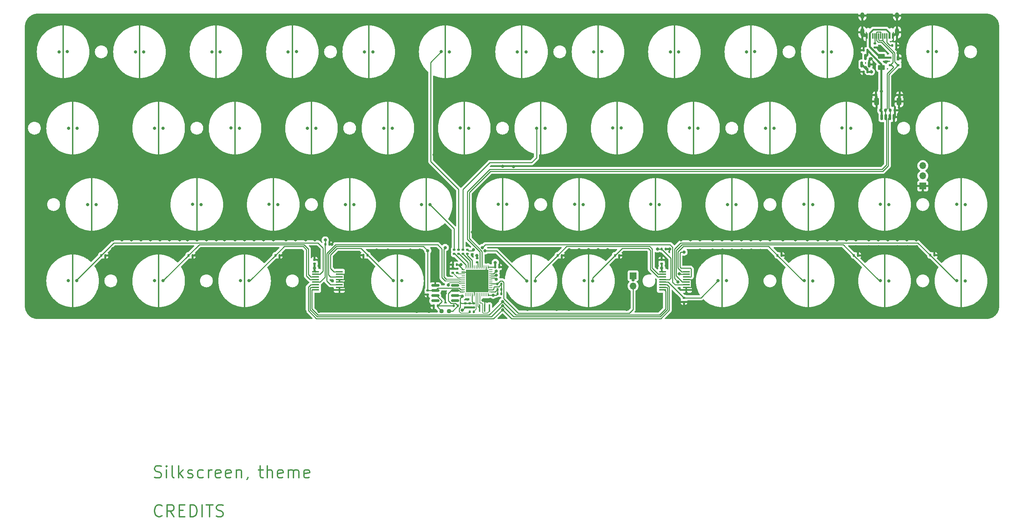
<source format=gbr>
%TF.GenerationSoftware,KiCad,Pcbnew,(7.0.0)*%
%TF.CreationDate,2024-05-03T23:27:27+02:00*%
%TF.ProjectId,minivan,6d696e69-7661-46e2-9e6b-696361645f70,rev?*%
%TF.SameCoordinates,Original*%
%TF.FileFunction,Copper,L4,Bot*%
%TF.FilePolarity,Positive*%
%FSLAX46Y46*%
G04 Gerber Fmt 4.6, Leading zero omitted, Abs format (unit mm)*
G04 Created by KiCad (PCBNEW (7.0.0)) date 2024-05-03 23:27:27*
%MOMM*%
%LPD*%
G01*
G04 APERTURE LIST*
G04 Aperture macros list*
%AMRoundRect*
0 Rectangle with rounded corners*
0 $1 Rounding radius*
0 $2 $3 $4 $5 $6 $7 $8 $9 X,Y pos of 4 corners*
0 Add a 4 corners polygon primitive as box body*
4,1,4,$2,$3,$4,$5,$6,$7,$8,$9,$2,$3,0*
0 Add four circle primitives for the rounded corners*
1,1,$1+$1,$2,$3*
1,1,$1+$1,$4,$5*
1,1,$1+$1,$6,$7*
1,1,$1+$1,$8,$9*
0 Add four rect primitives between the rounded corners*
20,1,$1+$1,$2,$3,$4,$5,0*
20,1,$1+$1,$4,$5,$6,$7,0*
20,1,$1+$1,$6,$7,$8,$9,0*
20,1,$1+$1,$8,$9,$2,$3,0*%
%AMFreePoly0*
4,1,17,0.124698,6.656366,0.180194,6.586777,0.200000,6.500000,0.200000,-6.500000,0.180194,-6.586777,0.124698,-6.656366,0.044504,-6.694986,-0.044504,-6.694986,-0.124698,-6.656366,-0.180194,-6.586777,-0.200000,-6.500000,-0.200000,6.500000,-0.180194,6.586777,-0.124698,6.656366,-0.044504,6.694986,0.044504,6.694986,0.124698,6.656366,0.124698,6.656366,$1*%
G04 Aperture macros list end*
%ADD10C,0.300000*%
%TA.AperFunction,NonConductor*%
%ADD11C,0.300000*%
%TD*%
%TA.AperFunction,SMDPad,CuDef*%
%ADD12FreePoly0,0.000000*%
%TD*%
%TA.AperFunction,SMDPad,CuDef*%
%ADD13FreePoly0,180.000000*%
%TD*%
%TA.AperFunction,ComponentPad*%
%ADD14R,1.700000X1.700000*%
%TD*%
%TA.AperFunction,ComponentPad*%
%ADD15O,1.700000X1.700000*%
%TD*%
%TA.AperFunction,SMDPad,CuDef*%
%ADD16RoundRect,0.140000X-0.170000X0.140000X-0.170000X-0.140000X0.170000X-0.140000X0.170000X0.140000X0*%
%TD*%
%TA.AperFunction,SMDPad,CuDef*%
%ADD17RoundRect,0.135000X-0.135000X-0.185000X0.135000X-0.185000X0.135000X0.185000X-0.135000X0.185000X0*%
%TD*%
%TA.AperFunction,SMDPad,CuDef*%
%ADD18RoundRect,0.135000X-0.185000X0.135000X-0.185000X-0.135000X0.185000X-0.135000X0.185000X0.135000X0*%
%TD*%
%TA.AperFunction,SMDPad,CuDef*%
%ADD19RoundRect,0.135000X0.135000X0.185000X-0.135000X0.185000X-0.135000X-0.185000X0.135000X-0.185000X0*%
%TD*%
%TA.AperFunction,SMDPad,CuDef*%
%ADD20R,0.400000X1.900000*%
%TD*%
%TA.AperFunction,SMDPad,CuDef*%
%ADD21RoundRect,0.062500X0.062500X-0.375000X0.062500X0.375000X-0.062500X0.375000X-0.062500X-0.375000X0*%
%TD*%
%TA.AperFunction,SMDPad,CuDef*%
%ADD22RoundRect,0.062500X0.375000X-0.062500X0.375000X0.062500X-0.375000X0.062500X-0.375000X-0.062500X0*%
%TD*%
%TA.AperFunction,SMDPad,CuDef*%
%ADD23R,5.600000X5.600000*%
%TD*%
%TA.AperFunction,SMDPad,CuDef*%
%ADD24R,1.778000X0.419100*%
%TD*%
%TA.AperFunction,SMDPad,CuDef*%
%ADD25RoundRect,0.150000X-0.150000X-0.625000X0.150000X-0.625000X0.150000X0.625000X-0.150000X0.625000X0*%
%TD*%
%TA.AperFunction,SMDPad,CuDef*%
%ADD26RoundRect,0.250000X-0.350000X-0.650000X0.350000X-0.650000X0.350000X0.650000X-0.350000X0.650000X0*%
%TD*%
%TA.AperFunction,SMDPad,CuDef*%
%ADD27R,0.700000X1.000000*%
%TD*%
%TA.AperFunction,SMDPad,CuDef*%
%ADD28R,0.700000X0.600000*%
%TD*%
%TA.AperFunction,SMDPad,CuDef*%
%ADD29RoundRect,0.250000X-0.625000X0.375000X-0.625000X-0.375000X0.625000X-0.375000X0.625000X0.375000X0*%
%TD*%
%TA.AperFunction,SMDPad,CuDef*%
%ADD30R,0.600000X1.450000*%
%TD*%
%TA.AperFunction,SMDPad,CuDef*%
%ADD31R,0.300000X1.450000*%
%TD*%
%TA.AperFunction,ComponentPad*%
%ADD32O,1.000000X1.600000*%
%TD*%
%TA.AperFunction,ComponentPad*%
%ADD33O,1.000000X2.100000*%
%TD*%
%TA.AperFunction,SMDPad,CuDef*%
%ADD34RoundRect,0.140000X0.170000X-0.140000X0.170000X0.140000X-0.170000X0.140000X-0.170000X-0.140000X0*%
%TD*%
%TA.AperFunction,SMDPad,CuDef*%
%ADD35RoundRect,0.150000X-0.825000X-0.150000X0.825000X-0.150000X0.825000X0.150000X-0.825000X0.150000X0*%
%TD*%
%TA.AperFunction,SMDPad,CuDef*%
%ADD36RoundRect,0.150000X0.150000X-0.587500X0.150000X0.587500X-0.150000X0.587500X-0.150000X-0.587500X0*%
%TD*%
%TA.AperFunction,SMDPad,CuDef*%
%ADD37RoundRect,0.140000X0.140000X0.170000X-0.140000X0.170000X-0.140000X-0.170000X0.140000X-0.170000X0*%
%TD*%
%TA.AperFunction,SMDPad,CuDef*%
%ADD38RoundRect,0.140000X-0.140000X-0.170000X0.140000X-0.170000X0.140000X0.170000X-0.140000X0.170000X0*%
%TD*%
%TA.AperFunction,SMDPad,CuDef*%
%ADD39RoundRect,0.135000X0.185000X-0.135000X0.185000X0.135000X-0.185000X0.135000X-0.185000X-0.135000X0*%
%TD*%
%TA.AperFunction,SMDPad,CuDef*%
%ADD40RoundRect,0.150000X-0.150000X-0.275000X0.150000X-0.275000X0.150000X0.275000X-0.150000X0.275000X0*%
%TD*%
%TA.AperFunction,SMDPad,CuDef*%
%ADD41RoundRect,0.175000X-0.175000X-0.225000X0.175000X-0.225000X0.175000X0.225000X-0.175000X0.225000X0*%
%TD*%
%TA.AperFunction,SMDPad,CuDef*%
%ADD42RoundRect,0.237500X0.250000X0.237500X-0.250000X0.237500X-0.250000X-0.237500X0.250000X-0.237500X0*%
%TD*%
%TA.AperFunction,ViaPad*%
%ADD43C,0.800000*%
%TD*%
%TA.AperFunction,Conductor*%
%ADD44C,0.250000*%
%TD*%
%TA.AperFunction,Conductor*%
%ADD45C,0.500000*%
%TD*%
%TA.AperFunction,Conductor*%
%ADD46C,0.381000*%
%TD*%
%TA.AperFunction,Conductor*%
%ADD47C,0.200000*%
%TD*%
G04 APERTURE END LIST*
D10*
D11*
X55340178Y-137121785D02*
X55768750Y-137264642D01*
X55768750Y-137264642D02*
X56483035Y-137264642D01*
X56483035Y-137264642D02*
X56768750Y-137121785D01*
X56768750Y-137121785D02*
X56911607Y-136978928D01*
X56911607Y-136978928D02*
X57054464Y-136693214D01*
X57054464Y-136693214D02*
X57054464Y-136407500D01*
X57054464Y-136407500D02*
X56911607Y-136121785D01*
X56911607Y-136121785D02*
X56768750Y-135978928D01*
X56768750Y-135978928D02*
X56483035Y-135836071D01*
X56483035Y-135836071D02*
X55911607Y-135693214D01*
X55911607Y-135693214D02*
X55625892Y-135550357D01*
X55625892Y-135550357D02*
X55483035Y-135407500D01*
X55483035Y-135407500D02*
X55340178Y-135121785D01*
X55340178Y-135121785D02*
X55340178Y-134836071D01*
X55340178Y-134836071D02*
X55483035Y-134550357D01*
X55483035Y-134550357D02*
X55625892Y-134407500D01*
X55625892Y-134407500D02*
X55911607Y-134264642D01*
X55911607Y-134264642D02*
X56625892Y-134264642D01*
X56625892Y-134264642D02*
X57054464Y-134407500D01*
X58340178Y-137264642D02*
X58340178Y-135264642D01*
X58340178Y-134264642D02*
X58197321Y-134407500D01*
X58197321Y-134407500D02*
X58340178Y-134550357D01*
X58340178Y-134550357D02*
X58483035Y-134407500D01*
X58483035Y-134407500D02*
X58340178Y-134264642D01*
X58340178Y-134264642D02*
X58340178Y-134550357D01*
X60197321Y-137264642D02*
X59911606Y-137121785D01*
X59911606Y-137121785D02*
X59768749Y-136836071D01*
X59768749Y-136836071D02*
X59768749Y-134264642D01*
X61340178Y-137264642D02*
X61340178Y-134264642D01*
X61625893Y-136121785D02*
X62483035Y-137264642D01*
X62483035Y-135264642D02*
X61340178Y-136407500D01*
X63625892Y-137121785D02*
X63911606Y-137264642D01*
X63911606Y-137264642D02*
X64483035Y-137264642D01*
X64483035Y-137264642D02*
X64768749Y-137121785D01*
X64768749Y-137121785D02*
X64911606Y-136836071D01*
X64911606Y-136836071D02*
X64911606Y-136693214D01*
X64911606Y-136693214D02*
X64768749Y-136407500D01*
X64768749Y-136407500D02*
X64483035Y-136264642D01*
X64483035Y-136264642D02*
X64054464Y-136264642D01*
X64054464Y-136264642D02*
X63768749Y-136121785D01*
X63768749Y-136121785D02*
X63625892Y-135836071D01*
X63625892Y-135836071D02*
X63625892Y-135693214D01*
X63625892Y-135693214D02*
X63768749Y-135407500D01*
X63768749Y-135407500D02*
X64054464Y-135264642D01*
X64054464Y-135264642D02*
X64483035Y-135264642D01*
X64483035Y-135264642D02*
X64768749Y-135407500D01*
X67483035Y-137121785D02*
X67197320Y-137264642D01*
X67197320Y-137264642D02*
X66625892Y-137264642D01*
X66625892Y-137264642D02*
X66340177Y-137121785D01*
X66340177Y-137121785D02*
X66197320Y-136978928D01*
X66197320Y-136978928D02*
X66054463Y-136693214D01*
X66054463Y-136693214D02*
X66054463Y-135836071D01*
X66054463Y-135836071D02*
X66197320Y-135550357D01*
X66197320Y-135550357D02*
X66340177Y-135407500D01*
X66340177Y-135407500D02*
X66625892Y-135264642D01*
X66625892Y-135264642D02*
X67197320Y-135264642D01*
X67197320Y-135264642D02*
X67483035Y-135407500D01*
X68768749Y-137264642D02*
X68768749Y-135264642D01*
X68768749Y-135836071D02*
X68911606Y-135550357D01*
X68911606Y-135550357D02*
X69054464Y-135407500D01*
X69054464Y-135407500D02*
X69340178Y-135264642D01*
X69340178Y-135264642D02*
X69625892Y-135264642D01*
X71768749Y-137121785D02*
X71483035Y-137264642D01*
X71483035Y-137264642D02*
X70911607Y-137264642D01*
X70911607Y-137264642D02*
X70625892Y-137121785D01*
X70625892Y-137121785D02*
X70483035Y-136836071D01*
X70483035Y-136836071D02*
X70483035Y-135693214D01*
X70483035Y-135693214D02*
X70625892Y-135407500D01*
X70625892Y-135407500D02*
X70911607Y-135264642D01*
X70911607Y-135264642D02*
X71483035Y-135264642D01*
X71483035Y-135264642D02*
X71768749Y-135407500D01*
X71768749Y-135407500D02*
X71911607Y-135693214D01*
X71911607Y-135693214D02*
X71911607Y-135978928D01*
X71911607Y-135978928D02*
X70483035Y-136264642D01*
X74340178Y-137121785D02*
X74054464Y-137264642D01*
X74054464Y-137264642D02*
X73483036Y-137264642D01*
X73483036Y-137264642D02*
X73197321Y-137121785D01*
X73197321Y-137121785D02*
X73054464Y-136836071D01*
X73054464Y-136836071D02*
X73054464Y-135693214D01*
X73054464Y-135693214D02*
X73197321Y-135407500D01*
X73197321Y-135407500D02*
X73483036Y-135264642D01*
X73483036Y-135264642D02*
X74054464Y-135264642D01*
X74054464Y-135264642D02*
X74340178Y-135407500D01*
X74340178Y-135407500D02*
X74483036Y-135693214D01*
X74483036Y-135693214D02*
X74483036Y-135978928D01*
X74483036Y-135978928D02*
X73054464Y-136264642D01*
X75768750Y-135264642D02*
X75768750Y-137264642D01*
X75768750Y-135550357D02*
X75911607Y-135407500D01*
X75911607Y-135407500D02*
X76197322Y-135264642D01*
X76197322Y-135264642D02*
X76625893Y-135264642D01*
X76625893Y-135264642D02*
X76911607Y-135407500D01*
X76911607Y-135407500D02*
X77054465Y-135693214D01*
X77054465Y-135693214D02*
X77054465Y-137264642D01*
X78625893Y-137121785D02*
X78625893Y-137264642D01*
X78625893Y-137264642D02*
X78483036Y-137550357D01*
X78483036Y-137550357D02*
X78340179Y-137693214D01*
X81283036Y-135264642D02*
X82425893Y-135264642D01*
X81711607Y-134264642D02*
X81711607Y-136836071D01*
X81711607Y-136836071D02*
X81854464Y-137121785D01*
X81854464Y-137121785D02*
X82140179Y-137264642D01*
X82140179Y-137264642D02*
X82425893Y-137264642D01*
X83425893Y-137264642D02*
X83425893Y-134264642D01*
X84711608Y-137264642D02*
X84711608Y-135693214D01*
X84711608Y-135693214D02*
X84568750Y-135407500D01*
X84568750Y-135407500D02*
X84283036Y-135264642D01*
X84283036Y-135264642D02*
X83854465Y-135264642D01*
X83854465Y-135264642D02*
X83568750Y-135407500D01*
X83568750Y-135407500D02*
X83425893Y-135550357D01*
X87283036Y-137121785D02*
X86997322Y-137264642D01*
X86997322Y-137264642D02*
X86425894Y-137264642D01*
X86425894Y-137264642D02*
X86140179Y-137121785D01*
X86140179Y-137121785D02*
X85997322Y-136836071D01*
X85997322Y-136836071D02*
X85997322Y-135693214D01*
X85997322Y-135693214D02*
X86140179Y-135407500D01*
X86140179Y-135407500D02*
X86425894Y-135264642D01*
X86425894Y-135264642D02*
X86997322Y-135264642D01*
X86997322Y-135264642D02*
X87283036Y-135407500D01*
X87283036Y-135407500D02*
X87425894Y-135693214D01*
X87425894Y-135693214D02*
X87425894Y-135978928D01*
X87425894Y-135978928D02*
X85997322Y-136264642D01*
X88711608Y-137264642D02*
X88711608Y-135264642D01*
X88711608Y-135550357D02*
X88854465Y-135407500D01*
X88854465Y-135407500D02*
X89140180Y-135264642D01*
X89140180Y-135264642D02*
X89568751Y-135264642D01*
X89568751Y-135264642D02*
X89854465Y-135407500D01*
X89854465Y-135407500D02*
X89997323Y-135693214D01*
X89997323Y-135693214D02*
X89997323Y-137264642D01*
X89997323Y-135693214D02*
X90140180Y-135407500D01*
X90140180Y-135407500D02*
X90425894Y-135264642D01*
X90425894Y-135264642D02*
X90854465Y-135264642D01*
X90854465Y-135264642D02*
X91140180Y-135407500D01*
X91140180Y-135407500D02*
X91283037Y-135693214D01*
X91283037Y-135693214D02*
X91283037Y-137264642D01*
X93854465Y-137121785D02*
X93568751Y-137264642D01*
X93568751Y-137264642D02*
X92997323Y-137264642D01*
X92997323Y-137264642D02*
X92711608Y-137121785D01*
X92711608Y-137121785D02*
X92568751Y-136836071D01*
X92568751Y-136836071D02*
X92568751Y-135693214D01*
X92568751Y-135693214D02*
X92711608Y-135407500D01*
X92711608Y-135407500D02*
X92997323Y-135264642D01*
X92997323Y-135264642D02*
X93568751Y-135264642D01*
X93568751Y-135264642D02*
X93854465Y-135407500D01*
X93854465Y-135407500D02*
X93997323Y-135693214D01*
X93997323Y-135693214D02*
X93997323Y-135978928D01*
X93997323Y-135978928D02*
X92568751Y-136264642D01*
X57197321Y-146698928D02*
X57054464Y-146841785D01*
X57054464Y-146841785D02*
X56625892Y-146984642D01*
X56625892Y-146984642D02*
X56340178Y-146984642D01*
X56340178Y-146984642D02*
X55911607Y-146841785D01*
X55911607Y-146841785D02*
X55625892Y-146556071D01*
X55625892Y-146556071D02*
X55483035Y-146270357D01*
X55483035Y-146270357D02*
X55340178Y-145698928D01*
X55340178Y-145698928D02*
X55340178Y-145270357D01*
X55340178Y-145270357D02*
X55483035Y-144698928D01*
X55483035Y-144698928D02*
X55625892Y-144413214D01*
X55625892Y-144413214D02*
X55911607Y-144127500D01*
X55911607Y-144127500D02*
X56340178Y-143984642D01*
X56340178Y-143984642D02*
X56625892Y-143984642D01*
X56625892Y-143984642D02*
X57054464Y-144127500D01*
X57054464Y-144127500D02*
X57197321Y-144270357D01*
X60197321Y-146984642D02*
X59197321Y-145556071D01*
X58483035Y-146984642D02*
X58483035Y-143984642D01*
X58483035Y-143984642D02*
X59625892Y-143984642D01*
X59625892Y-143984642D02*
X59911607Y-144127500D01*
X59911607Y-144127500D02*
X60054464Y-144270357D01*
X60054464Y-144270357D02*
X60197321Y-144556071D01*
X60197321Y-144556071D02*
X60197321Y-144984642D01*
X60197321Y-144984642D02*
X60054464Y-145270357D01*
X60054464Y-145270357D02*
X59911607Y-145413214D01*
X59911607Y-145413214D02*
X59625892Y-145556071D01*
X59625892Y-145556071D02*
X58483035Y-145556071D01*
X61483035Y-145413214D02*
X62483035Y-145413214D01*
X62911607Y-146984642D02*
X61483035Y-146984642D01*
X61483035Y-146984642D02*
X61483035Y-143984642D01*
X61483035Y-143984642D02*
X62911607Y-143984642D01*
X64197321Y-146984642D02*
X64197321Y-143984642D01*
X64197321Y-143984642D02*
X64911607Y-143984642D01*
X64911607Y-143984642D02*
X65340178Y-144127500D01*
X65340178Y-144127500D02*
X65625893Y-144413214D01*
X65625893Y-144413214D02*
X65768750Y-144698928D01*
X65768750Y-144698928D02*
X65911607Y-145270357D01*
X65911607Y-145270357D02*
X65911607Y-145698928D01*
X65911607Y-145698928D02*
X65768750Y-146270357D01*
X65768750Y-146270357D02*
X65625893Y-146556071D01*
X65625893Y-146556071D02*
X65340178Y-146841785D01*
X65340178Y-146841785D02*
X64911607Y-146984642D01*
X64911607Y-146984642D02*
X64197321Y-146984642D01*
X67197321Y-146984642D02*
X67197321Y-143984642D01*
X68197321Y-143984642D02*
X69911607Y-143984642D01*
X69054464Y-146984642D02*
X69054464Y-143984642D01*
X70768749Y-146841785D02*
X71197321Y-146984642D01*
X71197321Y-146984642D02*
X71911606Y-146984642D01*
X71911606Y-146984642D02*
X72197321Y-146841785D01*
X72197321Y-146841785D02*
X72340178Y-146698928D01*
X72340178Y-146698928D02*
X72483035Y-146413214D01*
X72483035Y-146413214D02*
X72483035Y-146127500D01*
X72483035Y-146127500D02*
X72340178Y-145841785D01*
X72340178Y-145841785D02*
X72197321Y-145698928D01*
X72197321Y-145698928D02*
X71911606Y-145556071D01*
X71911606Y-145556071D02*
X71340178Y-145413214D01*
X71340178Y-145413214D02*
X71054463Y-145270357D01*
X71054463Y-145270357D02*
X70911606Y-145127500D01*
X70911606Y-145127500D02*
X70768749Y-144841785D01*
X70768749Y-144841785D02*
X70768749Y-144556071D01*
X70768749Y-144556071D02*
X70911606Y-144270357D01*
X70911606Y-144270357D02*
X71054463Y-144127500D01*
X71054463Y-144127500D02*
X71340178Y-143984642D01*
X71340178Y-143984642D02*
X72054463Y-143984642D01*
X72054463Y-143984642D02*
X72483035Y-144127500D01*
D12*
%TO.P,SW_EC17,3,3*%
%TO.N,GND*%
X113506250Y-50006250D03*
%TD*%
%TO.P,SW_EC20,3,3*%
%TO.N,GND*%
X170656250Y-50006250D03*
%TD*%
%TO.P,SW_EC25,3,3*%
%TO.N,GND*%
X39687500Y-69056250D03*
%TD*%
D13*
%TO.P,SW_EC26,3,3*%
%TO.N,GND*%
X65881250Y-69056250D03*
%TD*%
%TO.P,SW_EC44,3,3*%
%TO.N,GND*%
X218281250Y-88106250D03*
%TD*%
D12*
%TO.P,SW_EC4,3,3*%
%TO.N,GND*%
X89693750Y-30956250D03*
%TD*%
%TO.P,SW_EC5,3,3*%
%TO.N,GND*%
X108743750Y-30956250D03*
%TD*%
%TO.P,SW_EC19,3,3*%
%TO.N,GND*%
X151606250Y-50006250D03*
%TD*%
D13*
%TO.P,SW_EC33,3,3*%
%TO.N,GND*%
X199231250Y-69056250D03*
%TD*%
D12*
%TO.P,SW_EC22,3,3*%
%TO.N,GND*%
X208756250Y-50006250D03*
%TD*%
%TO.P,SW_EC15,3,3*%
%TO.N,GND*%
X75406250Y-50006250D03*
%TD*%
%TO.P,SW_EC3,3,3*%
%TO.N,GND*%
X70643750Y-30956250D03*
%TD*%
D13*
%TO.P,SW_EC46,3,3*%
%TO.N,GND*%
X256381250Y-88106250D03*
%TD*%
D12*
%TO.P,SW_EC1,3,3*%
%TO.N,GND*%
X32543750Y-30956250D03*
%TD*%
D14*
%TO.P,SW1,1,A*%
%TO.N,VBAT*%
X174624999Y-86831249D03*
D15*
%TO.P,SW1,2,B*%
%TO.N,BOOT0*%
X174624999Y-89371249D03*
%TD*%
D13*
%TO.P,SW_EC29,3,3*%
%TO.N,GND*%
X123031250Y-69056250D03*
%TD*%
D12*
%TO.P,SW_EC13,3,3*%
%TO.N,GND*%
X34925000Y-50006250D03*
%TD*%
D13*
%TO.P,SW_EC28,3,3*%
%TO.N,GND*%
X103981250Y-69056250D03*
%TD*%
D12*
%TO.P,SW_EC31,3,3*%
%TO.N,GND*%
X161131250Y-69056250D03*
%TD*%
D13*
%TO.P,SW_EC32,3,3*%
%TO.N,GND*%
X180181250Y-69056250D03*
%TD*%
D12*
%TO.P,SW_EC10,3,3*%
%TO.N,GND*%
X203993750Y-30956250D03*
%TD*%
%TO.P,SW_EC37,3,3*%
%TO.N,GND*%
X34925000Y-88106250D03*
%TD*%
%TO.P,SW_EC23,3,3*%
%TO.N,GND*%
X227806250Y-50006250D03*
%TD*%
%TO.P,SW_EC36,3,3*%
%TO.N,GND*%
X256381250Y-69056250D03*
%TD*%
%TO.P,SW_EC24,3,3*%
%TO.N,GND*%
X251618750Y-50006250D03*
%TD*%
%TO.P,SW_EC14,3,3*%
%TO.N,GND*%
X56356250Y-50006250D03*
%TD*%
%TO.P,SW_EC6,3,3*%
%TO.N,GND*%
X127793750Y-30956250D03*
%TD*%
%TO.P,SW_EC30,3,3*%
%TO.N,GND*%
X142081250Y-69056250D03*
%TD*%
%TO.P,SW_EC11,3,3*%
%TO.N,GND*%
X223043750Y-30956250D03*
%TD*%
%TO.P,SW_EC7,3,3*%
%TO.N,GND*%
X146843750Y-30956250D03*
%TD*%
%TO.P,SW_EC8,3,3*%
%TO.N,GND*%
X165893750Y-30956250D03*
%TD*%
D13*
%TO.P,SW_EC43,3,3*%
%TO.N,GND*%
X196850000Y-88106250D03*
%TD*%
%TO.P,SW_EC35,3,3*%
%TO.N,GND*%
X237331250Y-69056250D03*
%TD*%
D12*
%TO.P,SW_EC41,3,3*%
%TO.N,GND*%
X149225000Y-88106250D03*
%TD*%
%TO.P,SW_EC42,3,3*%
%TO.N,GND*%
X163512500Y-88106250D03*
%TD*%
D13*
%TO.P,SW_EC34,3,3*%
%TO.N,GND*%
X218281250Y-69056250D03*
%TD*%
D12*
%TO.P,SW_EC39,3,3*%
%TO.N,GND*%
X77787500Y-88106250D03*
%TD*%
%TO.P,SW_EC18,3,3*%
%TO.N,GND*%
X132556250Y-50006250D03*
%TD*%
%TO.P,SW_EC21,3,3*%
%TO.N,GND*%
X189706250Y-50006250D03*
%TD*%
%TO.P,SW_EC16,3,3*%
%TO.N,GND*%
X94456250Y-50006250D03*
%TD*%
D13*
%TO.P,SW_EC27,3,3*%
%TO.N,GND*%
X84931250Y-69056250D03*
%TD*%
D12*
%TO.P,SW_EC38,3,3*%
%TO.N,GND*%
X56356250Y-88106250D03*
%TD*%
%TO.P,SW_EC9,3,3*%
%TO.N,GND*%
X184943750Y-30956250D03*
%TD*%
D13*
%TO.P,SW_EC45,3,3*%
%TO.N,GND*%
X237331250Y-88106250D03*
%TD*%
D12*
%TO.P,SW_EC2,3,3*%
%TO.N,GND*%
X51593750Y-30956250D03*
%TD*%
%TO.P,SW_EC12,3,3*%
%TO.N,GND*%
X249237500Y-30956250D03*
%TD*%
D13*
%TO.P,SW_EC40,3,3*%
%TO.N,GND*%
X115887500Y-88106250D03*
%TD*%
D16*
%TO.P,C10,1*%
%TO.N,VBAT*%
X133886072Y-93745973D03*
%TO.P,C10,2*%
%TO.N,GND*%
X133886072Y-94705973D03*
%TD*%
D17*
%TO.P,R14,1*%
%TO.N,COL1*%
X63832898Y-81756250D03*
%TO.P,R14,2*%
%TO.N,GND*%
X64852898Y-81756250D03*
%TD*%
%TO.P,R23,1*%
%TO.N,COL9*%
X210627500Y-81756250D03*
%TO.P,R23,2*%
%TO.N,GND*%
X211647500Y-81756250D03*
%TD*%
D18*
%TO.P,R5,1*%
%TO.N,ROW1*%
X132256250Y-80387058D03*
%TO.P,R5,2*%
%TO.N,Net-(U1-PB14)*%
X132256250Y-81407058D03*
%TD*%
D19*
%TO.P,R18,1*%
%TO.N,Net-(JP1-B)*%
X125922500Y-94362500D03*
%TO.P,R18,2*%
%TO.N,GND*%
X124902500Y-94362500D03*
%TD*%
D20*
%TO.P,Y1,1,1*%
%TO.N,XTAL1*%
X136401213Y-94917034D03*
%TO.P,Y1,2,2*%
%TO.N,GND*%
X137601213Y-94917034D03*
%TO.P,Y1,3,3*%
%TO.N,XTAL0*%
X138801213Y-94917034D03*
%TD*%
D17*
%TO.P,R25,1*%
%TO.N,COL11*%
X248727500Y-81746059D03*
%TO.P,R25,2*%
%TO.N,GND*%
X249747500Y-81746059D03*
%TD*%
D21*
%TO.P,U1,1,VBAT*%
%TO.N,VBAT*%
X138481250Y-91543750D03*
%TO.P,U1,2,PC13*%
%TO.N,SW1*%
X137981250Y-91543750D03*
%TO.P,U1,3,PC14*%
%TO.N,ENC1*%
X137481250Y-91543750D03*
%TO.P,U1,4,PC15*%
%TO.N,unconnected-(U1-PC15-Pad4)*%
X136981250Y-91543750D03*
%TO.P,U1,5,PH0*%
%TO.N,XTAL0*%
X136481250Y-91543750D03*
%TO.P,U1,6,PH1*%
%TO.N,XTAL1*%
X135981250Y-91543750D03*
%TO.P,U1,7,NRST*%
%TO.N,NRST*%
X135481250Y-91543750D03*
%TO.P,U1,8,VSSA*%
%TO.N,GND*%
X134981250Y-91543750D03*
%TO.P,U1,9,VREF+*%
%TO.N,VBAT*%
X134481250Y-91543750D03*
%TO.P,U1,10,PA0*%
%TO.N,unconnected-(U1-PA0-Pad10)*%
X133981250Y-91543750D03*
%TO.P,U1,11,PA1*%
%TO.N,ENC2*%
X133481250Y-91543750D03*
%TO.P,U1,12,PA2*%
%TO.N,SW2*%
X132981250Y-91543750D03*
D22*
%TO.P,U1,13,PA3*%
%TO.N,ADC*%
X132293750Y-90856250D03*
%TO.P,U1,14,PA4*%
%TO.N,APLEX_OUT_PIN_0*%
X132293750Y-90356250D03*
%TO.P,U1,15,PA5*%
%TO.N,unconnected-(U1-PA5-Pad15)*%
X132293750Y-89856250D03*
%TO.P,U1,16,PA6*%
%TO.N,unconnected-(U1-PA6-Pad16)*%
X132293750Y-89356250D03*
%TO.P,U1,17,PA7*%
%TO.N,ARGB_3V3*%
X132293750Y-88856250D03*
%TO.P,U1,18,PB0*%
%TO.N,APLEX_EN_PIN_0*%
X132293750Y-88356250D03*
%TO.P,U1,19,PB1*%
%TO.N,APLEX_EN_PIN_1*%
X132293750Y-87856250D03*
%TO.P,U1,20,PB2*%
%TO.N,BOOT1*%
X132293750Y-87356250D03*
%TO.P,U1,21,PB10*%
%TO.N,unconnected-(U1-PB10-Pad21)*%
X132293750Y-86856250D03*
%TO.P,U1,22,VCAP1*%
%TO.N,Net-(U1-VCAP1)*%
X132293750Y-86356250D03*
%TO.P,U1,23,VSS*%
%TO.N,GND*%
X132293750Y-85856250D03*
%TO.P,U1,24,VDD*%
%TO.N,VBAT*%
X132293750Y-85356250D03*
D21*
%TO.P,U1,25,PB12*%
%TO.N,Net-(U1-PB12)*%
X132981250Y-84668750D03*
%TO.P,U1,26,PB13*%
%TO.N,Net-(U1-PB13)*%
X133481250Y-84668750D03*
%TO.P,U1,27,PB14*%
%TO.N,Net-(U1-PB14)*%
X133981250Y-84668750D03*
%TO.P,U1,28,PB15*%
%TO.N,Net-(U1-PB15)*%
X134481250Y-84668750D03*
%TO.P,U1,29,PA8*%
%TO.N,unconnected-(U1-PA8-Pad29)*%
X134981250Y-84668750D03*
%TO.P,U1,30,PA9*%
%TO.N,unconnected-(U1-PA9-Pad30)*%
X135481250Y-84668750D03*
%TO.P,U1,31,PA10*%
%TO.N,Net-(U1-PA10)*%
X135981250Y-84668750D03*
%TO.P,U1,32,PA11*%
%TO.N,D-*%
X136481250Y-84668750D03*
%TO.P,U1,33,PA12*%
%TO.N,D+*%
X136981250Y-84668750D03*
%TO.P,U1,34,PA13*%
%TO.N,SWDIO*%
X137481250Y-84668750D03*
%TO.P,U1,35,VSS*%
%TO.N,GND*%
X137981250Y-84668750D03*
%TO.P,U1,36,VDD*%
%TO.N,VBAT*%
X138481250Y-84668750D03*
D22*
%TO.P,U1,37,PA14*%
%TO.N,SWCLK*%
X139168750Y-85356250D03*
%TO.P,U1,38,PA15*%
%TO.N,unconnected-(U1-PA15-Pad38)*%
X139168750Y-85856250D03*
%TO.P,U1,39,PB3*%
%TO.N,AMUX_SEL_2*%
X139168750Y-86356250D03*
%TO.P,U1,40,PB4*%
%TO.N,AMUX_SEL_1*%
X139168750Y-86856250D03*
%TO.P,U1,41,PB5*%
%TO.N,AMUX_SEL_0*%
X139168750Y-87356250D03*
%TO.P,U1,42,PB6*%
%TO.N,unconnected-(U1-PB6-Pad42)*%
X139168750Y-87856250D03*
%TO.P,U1,43,PB7*%
%TO.N,unconnected-(U1-PB7-Pad43)*%
X139168750Y-88356250D03*
%TO.P,U1,44,BOOT0*%
%TO.N,BOOT0*%
X139168750Y-88856250D03*
%TO.P,U1,45,PB8*%
%TO.N,unconnected-(U1-PB8-Pad45)*%
X139168750Y-89356250D03*
%TO.P,U1,46,PB9*%
%TO.N,unconnected-(U1-PB9-Pad46)*%
X139168750Y-89856250D03*
%TO.P,U1,47,VSS*%
%TO.N,GND*%
X139168750Y-90356250D03*
%TO.P,U1,48,VDD*%
%TO.N,VBAT*%
X139168750Y-90856250D03*
D23*
%TO.P,U1,49,VSS*%
%TO.N,GND*%
X135731249Y-88106249D03*
%TD*%
D16*
%TO.P,C16,1*%
%TO.N,VBAT*%
X132789679Y-93745973D03*
%TO.P,C16,2*%
%TO.N,GND*%
X132789679Y-94705973D03*
%TD*%
D14*
%TO.P,J4,1,Pin_1*%
%TO.N,GND*%
X246856249Y-64452499D03*
D15*
%TO.P,J4,2,Pin_2*%
%TO.N,ARGB_3V3*%
X246856249Y-61912499D03*
%TO.P,J4,3,Pin_3*%
%TO.N,+5V*%
X246856249Y-59372499D03*
%TD*%
D24*
%TO.P,U6,1,A4*%
%TO.N,COL9*%
X187918089Y-85832949D03*
%TO.P,U6,2,A6*%
%TO.N,COL11*%
X187918089Y-86483189D03*
%TO.P,U6,3,A*%
%TO.N,APLEX_OUT_PIN_0*%
X187918089Y-87133429D03*
%TO.P,U6,4,A7*%
%TO.N,GND*%
X187918089Y-87783669D03*
%TO.P,U6,5,A5*%
%TO.N,COL10*%
X187918089Y-88428829D03*
%TO.P,U6,6,~{E}*%
%TO.N,APLEX_EN_PIN_1*%
X187918089Y-89079069D03*
%TO.P,U6,7,VEE*%
%TO.N,GND*%
X187918089Y-89729309D03*
%TO.P,U6,8,GND*%
X187918089Y-90379549D03*
%TO.P,U6,9,S2*%
%TO.N,AMUX_SEL_2*%
X181969409Y-90379549D03*
%TO.P,U6,10,S1*%
%TO.N,AMUX_SEL_1*%
X181969409Y-89729309D03*
%TO.P,U6,11,S0*%
%TO.N,AMUX_SEL_0*%
X181969409Y-89079069D03*
%TO.P,U6,12,A3*%
%TO.N,COL8*%
X181969409Y-88428829D03*
%TO.P,U6,13,A0*%
%TO.N,COL7*%
X181969409Y-87783669D03*
%TO.P,U6,14,A1*%
%TO.N,COL6*%
X181969409Y-87133429D03*
%TO.P,U6,15,A2*%
%TO.N,COL5*%
X181969409Y-86483189D03*
%TO.P,U6,16,VCC*%
%TO.N,VBAT*%
X181969409Y-85832949D03*
%TD*%
D17*
%TO.P,R8,1*%
%TO.N,/CC2*%
X239202500Y-29368750D03*
%TO.P,R8,2*%
%TO.N,GND*%
X240222500Y-29368750D03*
%TD*%
D25*
%TO.P,J1,1,Pin_1*%
%TO.N,+5V*%
X236625000Y-47243750D03*
%TO.P,J1,2,Pin_2*%
%TO.N,D-*%
X237625000Y-47243750D03*
%TO.P,J1,3,Pin_3*%
%TO.N,D+*%
X238625000Y-47243750D03*
%TO.P,J1,4,Pin_4*%
%TO.N,GND*%
X239625000Y-47243750D03*
D26*
%TO.P,J1,MP,MountPin*%
X235325000Y-43368750D03*
X240925000Y-43368750D03*
%TD*%
D17*
%TO.P,R16,1*%
%TO.N,COL3*%
X97915000Y-78997940D03*
%TO.P,R16,2*%
%TO.N,GND*%
X98935000Y-78997940D03*
%TD*%
D27*
%TO.P,D1,1,GND*%
%TO.N,GND*%
X240710620Y-32587499D03*
D28*
%TO.P,D1,2,I/O1*%
%TO.N,D+*%
X240710620Y-34287499D03*
%TO.P,D1,3,I/O2*%
%TO.N,D-*%
X238710620Y-34287499D03*
%TO.P,D1,4,VCC*%
%TO.N,VCC*%
X238710620Y-32387499D03*
%TD*%
D24*
%TO.P,U4,1,A4*%
%TO.N,COL4*%
X101399339Y-85832949D03*
%TO.P,U4,2,A6*%
%TO.N,GND*%
X101399339Y-86483189D03*
%TO.P,U4,3,A*%
%TO.N,APLEX_OUT_PIN_0*%
X101399339Y-87133429D03*
%TO.P,U4,4,A7*%
%TO.N,GND*%
X101399339Y-87783669D03*
%TO.P,U4,5,A5*%
X101399339Y-88428829D03*
%TO.P,U4,6,~{E}*%
%TO.N,APLEX_EN_PIN_0*%
X101399339Y-89079069D03*
%TO.P,U4,7,VEE*%
%TO.N,GND*%
X101399339Y-89729309D03*
%TO.P,U4,8,GND*%
X101399339Y-90379549D03*
%TO.P,U4,9,S2*%
%TO.N,AMUX_SEL_2*%
X95450659Y-90379549D03*
%TO.P,U4,10,S1*%
%TO.N,AMUX_SEL_1*%
X95450659Y-89729309D03*
%TO.P,U4,11,S0*%
%TO.N,AMUX_SEL_0*%
X95450659Y-89079069D03*
%TO.P,U4,12,A3*%
%TO.N,COL3*%
X95450659Y-88428829D03*
%TO.P,U4,13,A0*%
%TO.N,COL2*%
X95450659Y-87783669D03*
%TO.P,U4,14,A1*%
%TO.N,COL1*%
X95450659Y-87133429D03*
%TO.P,U4,15,A2*%
%TO.N,COL0*%
X95450659Y-86483189D03*
%TO.P,U4,16,VCC*%
%TO.N,VBAT*%
X95450659Y-85832949D03*
%TD*%
D18*
%TO.P,R6,1*%
%TO.N,ROW2*%
X130056250Y-80387058D03*
%TO.P,R6,2*%
%TO.N,Net-(U1-PB12)*%
X130056250Y-81407058D03*
%TD*%
D17*
%TO.P,R20,1*%
%TO.N,COL6*%
X170146250Y-81756250D03*
%TO.P,R20,2*%
%TO.N,GND*%
X171166250Y-81756250D03*
%TD*%
D16*
%TO.P,C11,1*%
%TO.N,VBAT*%
X134889679Y-93753408D03*
%TO.P,C11,2*%
%TO.N,GND*%
X134889679Y-94713408D03*
%TD*%
D18*
%TO.P,R4,1*%
%TO.N,ROW0*%
X131156250Y-80387058D03*
%TO.P,R4,2*%
%TO.N,Net-(U1-PB13)*%
X131156250Y-81407058D03*
%TD*%
D17*
%TO.P,R11,1*%
%TO.N,BOOT0*%
X140777500Y-88900000D03*
%TO.P,R11,2*%
%TO.N,GND*%
X141797500Y-88900000D03*
%TD*%
D29*
%TO.P,F_USBC1,1*%
%TO.N,VCC*%
X236537500Y-32082528D03*
%TO.P,F_USBC1,2*%
%TO.N,+5V*%
X236537500Y-34882528D03*
%TD*%
D17*
%TO.P,R9,1*%
%TO.N,VBAT*%
X133883473Y-95832687D03*
%TO.P,R9,2*%
%TO.N,NRST*%
X134903473Y-95832687D03*
%TD*%
D30*
%TO.P,J3,A1,GND*%
%TO.N,GND*%
X232874749Y-27025749D03*
%TO.P,J3,A4,VBUS*%
%TO.N,VCC*%
X233674749Y-27025749D03*
D31*
%TO.P,J3,A5,CC1*%
%TO.N,/CC1*%
X234874749Y-27025749D03*
%TO.P,J3,A6,D+*%
%TO.N,D+*%
X235874749Y-27025749D03*
%TO.P,J3,A7,D-*%
%TO.N,D-*%
X236374749Y-27025749D03*
%TO.P,J3,A8,SBU1*%
%TO.N,unconnected-(J3-SBU1-PadA8)*%
X237374749Y-27025749D03*
D30*
%TO.P,J3,A9,VBUS*%
%TO.N,VCC*%
X238574749Y-27025749D03*
%TO.P,J3,A12,GND*%
%TO.N,GND*%
X239374749Y-27025749D03*
%TO.P,J3,B1,GND*%
X239374749Y-27025749D03*
%TO.P,J3,B4,VBUS*%
%TO.N,VCC*%
X238574749Y-27025749D03*
D31*
%TO.P,J3,B5,CC2*%
%TO.N,/CC2*%
X237874749Y-27025749D03*
%TO.P,J3,B6,D+*%
%TO.N,D+*%
X236874749Y-27025749D03*
%TO.P,J3,B7,D-*%
%TO.N,D-*%
X235374749Y-27025749D03*
%TO.P,J3,B8,SBU2*%
%TO.N,unconnected-(J3-SBU2-PadB8)*%
X234374749Y-27025749D03*
D30*
%TO.P,J3,B9,VBUS*%
%TO.N,VCC*%
X233674749Y-27025749D03*
%TO.P,J3,B12,GND*%
%TO.N,GND*%
X232874749Y-27025749D03*
D32*
%TO.P,J3,S1,SHIELD*%
X231804749Y-21930749D03*
D33*
X231804749Y-26110749D03*
D32*
X240444749Y-21930749D03*
D33*
X240444749Y-26110749D03*
%TD*%
D18*
%TO.P,R7,1*%
%TO.N,/CC1*%
X234950000Y-28858750D03*
%TO.P,R7,2*%
%TO.N,GND*%
X234950000Y-29878750D03*
%TD*%
D17*
%TO.P,R15,1*%
%TO.N,COL0*%
X42068750Y-81756250D03*
%TO.P,R15,2*%
%TO.N,GND*%
X43088750Y-81756250D03*
%TD*%
D34*
%TO.P,C1,1*%
%TO.N,Net-(U1-VCAP1)*%
X130775537Y-86080138D03*
%TO.P,C1,2*%
%TO.N,GND*%
X130775537Y-85120138D03*
%TD*%
D19*
%TO.P,R17,1*%
%TO.N,COL4*%
X108453663Y-81746059D03*
%TO.P,R17,2*%
%TO.N,GND*%
X107433663Y-81746059D03*
%TD*%
D35*
%TO.P,U5,1*%
%TO.N,N/C*%
X125318750Y-93092500D03*
%TO.P,U5,2,IN-*%
%TO.N,Net-(JP1-B)*%
X125318750Y-91822500D03*
%TO.P,U5,3,IN+*%
%TO.N,APLEX_OUT_PIN_0*%
X125318750Y-90552500D03*
%TO.P,U5,4,V-*%
%TO.N,GND*%
X125318750Y-89282500D03*
%TO.P,U5,5*%
%TO.N,N/C*%
X130268750Y-89282500D03*
%TO.P,U5,6,OUT*%
%TO.N,ADC*%
X130268750Y-90552500D03*
%TO.P,U5,7,V+*%
%TO.N,VBAT*%
X130268750Y-91822500D03*
%TO.P,U5,8*%
%TO.N,N/C*%
X130268750Y-93092500D03*
%TD*%
D17*
%TO.P,R24,1*%
%TO.N,COL10*%
X229677500Y-81756250D03*
%TO.P,R24,2*%
%TO.N,GND*%
X230697500Y-81756250D03*
%TD*%
D36*
%TO.P,U3,1,GND*%
%TO.N,GND*%
X233518750Y-34129972D03*
%TO.P,U3,2,VO*%
%TO.N,VBAT*%
X231618750Y-34129972D03*
%TO.P,U3,3,VI*%
%TO.N,+5V*%
X232568750Y-32254972D03*
%TD*%
D37*
%TO.P,C12,1*%
%TO.N,+5V*%
X233048750Y-30596511D03*
%TO.P,C12,2*%
%TO.N,GND*%
X232088750Y-30596511D03*
%TD*%
%TO.P,C13,1*%
%TO.N,VBAT*%
X233048750Y-35944924D03*
%TO.P,C13,2*%
%TO.N,GND*%
X232088750Y-35944924D03*
%TD*%
D17*
%TO.P,R19,1*%
%TO.N,COL7*%
X181766750Y-80168750D03*
%TO.P,R19,2*%
%TO.N,GND*%
X182786750Y-80168750D03*
%TD*%
D38*
%TO.P,C9,1*%
%TO.N,VBAT*%
X140819430Y-90289802D03*
%TO.P,C9,2*%
%TO.N,GND*%
X141779430Y-90289802D03*
%TD*%
D34*
%TO.P,C15,1*%
%TO.N,GND*%
X123451464Y-91501881D03*
%TO.P,C15,2*%
%TO.N,APLEX_OUT_PIN_0*%
X123451464Y-90541881D03*
%TD*%
D39*
%TO.P,R2,1*%
%TO.N,Net-(U1-PA10)*%
X135731250Y-83460000D03*
%TO.P,R2,2*%
%TO.N,VBAT*%
X135731250Y-82440000D03*
%TD*%
D17*
%TO.P,R21,1*%
%TO.N,COL5*%
X155858750Y-81756250D03*
%TO.P,R21,2*%
%TO.N,GND*%
X156878750Y-81756250D03*
%TD*%
D38*
%TO.P,C6,1*%
%TO.N,VBAT*%
X140830343Y-91336235D03*
%TO.P,C6,2*%
%TO.N,GND*%
X141790343Y-91336235D03*
%TD*%
D37*
%TO.P,C7,1*%
%TO.N,VBAT*%
X130686750Y-84105750D03*
%TO.P,C7,2*%
%TO.N,GND*%
X129726750Y-84105750D03*
%TD*%
D17*
%TO.P,R12,1*%
%TO.N,Net-(JP1-B)*%
X129948750Y-94362500D03*
%TO.P,R12,2*%
%TO.N,ADC*%
X130968750Y-94362500D03*
%TD*%
D38*
%TO.P,C8,1*%
%TO.N,VBAT*%
X140295000Y-84650000D03*
%TO.P,C8,2*%
%TO.N,GND*%
X141255000Y-84650000D03*
%TD*%
D18*
%TO.P,R10,1*%
%TO.N,GND*%
X129695761Y-85072261D03*
%TO.P,R10,2*%
%TO.N,BOOT1*%
X129695761Y-86092261D03*
%TD*%
D40*
%TO.P,J2,1,Pin_1*%
%TO.N,+5V*%
X236325000Y-45531250D03*
%TO.P,J2,2,Pin_2*%
%TO.N,D-*%
X237525000Y-45531250D03*
%TO.P,J2,3,Pin_3*%
%TO.N,D+*%
X238725000Y-45531250D03*
%TO.P,J2,4,Pin_4*%
%TO.N,GND*%
X239925000Y-45531250D03*
D41*
%TO.P,J2,MP,MountPin*%
X235175000Y-41756250D03*
X241075000Y-41756250D03*
%TD*%
D17*
%TO.P,R13,1*%
%TO.N,COL2*%
X85498750Y-81756250D03*
%TO.P,R13,2*%
%TO.N,GND*%
X86518750Y-81756250D03*
%TD*%
D18*
%TO.P,R3,1*%
%TO.N,ROW3*%
X133350000Y-80387058D03*
%TO.P,R3,2*%
%TO.N,Net-(U1-PB15)*%
X133350000Y-81407058D03*
%TD*%
D34*
%TO.P,C14,1*%
%TO.N,VBAT*%
X95250000Y-83823750D03*
%TO.P,C14,2*%
%TO.N,GND*%
X95250000Y-82863750D03*
%TD*%
%TO.P,C17,1*%
%TO.N,VBAT*%
X181768750Y-83823750D03*
%TO.P,C17,2*%
%TO.N,GND*%
X181768750Y-82863750D03*
%TD*%
D18*
%TO.P,R22,1*%
%TO.N,COL8*%
X187325000Y-92358750D03*
%TO.P,R22,2*%
%TO.N,GND*%
X187325000Y-93378750D03*
%TD*%
D42*
%TO.P,JP1,1,A*%
%TO.N,ADC*%
X128723442Y-95665357D03*
%TO.P,JP1,2,B*%
%TO.N,Net-(JP1-B)*%
X126898442Y-95665357D03*
%TD*%
D43*
%TO.N,GND*%
X208756250Y-84137500D03*
X213518750Y-34925000D03*
X176212500Y-77910991D03*
X125136076Y-81727152D03*
X132015779Y-95457416D03*
X136937750Y-40036750D03*
X173037500Y-95250000D03*
X126888049Y-77899450D03*
X78898750Y-59213750D03*
X125126750Y-87661750D03*
X194087750Y-37242750D03*
X99218750Y-26987500D03*
X123460707Y-92482735D03*
X194470829Y-75919027D03*
X124999750Y-56673750D03*
X117760750Y-56673750D03*
X59848750Y-59213750D03*
X123476752Y-94359981D03*
X89693750Y-92075000D03*
X99532015Y-78962836D03*
X261143750Y-50006250D03*
X113506250Y-77910991D03*
X206375000Y-77910991D03*
X49561510Y-77888255D03*
X143691140Y-77906913D03*
X231256939Y-30596360D03*
X99099351Y-37113712D03*
X61118750Y-30956250D03*
X100488750Y-56673750D03*
X137318750Y-30956250D03*
X187325000Y-94456250D03*
X120300750Y-59213750D03*
X38258750Y-37623750D03*
X123031250Y-77910991D03*
X125157047Y-84719443D03*
X191295829Y-75919027D03*
X100488750Y-59213750D03*
X120650000Y-77910991D03*
X46831250Y-88106250D03*
X233379178Y-76076854D03*
X191293750Y-80422750D03*
X239712500Y-60325000D03*
X118968576Y-40144777D03*
X208756250Y-73025000D03*
X65881250Y-53975000D03*
X210597750Y-39782750D03*
X231804750Y-23812500D03*
X215106250Y-80295750D03*
X59089321Y-80162806D03*
X242093750Y-46037500D03*
X65881250Y-46037500D03*
X120681750Y-95789750D03*
X44450000Y-84137500D03*
X210597750Y-37242750D03*
X199231250Y-46037500D03*
X179387500Y-77910991D03*
X25400000Y-88106250D03*
X142081250Y-56356250D03*
X208756250Y-92075000D03*
X148442445Y-77888600D03*
X214661750Y-59086750D03*
X225440436Y-77910991D03*
X137210823Y-92976677D03*
X99218750Y-77910991D03*
X211931250Y-77910991D03*
X56356250Y-69056250D03*
X142081250Y-46037500D03*
X42068750Y-34925000D03*
X118268750Y-30956250D03*
X106362500Y-77910991D03*
X173386750Y-37369750D03*
X65571922Y-81739530D03*
X230204178Y-76076854D03*
X212121750Y-56546750D03*
X151606250Y-73025000D03*
X223059186Y-77910991D03*
X156368750Y-26987500D03*
X128868472Y-77879253D03*
X187924829Y-91191435D03*
X101600000Y-77910991D03*
X250825000Y-81756250D03*
X128946837Y-75987294D03*
X176223695Y-75942514D03*
X99218750Y-34925000D03*
X206406750Y-80549750D03*
X118268750Y-77910991D03*
X80168750Y-80359065D03*
X235807249Y-79594881D03*
X144811750Y-56419750D03*
X186531250Y-77910991D03*
X180181250Y-50006250D03*
X165893750Y-77910991D03*
X135731250Y-88106250D03*
X82550000Y-80359065D03*
X232060750Y-59086750D03*
X113506250Y-80433020D03*
X110699589Y-80433020D03*
X61603280Y-80205970D03*
X239488250Y-41687750D03*
X40798750Y-37623750D03*
X43973750Y-56546750D03*
X239712500Y-56546750D03*
X230409750Y-39782750D03*
X232949750Y-39782750D03*
X46831250Y-50006250D03*
X150823695Y-77888600D03*
X220677936Y-77910991D03*
X126892878Y-75998489D03*
X51593750Y-56546750D03*
X118968576Y-36969777D03*
X191547750Y-39782750D03*
X194468750Y-77910991D03*
X115887500Y-77910991D03*
X96043750Y-92075000D03*
X158400750Y-59086750D03*
X134616535Y-75981791D03*
X158400750Y-56546750D03*
X113499670Y-75893233D03*
X56689824Y-80146014D03*
X141287500Y-77910991D03*
X150812500Y-76000000D03*
X123031250Y-56673750D03*
X135707578Y-77945669D03*
X170656250Y-77910991D03*
X233394249Y-79594881D03*
X161131250Y-50006250D03*
X178593750Y-92075000D03*
X59045165Y-75917585D03*
X220630750Y-80295750D03*
X194468750Y-80422750D03*
X175418750Y-30956250D03*
X40798750Y-40163750D03*
X246856250Y-92075000D03*
X84931250Y-77910991D03*
X88121686Y-77910991D03*
X213518750Y-26987500D03*
X77524167Y-37283120D03*
X76231750Y-80422750D03*
X242093750Y-53975000D03*
X235759186Y-77910991D03*
X75378901Y-75839565D03*
X25400000Y-46037500D03*
X235743750Y-30162500D03*
X44450000Y-92075000D03*
X95924351Y-37113712D03*
X150812500Y-80168750D03*
X117760750Y-59213750D03*
X155860750Y-37496750D03*
X43973750Y-59086750D03*
X43976563Y-81766946D03*
X177450750Y-56546750D03*
X225456750Y-80422750D03*
X123031250Y-59213750D03*
X153193750Y-80168750D03*
X30162500Y-73025000D03*
X234600750Y-59086750D03*
X191293750Y-77910991D03*
X92995626Y-77906913D03*
X80168750Y-30956250D03*
X232949750Y-37242750D03*
X144811750Y-59594750D03*
X54324010Y-77888255D03*
X113506250Y-69056250D03*
X168275000Y-77910991D03*
X57308750Y-40290750D03*
X189706250Y-69056250D03*
X89693750Y-84137500D03*
X49577824Y-80146014D03*
X158623000Y-95250000D03*
X240506249Y-79594881D03*
X128587500Y-84137500D03*
X48418750Y-56546750D03*
X82550000Y-77910991D03*
X106362500Y-88106250D03*
X193960750Y-59086750D03*
X155860750Y-59086750D03*
X183767493Y-80169237D03*
X95318266Y-76008587D03*
X157648554Y-81756250D03*
X193960750Y-56546750D03*
X170656250Y-69056250D03*
X136937750Y-37496750D03*
X168275000Y-80368750D03*
X71203501Y-80248211D03*
X87298305Y-81745554D03*
X258762500Y-26987500D03*
X191547750Y-37242750D03*
X120300750Y-56673750D03*
X177450750Y-59086750D03*
X146477604Y-77883754D03*
X57308750Y-37750750D03*
X59848750Y-37750750D03*
X61603280Y-77910990D03*
X230686766Y-80793560D03*
X163512500Y-77910991D03*
X175926750Y-39909750D03*
X108743750Y-77910991D03*
X142081250Y-59531250D03*
X258762500Y-34925000D03*
X70710920Y-77906913D03*
X148304250Y-95250000D03*
X176085500Y-95250000D03*
X158750000Y-80368750D03*
X106362500Y-81756250D03*
X84931250Y-50006250D03*
X44450000Y-50006250D03*
X174910750Y-59086750D03*
X211971414Y-75964904D03*
X215106250Y-77910991D03*
X42068750Y-26987500D03*
X30162500Y-65087500D03*
X110701782Y-75888732D03*
X203993750Y-77910991D03*
X47180260Y-77888255D03*
X240444750Y-23812500D03*
X42352866Y-77900892D03*
X243046249Y-79594881D03*
X95250000Y-81756250D03*
X165893750Y-80368750D03*
X230202936Y-77910991D03*
X233377936Y-77910991D03*
X123031250Y-50006250D03*
X54276824Y-80146014D03*
X81438750Y-56673750D03*
X103981250Y-46037500D03*
X138906250Y-77910991D03*
X121443750Y-80422750D03*
X81438750Y-59213750D03*
X68790501Y-80248211D03*
X155586195Y-77888600D03*
X155860750Y-40036750D03*
X68262500Y-84137500D03*
X95265436Y-77910991D03*
X80168750Y-77910991D03*
X136889542Y-75981791D03*
X92868750Y-95789750D03*
X246856250Y-73025000D03*
X127793750Y-91217750D03*
X173386750Y-39909750D03*
X78659615Y-80359065D03*
X61575438Y-75923528D03*
X194468750Y-30956250D03*
X80699167Y-40163750D03*
X184816750Y-95250000D03*
X155860750Y-56546750D03*
X155575000Y-95250000D03*
X161131250Y-77910991D03*
X142100027Y-84650000D03*
X215146414Y-75964904D03*
X59848750Y-40290750D03*
X115793576Y-36969777D03*
X97948750Y-59213750D03*
X206375000Y-88106250D03*
X180975000Y-95250000D03*
X51990824Y-80146014D03*
X94456250Y-73025000D03*
X208756250Y-65087500D03*
X51942760Y-77888255D03*
X25400000Y-53975000D03*
X158750000Y-77910991D03*
X41433750Y-56546750D03*
X161131250Y-80368750D03*
X174910750Y-56546750D03*
X110699589Y-77910645D03*
X103981250Y-53975000D03*
X204123726Y-80412010D03*
X123094750Y-40163750D03*
X196500750Y-59086750D03*
X96343750Y-95789750D03*
X181768750Y-77910991D03*
X240710416Y-31234374D03*
X75406250Y-69056250D03*
X196881750Y-80422750D03*
X232060750Y-56546750D03*
X153193750Y-76000000D03*
X223043750Y-80295750D03*
X72754961Y-77909893D03*
X246856250Y-65881250D03*
X199231250Y-77910991D03*
X59848750Y-56673750D03*
X44908995Y-80123969D03*
X65881250Y-88106250D03*
X218281250Y-50006250D03*
X80699167Y-37283120D03*
X156368750Y-34925000D03*
X242902936Y-77910991D03*
X134397750Y-40036750D03*
X201612500Y-77910991D03*
X97948750Y-56673750D03*
X62388750Y-56673750D03*
X230182731Y-79594881D03*
X246856250Y-84137500D03*
X66706750Y-80295750D03*
X213137750Y-37242750D03*
X211965968Y-80314427D03*
X163512500Y-80368750D03*
X213137750Y-39782750D03*
X63567170Y-77906913D03*
X72781802Y-75856359D03*
X49212500Y-69056250D03*
X240521686Y-77910991D03*
X122840750Y-36988750D03*
X212669250Y-81756250D03*
X77524167Y-40163750D03*
X123729750Y-95789750D03*
X245332249Y-79594881D03*
X168275000Y-76000000D03*
X196500750Y-56546750D03*
X208756250Y-77910991D03*
X95924351Y-40288712D03*
X238140436Y-77910991D03*
X68329670Y-77906913D03*
X44900435Y-77899450D03*
X75406250Y-77910991D03*
X119085160Y-80433020D03*
X90502936Y-77910991D03*
X151606250Y-65087500D03*
X218109592Y-77906913D03*
X175926750Y-37369750D03*
X153204945Y-77888600D03*
X188912500Y-77910991D03*
X194087750Y-39782750D03*
X147351750Y-56546750D03*
X181768750Y-81756250D03*
X125380750Y-40163750D03*
X153320750Y-40036750D03*
X227806250Y-88106250D03*
X134397750Y-37496750D03*
X234600750Y-56546750D03*
X212121750Y-59086750D03*
X92989701Y-76008587D03*
X38258750Y-40163750D03*
X241300000Y-29368750D03*
X77787500Y-77910991D03*
X172243750Y-81756250D03*
X98298000Y-89947750D03*
X165893750Y-76000000D03*
X184150000Y-77910991D03*
X247665436Y-77910991D03*
X201707750Y-80422750D03*
X78898750Y-56673750D03*
X115793576Y-40144777D03*
X103981250Y-77910991D03*
X72852573Y-80269505D03*
X233975432Y-32724568D03*
X125412500Y-77910991D03*
X94456250Y-65087500D03*
X68262500Y-92075000D03*
X47164824Y-80146014D03*
X230409750Y-37242750D03*
X41433750Y-59086750D03*
X199231250Y-53975000D03*
X214661750Y-56546750D03*
X65948420Y-77906913D03*
X196850000Y-77910991D03*
X227806250Y-69056250D03*
X239503951Y-43656250D03*
X227821686Y-77910991D03*
X101123750Y-91598750D03*
X62388750Y-59213750D03*
X59073007Y-77905047D03*
X199294750Y-80422750D03*
X173037500Y-77910991D03*
X146474314Y-76065659D03*
X56705260Y-77888255D03*
X99099351Y-40288712D03*
X245284186Y-77910991D03*
%TO.N,ROW0*%
X126837694Y-30930313D03*
X107679906Y-30954609D03*
X88583031Y-31008123D03*
X183938865Y-30966536D03*
X221975902Y-30956249D03*
X69649268Y-30956249D03*
X31588616Y-30976022D03*
X164808968Y-30956250D03*
X145797394Y-30956249D03*
X202910974Y-30957890D03*
X248123423Y-30923308D03*
X50559884Y-30956249D03*
%TO.N,COL0*%
X36026707Y-50029304D03*
X33571330Y-30941440D03*
X35976475Y-88087317D03*
X40799053Y-69123773D03*
%TO.N,COL1*%
X52660754Y-30982186D03*
X57466603Y-88095963D03*
X57449712Y-50017777D03*
X64823209Y-69040599D03*
%TO.N,COL2*%
X83909432Y-69038958D03*
X78859548Y-88088958D03*
X76505195Y-50006250D03*
X71646391Y-30956249D03*
%TO.N,COL3*%
X90735774Y-30930313D03*
X95585935Y-50029304D03*
X97885826Y-77932972D03*
X102881182Y-69049245D03*
%TO.N,COL4*%
X114882974Y-88070026D03*
X121918692Y-69101118D03*
X109806712Y-30971900D03*
X114620725Y-50021899D03*
%TO.N,COL5*%
X128834817Y-30982186D03*
X133662880Y-50006249D03*
X143108946Y-69014663D03*
X150232488Y-88163486D03*
%TO.N,ROW1*%
X188686073Y-49988959D03*
X150566382Y-50021900D03*
X169550580Y-49965904D03*
X112493918Y-50004608D03*
X207643854Y-50000486D03*
X74378388Y-49988959D03*
X131536073Y-49988958D03*
X226739964Y-49988959D03*
X250629874Y-49967545D03*
X93459128Y-50012013D03*
X33899900Y-50012013D03*
X55322905Y-50000486D03*
%TO.N,COL6*%
X162170357Y-69057890D03*
X152693189Y-50039191D03*
X147924201Y-30956249D03*
X164531034Y-88106250D03*
%TO.N,COL7*%
X179040036Y-69038958D03*
X171677387Y-49983195D03*
X166832028Y-30930313D03*
X180689250Y-80168750D03*
%TO.N,COL8*%
X195828623Y-88073308D03*
X185987861Y-30992473D03*
X190812880Y-50006250D03*
X198195423Y-69073541D03*
%TO.N,COL9*%
X217306383Y-88083595D03*
X217261073Y-69038959D03*
X204985907Y-30923308D03*
X209770661Y-50017777D03*
%TO.N,COL10*%
X224115677Y-30956249D03*
X236292020Y-69038959D03*
X236241909Y-88088958D03*
X228866771Y-50006250D03*
%TO.N,COL11*%
X257469229Y-69048565D03*
X185837607Y-88354570D03*
X255280942Y-88081274D03*
X250250230Y-30940599D03*
X186118250Y-86356864D03*
X252756681Y-49984836D03*
%TO.N,ROW2*%
X86036239Y-69056249D03*
X219387880Y-69056250D03*
X124045499Y-69118409D03*
X160043550Y-69040599D03*
X181166843Y-69056249D03*
X140982139Y-68997372D03*
X200322230Y-69090832D03*
X66950016Y-69057890D03*
X255342422Y-69031274D03*
X238418827Y-69056250D03*
X105007989Y-69066536D03*
X38672246Y-69106482D03*
%TO.N,ROW3*%
X238368716Y-88106249D03*
X76732741Y-88071667D03*
X137692488Y-80624941D03*
X257407749Y-88098565D03*
X148105681Y-88146195D03*
X134882550Y-80325227D03*
X33849668Y-88070026D03*
X117009781Y-88087317D03*
X162404227Y-88088959D03*
X55339796Y-88078672D03*
X197955430Y-88090599D03*
X219433190Y-88100886D03*
%TO.N,VBAT*%
X132071975Y-91966482D03*
X140283777Y-83538954D03*
X174625000Y-87921747D03*
X95250000Y-84931250D03*
X139748557Y-91690518D03*
X135723750Y-81763464D03*
X131730750Y-84105750D03*
X181768750Y-84931250D03*
X234038883Y-35956233D03*
%TO.N,+5V*%
X236537500Y-40798750D03*
%TO.N,APLEX_OUT_PIN_0*%
X123451464Y-80588964D03*
X187325000Y-80962500D03*
%TO.N,APLEX_EN_PIN_1*%
X137073750Y-79810491D03*
X127803750Y-79810491D03*
%TO.N,AMUX_SEL_2*%
X140493750Y-85725000D03*
X142081250Y-93273096D03*
%TO.N,AMUX_SEL_1*%
X142081250Y-94297694D03*
X140506298Y-86737051D03*
%TO.N,AMUX_SEL_0*%
X140484508Y-87736316D03*
X142081250Y-95297197D03*
%TO.N,ARGB_3V3*%
X128587500Y-89183000D03*
%TD*%
D44*
%TO.N,GND*%
X141797500Y-91329078D02*
X141790343Y-91336235D01*
D45*
X183767006Y-80168750D02*
X183767493Y-80169237D01*
X235460000Y-29878750D02*
X235743750Y-30162500D01*
X211647500Y-81756250D02*
X212669250Y-81756250D01*
X232719750Y-27025750D02*
X231804750Y-26110750D01*
D44*
X102613340Y-88503830D02*
X102538340Y-88428830D01*
X129695761Y-85072261D02*
X129695761Y-84136739D01*
D45*
X86518750Y-81756250D02*
X87086250Y-81756250D01*
X231804750Y-26110750D02*
X231804750Y-21930750D01*
D44*
X139931250Y-89693750D02*
X139931250Y-90079258D01*
X102613340Y-87708670D02*
X102538340Y-87783670D01*
X141797500Y-88900000D02*
X141152500Y-89545000D01*
X139168750Y-90356250D02*
X137981250Y-90356250D01*
X189057090Y-89729310D02*
X189132090Y-89654310D01*
X101399340Y-91323160D02*
X101123750Y-91598750D01*
D45*
X234950000Y-29878750D02*
X235460000Y-29878750D01*
D44*
X137601214Y-94917035D02*
X137601214Y-93367068D01*
D45*
X87086250Y-81756250D02*
X87287609Y-81756250D01*
X233518750Y-33181250D02*
X233975432Y-32724568D01*
D44*
X101399340Y-89729310D02*
X102538340Y-89729310D01*
X102538340Y-88428830D02*
X101399340Y-88428830D01*
X187918090Y-90379550D02*
X187918090Y-91184696D01*
X128619250Y-84105750D02*
X128587500Y-84137500D01*
D45*
X240222500Y-29368750D02*
X241300000Y-29368750D01*
X98935000Y-78997940D02*
X99496911Y-78997940D01*
X232874750Y-27025750D02*
X232719750Y-27025750D01*
X250814809Y-81746059D02*
X250825000Y-81756250D01*
D46*
X181768750Y-82863750D02*
X181768750Y-81756250D01*
D44*
X189132090Y-87894280D02*
X189021480Y-87783670D01*
X189132090Y-89654310D02*
X189132090Y-87894280D01*
D45*
X187325000Y-93378750D02*
X187325000Y-94456250D01*
X240444750Y-26110750D02*
X240444750Y-21930750D01*
D44*
X134981250Y-88856250D02*
X135731250Y-88106250D01*
X129695761Y-84136739D02*
X129726750Y-84105750D01*
X101399340Y-89729310D02*
X101399340Y-90379550D01*
X187918090Y-89729310D02*
X189057090Y-89729310D01*
X131858242Y-85906250D02*
X133531250Y-85906250D01*
X102538340Y-87783670D02*
X101399340Y-87783670D01*
D45*
X232088750Y-36381750D02*
X232949750Y-37242750D01*
X171166250Y-81756250D02*
X172243750Y-81756250D01*
X141255000Y-84650000D02*
X142100027Y-84650000D01*
X123451464Y-92473492D02*
X123460707Y-92482735D01*
X230697500Y-81756250D02*
X230697500Y-80804294D01*
D47*
X129743638Y-85120138D02*
X129695761Y-85072261D01*
D44*
X101399340Y-87783670D02*
X101399340Y-88428830D01*
X137981250Y-84668750D02*
X137981250Y-85856250D01*
D45*
X235175000Y-41756250D02*
X235175000Y-43218750D01*
X240710621Y-32587500D02*
X240710621Y-31234579D01*
X239529750Y-27025750D02*
X240444750Y-26110750D01*
X241075000Y-41756250D02*
X241075000Y-43218750D01*
X239374750Y-27025750D02*
X239529750Y-27025750D01*
D44*
X129726750Y-84105750D02*
X128619250Y-84105750D01*
D45*
X182786750Y-80168750D02*
X183767006Y-80168750D01*
X123479271Y-94362500D02*
X123476752Y-94359981D01*
X99496911Y-78997940D02*
X99532015Y-78962836D01*
X43088750Y-81756250D02*
X43965867Y-81756250D01*
D44*
X137981250Y-90356250D02*
X135731250Y-88106250D01*
D45*
X249747500Y-81746059D02*
X250814809Y-81746059D01*
X123451464Y-91501881D02*
X123451464Y-92473492D01*
D44*
X102613340Y-86558190D02*
X102613340Y-87708670D01*
X189021480Y-87783670D02*
X187918090Y-87783670D01*
X132789679Y-94705973D02*
X132767222Y-94705973D01*
D45*
X239925000Y-46943750D02*
X239625000Y-47243750D01*
X235175000Y-43218750D02*
X235325000Y-43368750D01*
D44*
X137601214Y-93367068D02*
X137210823Y-92976677D01*
X141797500Y-88900000D02*
X141797500Y-91329078D01*
D45*
X65555202Y-81756250D02*
X65571922Y-81739530D01*
X232088750Y-35944924D02*
X232088750Y-36381750D01*
X87287609Y-81756250D02*
X87298305Y-81745554D01*
D44*
X133531250Y-85906250D02*
X135731250Y-88106250D01*
X102538340Y-86483190D02*
X102613340Y-86558190D01*
X139654258Y-90356250D02*
X139168750Y-90356250D01*
D47*
X130775537Y-85120138D02*
X129743638Y-85120138D01*
D44*
X132789679Y-94705973D02*
X134882244Y-94705973D01*
X102613340Y-89654310D02*
X102613340Y-88503830D01*
D45*
X241075000Y-43218750D02*
X240925000Y-43368750D01*
X156878750Y-81756250D02*
X157648554Y-81756250D01*
D44*
X187918090Y-90379550D02*
X187918090Y-89729310D01*
D46*
X95250000Y-82863750D02*
X95250000Y-81756250D01*
D45*
X240710621Y-31234579D02*
X240710416Y-31234374D01*
X230697500Y-80804294D02*
X230686766Y-80793560D01*
D44*
X132767222Y-94705973D02*
X132015779Y-95457416D01*
D45*
X107433663Y-81746059D02*
X106372691Y-81746059D01*
X106372691Y-81746059D02*
X106362500Y-81756250D01*
D44*
X134882244Y-94705973D02*
X134889679Y-94713408D01*
D45*
X43965867Y-81756250D02*
X43976563Y-81766946D01*
D44*
X139931250Y-90079258D02*
X139654258Y-90356250D01*
D45*
X231257090Y-30596511D02*
X231256939Y-30596360D01*
X239925000Y-45531250D02*
X239925000Y-46943750D01*
D44*
X137981250Y-85856250D02*
X135731250Y-88106250D01*
D45*
X124902500Y-94362500D02*
X123479271Y-94362500D01*
D44*
X141152500Y-89545000D02*
X140080000Y-89545000D01*
X101399340Y-90379550D02*
X101399340Y-91323160D01*
X140080000Y-89545000D02*
X139931250Y-89693750D01*
X134981250Y-91543750D02*
X134981250Y-88856250D01*
D45*
X232088750Y-30596511D02*
X231257090Y-30596511D01*
X64852898Y-81756250D02*
X65555202Y-81756250D01*
X233518750Y-34129972D02*
X233518750Y-33181250D01*
D44*
X102538340Y-89729310D02*
X102613340Y-89654310D01*
X101399340Y-86483190D02*
X102538340Y-86483190D01*
X187918090Y-91184696D02*
X187924829Y-91191435D01*
%TO.N,ROW0*%
X124181250Y-58300000D02*
X131156250Y-65275000D01*
X124181250Y-58300000D02*
X124181250Y-33586757D01*
X131156250Y-65275000D02*
X131156250Y-80387058D01*
X124181250Y-33586757D02*
X126837694Y-30930313D01*
%TO.N,COL0*%
X45189009Y-78635991D02*
X96098491Y-78635991D01*
X42068750Y-81756250D02*
X45189009Y-78635991D01*
X96098491Y-78635991D02*
X97364537Y-79902037D01*
X35976475Y-87848525D02*
X35976475Y-88087317D01*
X42068750Y-81756250D02*
X35976475Y-87848525D01*
X97364537Y-85667623D02*
X96548970Y-86483190D01*
X96548970Y-86483190D02*
X95450660Y-86483190D01*
X97364537Y-79902037D02*
X97364537Y-85667623D01*
%TO.N,COL1*%
X66476575Y-79085991D02*
X92579741Y-79085991D01*
X93662500Y-80168750D02*
X92579741Y-79085991D01*
X57466603Y-88095963D02*
X66476575Y-79085991D01*
X94277180Y-87133430D02*
X93662500Y-86518750D01*
X57466603Y-88095963D02*
X63806316Y-81756250D01*
X95450660Y-87133430D02*
X94277180Y-87133430D01*
X63806316Y-81756250D02*
X63832898Y-81756250D01*
X93662500Y-86518750D02*
X93662500Y-80168750D01*
%TO.N,COL2*%
X94133670Y-87783670D02*
X95450660Y-87783670D01*
X87719009Y-79535991D02*
X92393345Y-79535991D01*
X78859548Y-88088958D02*
X79166042Y-88088958D01*
X93212500Y-86862500D02*
X94133670Y-87783670D01*
X93212500Y-80355146D02*
X93212500Y-86862500D01*
X79166042Y-88088958D02*
X85498750Y-81756250D01*
X92393345Y-79535991D02*
X93212500Y-80355146D01*
X85498750Y-81756250D02*
X87719009Y-79535991D01*
%TO.N,COL3*%
X96554050Y-88428830D02*
X97814537Y-87168343D01*
X95450660Y-88428830D02*
X96554050Y-88428830D01*
X97915000Y-78997940D02*
X97814537Y-79098403D01*
X97915000Y-77962146D02*
X97885826Y-77932972D01*
X97814537Y-79098403D02*
X97814537Y-87168343D01*
X97915000Y-78997940D02*
X97915000Y-77962146D01*
%TO.N,COL4*%
X106798939Y-79985991D02*
X100806250Y-79985991D01*
X114882974Y-88070026D02*
X106798939Y-79985991D01*
X100012024Y-85832950D02*
X101399340Y-85832950D01*
X99164537Y-84985463D02*
X100012024Y-85832950D01*
X99164537Y-84985463D02*
X99164537Y-81627704D01*
X99164537Y-81627704D02*
X100806250Y-79985991D01*
%TO.N,COL5*%
X179387500Y-80168750D02*
X179387500Y-84931250D01*
X150232488Y-87382512D02*
X155858750Y-81756250D01*
X155858750Y-81756250D02*
X158079009Y-79535991D01*
X158079009Y-79535991D02*
X178754741Y-79535991D01*
X178754741Y-79535991D02*
X179387500Y-80168750D01*
X150232488Y-88163486D02*
X150232488Y-87382512D01*
X180939440Y-86483190D02*
X181969410Y-86483190D01*
X179387500Y-84931250D02*
X180939440Y-86483190D01*
%TO.N,ROW1*%
X138909250Y-58615750D02*
X132256250Y-65268750D01*
X150566382Y-50021900D02*
X150566382Y-57396118D01*
X132256250Y-65268750D02*
X132256250Y-80387058D01*
X150566382Y-57396118D02*
X149346750Y-58615750D01*
X149346750Y-58615750D02*
X138909250Y-58615750D01*
%TO.N,COL6*%
X164531034Y-88106250D02*
X164531034Y-87371466D01*
X170146250Y-81756250D02*
X171916509Y-79985991D01*
X178937500Y-80512500D02*
X178937500Y-85240520D01*
X171916509Y-79985991D02*
X178410991Y-79985991D01*
X178410991Y-79985991D02*
X178937500Y-80512500D01*
X178937500Y-85240520D02*
X180830410Y-87133430D01*
X180830410Y-87133430D02*
X181969410Y-87133430D01*
X164531034Y-87371466D02*
X170146250Y-81756250D01*
%TO.N,COL7*%
X184043750Y-82445750D02*
X184043750Y-87418750D01*
X180689250Y-80168750D02*
X181766750Y-80168750D01*
X184043750Y-87418750D02*
X183678830Y-87783670D01*
X181766750Y-80168750D02*
X184043750Y-82445750D01*
X183678830Y-87783670D02*
X181969410Y-87783670D01*
%TO.N,COL8*%
X183395080Y-88428830D02*
X181969410Y-88428830D01*
X191543181Y-92358750D02*
X187325000Y-92358750D01*
X195828623Y-88073308D02*
X191543181Y-92358750D01*
X187325000Y-92358750D02*
X183395080Y-88428830D01*
%TO.N,COL9*%
X185843750Y-84931250D02*
X186745450Y-85832950D01*
X217306383Y-88083595D02*
X216954845Y-88083595D01*
X185843750Y-80856250D02*
X185843750Y-84931250D01*
X208407241Y-79535991D02*
X187164009Y-79535991D01*
X186745450Y-85832950D02*
X187918090Y-85832950D01*
X210627500Y-81756250D02*
X208407241Y-79535991D01*
X187164009Y-79535991D02*
X185843750Y-80856250D01*
X216954845Y-88083595D02*
X210627500Y-81756250D01*
%TO.N,COL10*%
X187918090Y-88428830D02*
X186937172Y-88428830D01*
X185393750Y-80512500D02*
X186820259Y-79085991D01*
X236241909Y-88088958D02*
X236010208Y-88088958D01*
X186820259Y-79085991D02*
X227007241Y-79085991D01*
X185393750Y-86885408D02*
X185393750Y-80512500D01*
X236010208Y-88088958D02*
X229677500Y-81756250D01*
X229677500Y-81756250D02*
X227007241Y-79085991D01*
X186937172Y-88428830D02*
X185393750Y-86885408D01*
%TO.N,COL11*%
X184943750Y-87460713D02*
X185837607Y-88354570D01*
X187918090Y-86483190D02*
X186244576Y-86483190D01*
X184943750Y-80168750D02*
X184943750Y-87460713D01*
X255062715Y-88081274D02*
X248727500Y-81746059D01*
X186476509Y-78635991D02*
X245617432Y-78635991D01*
X245617432Y-78635991D02*
X248727500Y-81746059D01*
X186476509Y-78635991D02*
X184943750Y-80168750D01*
X186244576Y-86483190D02*
X186118250Y-86356864D01*
X255280942Y-88081274D02*
X255062715Y-88081274D01*
%TO.N,ROW2*%
X130056250Y-75129160D02*
X127476045Y-72548955D01*
X130056250Y-80387058D02*
X130056250Y-75129160D01*
X124045499Y-69118409D02*
X127476045Y-72548955D01*
%TO.N,ROW3*%
X134594518Y-80613259D02*
X134882550Y-80325227D01*
X140584427Y-80624941D02*
X137692488Y-80624941D01*
X133576201Y-80613259D02*
X134594518Y-80613259D01*
X148105681Y-88146195D02*
X140584427Y-80624941D01*
X133350000Y-80387058D02*
X133576201Y-80613259D01*
D47*
%TO.N,Net-(U1-VCAP1)*%
X132293750Y-86356250D02*
X131051649Y-86356250D01*
X131051649Y-86356250D02*
X130775537Y-86080138D01*
D44*
%TO.N,VBAT*%
X131291279Y-95723195D02*
X131291279Y-95010509D01*
D45*
X174625000Y-86831250D02*
X174625000Y-87921747D01*
D46*
X181768750Y-85632290D02*
X181768750Y-84931250D01*
D44*
X131927993Y-91822500D02*
X132071975Y-91966482D01*
X140476060Y-91690518D02*
X139748557Y-91690518D01*
D46*
X181969410Y-85832950D02*
X181768750Y-85632290D01*
D45*
X135731250Y-81770964D02*
X135723750Y-81763464D01*
D44*
X131568750Y-92469707D02*
X132071975Y-91966482D01*
X130268750Y-91822500D02*
X131927993Y-91822500D01*
D47*
X131749334Y-96181250D02*
X131291279Y-95723195D01*
D44*
X140830343Y-91336235D02*
X140476060Y-91690518D01*
X131568750Y-93468750D02*
X131568750Y-93439251D01*
D45*
X231618750Y-34129972D02*
X233048750Y-35559972D01*
D44*
X138500000Y-84650000D02*
X138481250Y-84668750D01*
X134889679Y-93753408D02*
X132797114Y-93753408D01*
D47*
X133534910Y-96181250D02*
X131749334Y-96181250D01*
D45*
X95441350Y-85823640D02*
X95450660Y-85823640D01*
D44*
X131568750Y-94733038D02*
X131568750Y-93439251D01*
D45*
X233048750Y-35559972D02*
X233048750Y-35944924D01*
D44*
X131568750Y-92469707D02*
X131568750Y-93439251D01*
X132293750Y-85356250D02*
X131043250Y-84105750D01*
X131291279Y-95010509D02*
X131568750Y-94733038D01*
D45*
X135731250Y-82440000D02*
X135731250Y-81770964D01*
X233048750Y-35944924D02*
X234027574Y-35944924D01*
D44*
X131043250Y-84105750D02*
X130686750Y-84105750D01*
D45*
X95250000Y-83823750D02*
X95250000Y-85632290D01*
D44*
X140830343Y-91336235D02*
X140830343Y-90300715D01*
X134481250Y-91543750D02*
X134481250Y-93344979D01*
X95250000Y-84931250D02*
X95250000Y-83823750D01*
X140819430Y-90289802D02*
X140252982Y-90856250D01*
X140830343Y-90300715D02*
X140819430Y-90289802D01*
X132797114Y-93753408D02*
X132789679Y-93745973D01*
X139748557Y-91690518D02*
X138628018Y-91690518D01*
D46*
X181768750Y-83823750D02*
X181768750Y-84931250D01*
D45*
X234027574Y-35944924D02*
X234038883Y-35956233D01*
D44*
X131845973Y-93745973D02*
X131568750Y-93468750D01*
D45*
X140283777Y-83538954D02*
X140283777Y-84638777D01*
D47*
X133883473Y-95832687D02*
X133534910Y-96181250D01*
D44*
X140295000Y-84650000D02*
X138500000Y-84650000D01*
X134481250Y-93344979D02*
X134889679Y-93753408D01*
D45*
X95250000Y-85632290D02*
X95441350Y-85823640D01*
X140283777Y-84638777D02*
X140295000Y-84650000D01*
D44*
X138628018Y-91690518D02*
X138481250Y-91543750D01*
X132789679Y-93745973D02*
X131845973Y-93745973D01*
X140252982Y-90856250D02*
X139168750Y-90856250D01*
X130686750Y-84105750D02*
X131730750Y-84105750D01*
D45*
%TO.N,+5V*%
X236537500Y-45318750D02*
X236325000Y-45531250D01*
X236537500Y-34882528D02*
X236537500Y-40798750D01*
X236537500Y-40798750D02*
X236537500Y-45243750D01*
X236537500Y-34085261D02*
X233048750Y-30596511D01*
X236625000Y-47243750D02*
X236625000Y-45831250D01*
X233048750Y-30596511D02*
X233048750Y-31774972D01*
X233048750Y-31774972D02*
X232568750Y-32254972D01*
X236625000Y-45831250D02*
X236325000Y-45531250D01*
X236537500Y-34882528D02*
X236537500Y-34085261D01*
D44*
%TO.N,APLEX_OUT_PIN_0*%
X125318750Y-90552500D02*
X123462083Y-90552500D01*
X132293750Y-90356250D02*
X131719251Y-90356250D01*
X98714537Y-86629217D02*
X99218750Y-87133430D01*
X189132090Y-87058430D02*
X189057090Y-87133430D01*
X123451464Y-90541881D02*
X123451464Y-80588964D01*
X187325000Y-80962500D02*
X186531250Y-80962500D01*
X100619854Y-79535991D02*
X122398491Y-79535991D01*
X186531250Y-80962500D02*
X186293750Y-81200000D01*
X189057090Y-87133430D02*
X187918090Y-87133430D01*
X188912500Y-84931250D02*
X189132090Y-85150840D01*
X98714537Y-81441308D02*
X98714537Y-86629217D01*
X100619854Y-79535991D02*
X98714537Y-81441308D01*
X99218750Y-87133430D02*
X101399340Y-87133430D01*
X131270501Y-89907500D02*
X125963750Y-89907500D01*
X123451464Y-80588964D02*
X122398491Y-79535991D01*
X125963750Y-89907500D02*
X125318750Y-90552500D01*
X186293750Y-84693750D02*
X186531250Y-84931250D01*
X189132090Y-85150840D02*
X189132090Y-87058430D01*
X131719251Y-90356250D02*
X131270501Y-89907500D01*
X123462083Y-90552500D02*
X123451464Y-90541881D01*
X186531250Y-84931250D02*
X188912500Y-84931250D01*
X186293750Y-81200000D02*
X186293750Y-84693750D01*
D45*
%TO.N,VCC*%
X236006528Y-32082528D02*
X236537500Y-32082528D01*
D46*
X238574750Y-26223330D02*
X238574750Y-27025750D01*
X237751420Y-25400000D02*
X238574750Y-26223330D01*
X233674750Y-26223330D02*
X234498080Y-25400000D01*
D45*
X236842472Y-32387500D02*
X238710621Y-32387500D01*
X233674750Y-27025750D02*
X233674750Y-29750750D01*
X236537500Y-32082528D02*
X236842472Y-32387500D01*
D46*
X233674750Y-27025750D02*
X233674750Y-26223330D01*
D45*
X233674750Y-29750750D02*
X236006528Y-32082528D01*
D46*
X234498080Y-25400000D02*
X237751420Y-25400000D01*
D44*
%TO.N,ADC*%
X129246999Y-93717500D02*
X128587500Y-93058001D01*
X128587500Y-91281250D02*
X129316250Y-90552500D01*
X129316250Y-90552500D02*
X130268750Y-90552500D01*
X128587500Y-93058001D02*
X128587500Y-91281250D01*
X130968750Y-94362500D02*
X129665893Y-95665357D01*
X132293750Y-90856250D02*
X131547559Y-90856250D01*
X130323750Y-93717500D02*
X129246999Y-93717500D01*
X130968750Y-94362500D02*
X130323750Y-93717500D01*
X131243809Y-90552500D02*
X130268750Y-90552500D01*
X131547559Y-90856250D02*
X131243809Y-90552500D01*
X129665893Y-95665357D02*
X128723442Y-95665357D01*
%TO.N,Net-(JP1-B)*%
X125922500Y-94362500D02*
X129948750Y-94362500D01*
X125922500Y-94689415D02*
X126898442Y-95665357D01*
X125695501Y-91822500D02*
X127000000Y-93126999D01*
X127000000Y-93285000D02*
X125922500Y-94362500D01*
X125318750Y-91822500D02*
X125695501Y-91822500D01*
X125922500Y-94362500D02*
X125922500Y-94689415D01*
X127000000Y-93126999D02*
X127000000Y-93285000D01*
%TO.N,Net-(U1-PA10)*%
X135981250Y-83710000D02*
X135731250Y-83460000D01*
X135981250Y-84668750D02*
X135981250Y-83710000D01*
%TO.N,Net-(U1-PB13)*%
X133481250Y-83602596D02*
X131285712Y-81407058D01*
X131285712Y-81407058D02*
X131156250Y-81407058D01*
X133481250Y-84668750D02*
X133481250Y-83602596D01*
%TO.N,Net-(U1-PB14)*%
X133981250Y-83132058D02*
X132256250Y-81407058D01*
X133981250Y-84668750D02*
X133981250Y-83132058D01*
%TO.N,Net-(U1-PB15)*%
X134481250Y-84668750D02*
X134481250Y-82956453D01*
X133350000Y-81825203D02*
X133350000Y-81407058D01*
X134481250Y-82956453D02*
X133350000Y-81825203D01*
D47*
%TO.N,NRST*%
X135547500Y-91610000D02*
X135481250Y-91543750D01*
X134903473Y-95832687D02*
X135547500Y-95188660D01*
X135547500Y-95188660D02*
X135547500Y-91610000D01*
%TO.N,BOOT1*%
X132293750Y-87356250D02*
X130959750Y-87356250D01*
X130959750Y-87356250D02*
X129695761Y-86092261D01*
D44*
%TO.N,BOOT0*%
X140777500Y-88888077D02*
X141026538Y-88639038D01*
X173718750Y-96156250D02*
X174625000Y-95250000D01*
X142395343Y-92561884D02*
X145989709Y-96156250D01*
X142395343Y-88463347D02*
X142395343Y-92561884D01*
X141559327Y-88106250D02*
X142038246Y-88106250D01*
X141026538Y-88639038D02*
X141559327Y-88106250D01*
X140809326Y-88856250D02*
X141026538Y-88639038D01*
X174625000Y-95250000D02*
X174625000Y-89371250D01*
X142038246Y-88106250D02*
X142395343Y-88463347D01*
X145989709Y-96156250D02*
X173718750Y-96156250D01*
X139168750Y-88856250D02*
X140809326Y-88856250D01*
D47*
%TO.N,XTAL0*%
X138801214Y-94917035D02*
X138801214Y-95667035D01*
X137101214Y-93867035D02*
X136896679Y-93662500D01*
X137101214Y-96043750D02*
X137101214Y-93867035D01*
X136481250Y-93618750D02*
X136481250Y-91543750D01*
X138301214Y-96167035D02*
X137224499Y-96167035D01*
X137224499Y-96167035D02*
X137101214Y-96043750D01*
X138801214Y-95667035D02*
X138301214Y-96167035D01*
X136896679Y-93662500D02*
X136525000Y-93662500D01*
X136525000Y-93662500D02*
X136481250Y-93618750D01*
%TO.N,XTAL1*%
X135981250Y-94497071D02*
X136401214Y-94917035D01*
X135981250Y-91543750D02*
X135981250Y-94497071D01*
D44*
%TO.N,APLEX_EN_PIN_0*%
X127000000Y-87312500D02*
X127000000Y-80168750D01*
X98264537Y-81254912D02*
X98264537Y-88124857D01*
X100433458Y-79085991D02*
X98264537Y-81254912D01*
D47*
X132293750Y-88356250D02*
X131578003Y-88356250D01*
D44*
X127000000Y-87312500D02*
X127843750Y-88156250D01*
D47*
X131578003Y-88356250D02*
X131378003Y-88156250D01*
D44*
X127000000Y-80168750D02*
X125917241Y-79085991D01*
X100433458Y-79085991D02*
X125917241Y-79085991D01*
D47*
X131378003Y-88156250D02*
X127843750Y-88156250D01*
D44*
X98264537Y-88124857D02*
X99218750Y-89079070D01*
X99218750Y-89079070D02*
X101399340Y-89079070D01*
%TO.N,APLEX_EN_PIN_1*%
X127450000Y-87126104D02*
X127450000Y-80164241D01*
X184493750Y-79718750D02*
X184493750Y-88450000D01*
D47*
X131543689Y-87756250D02*
X128080146Y-87756250D01*
D44*
X137798250Y-79085991D02*
X183860991Y-79085991D01*
X183860991Y-79085991D02*
X184493750Y-79718750D01*
X184493750Y-88450000D02*
X185123320Y-89079570D01*
D47*
X132293750Y-87856250D02*
X131643689Y-87856250D01*
D44*
X127450000Y-87126104D02*
X128055146Y-87731250D01*
X185123320Y-89079570D02*
X185737500Y-89079570D01*
D47*
X128080146Y-87756250D02*
X127450000Y-87126104D01*
D44*
X185737500Y-89079570D02*
X185738000Y-89079070D01*
X128055146Y-87731250D02*
X128080146Y-87731250D01*
X127450000Y-80164241D02*
X127803750Y-79810491D01*
X137798250Y-79085991D02*
X137073750Y-79810491D01*
X185738000Y-89079070D02*
X187918090Y-89079070D01*
D47*
X131643689Y-87856250D02*
X131543689Y-87756250D01*
D44*
%TO.N,D-*%
X133350000Y-65852354D02*
X138877354Y-60325000D01*
X133350000Y-65852354D02*
X133350000Y-77768078D01*
X236349750Y-25975750D02*
X236374750Y-26000750D01*
X235399750Y-25975750D02*
X236349750Y-25975750D01*
X136481250Y-84668750D02*
X136481250Y-80962500D01*
X236681250Y-60325000D02*
X237800000Y-59206250D01*
X235374750Y-28187146D02*
X235753177Y-28565573D01*
X138877354Y-60325000D02*
X236681250Y-60325000D01*
X235374750Y-27025750D02*
X235374750Y-26000750D01*
X239385621Y-33612500D02*
X238710621Y-34287500D01*
X235753177Y-28565573D02*
X236559031Y-28565573D01*
X237924030Y-36437695D02*
X239574613Y-34787113D01*
X235374750Y-26000750D02*
X235399750Y-25975750D01*
X239385621Y-31392163D02*
X239385621Y-33612500D01*
X237800000Y-47418750D02*
X237625000Y-47243750D01*
X237525000Y-45531250D02*
X237525000Y-47143750D01*
X235374750Y-27025750D02*
X235374750Y-28187146D01*
X236374750Y-26000750D02*
X236374750Y-27025750D01*
X239075000Y-34287500D02*
X238710621Y-34287500D01*
X136481250Y-80899328D02*
X136481250Y-80962500D01*
X237525000Y-45531250D02*
X237924030Y-45132220D01*
X237924030Y-45132220D02*
X237924030Y-36437695D01*
X236559031Y-28565573D02*
X239385621Y-31392163D01*
X239574613Y-34787113D02*
X239075000Y-34287500D01*
X133350000Y-77768078D02*
X136481250Y-80899328D01*
X237800000Y-59206250D02*
X237800000Y-47418750D01*
X237525000Y-47143750D02*
X237625000Y-47243750D01*
%TO.N,D+*%
X235899750Y-28075750D02*
X235874750Y-28050750D01*
X236849750Y-28075750D02*
X235899750Y-28075750D01*
X133800000Y-66038750D02*
X133800000Y-77581682D01*
X238250000Y-47618750D02*
X238250000Y-59406250D01*
X236849750Y-28219896D02*
X239835621Y-31205767D01*
X236874750Y-27025750D02*
X236874750Y-28050750D01*
X136981250Y-80762932D02*
X136981250Y-84668750D01*
X239835621Y-31205767D02*
X239835621Y-33412500D01*
X238625000Y-47243750D02*
X238250000Y-47618750D01*
X236874750Y-28050750D02*
X236849750Y-28075750D01*
X240710621Y-34287500D02*
X238374030Y-36624091D01*
X238725000Y-45531250D02*
X238725000Y-47143750D01*
X238374030Y-45180280D02*
X238725000Y-45531250D01*
X238725000Y-47143750D02*
X238625000Y-47243750D01*
X236881250Y-60775000D02*
X139063750Y-60775000D01*
X238250000Y-59406250D02*
X236881250Y-60775000D01*
X238374030Y-36624091D02*
X238374030Y-45180280D01*
X133800000Y-77581682D02*
X136981250Y-80762932D01*
X236849750Y-28075750D02*
X236849750Y-28219896D01*
X239835621Y-33412500D02*
X240710621Y-34287500D01*
X235874750Y-28050750D02*
X235874750Y-27025750D01*
X139063750Y-60775000D02*
X133800000Y-66038750D01*
%TO.N,AMUX_SEL_2*%
X95450660Y-90379550D02*
X94564200Y-90379550D01*
X182454550Y-90379550D02*
X181969410Y-90379550D01*
X181206250Y-96606250D02*
X182733410Y-95079090D01*
X96043750Y-96606250D02*
X94562500Y-95125000D01*
X182733410Y-95079090D02*
X182733410Y-90658410D01*
X182733410Y-90658410D02*
X182454550Y-90379550D01*
X139168750Y-86356250D02*
X139862500Y-86356250D01*
X96043750Y-96606250D02*
X138748096Y-96606250D01*
X94562500Y-95125000D02*
X94562500Y-90381250D01*
X142081250Y-93273096D02*
X145414404Y-96606250D01*
X139862500Y-86356250D02*
X140493750Y-85725000D01*
X138748096Y-96606250D02*
X142081250Y-93273096D01*
X94564200Y-90379550D02*
X94562500Y-90381250D01*
X145414404Y-96606250D02*
X181206250Y-96606250D01*
%TO.N,AMUX_SEL_1*%
X144865608Y-97056250D02*
X181392646Y-97056250D01*
X140387099Y-86856250D02*
X140506298Y-86737051D01*
X142107052Y-94297694D02*
X144865608Y-97056250D01*
X142055448Y-94297694D02*
X142081250Y-94297694D01*
X95450660Y-89729310D02*
X94311660Y-89729310D01*
X94112500Y-89928470D02*
X94112500Y-95311396D01*
X181969410Y-89729310D02*
X183067720Y-89729310D01*
X95857354Y-97056250D02*
X139296892Y-97056250D01*
X139296892Y-97056250D02*
X142055448Y-94297694D01*
X142107052Y-94297694D02*
X142081250Y-94297694D01*
X94112500Y-95311396D02*
X95857354Y-97056250D01*
X94311660Y-89729310D02*
X94112500Y-89928470D01*
X183183410Y-95265486D02*
X181392646Y-97056250D01*
X139168750Y-86856250D02*
X140387099Y-86856250D01*
X183067720Y-89729310D02*
X183183410Y-89845000D01*
X183183410Y-89845000D02*
X183183410Y-95265486D01*
%TO.N,AMUX_SEL_0*%
X94277180Y-89079070D02*
X95450660Y-89079070D01*
X140104442Y-87356250D02*
X140484508Y-87736316D01*
X95670958Y-97506250D02*
X139872197Y-97506250D01*
X93662500Y-95497792D02*
X93662500Y-89693750D01*
X94311660Y-89079070D02*
X93662500Y-89728230D01*
X144290303Y-97506250D02*
X142081250Y-95297197D01*
X95450660Y-89079070D02*
X94311660Y-89079070D01*
X144290303Y-97506250D02*
X181579042Y-97506250D01*
X183108410Y-89079070D02*
X183633410Y-89604070D01*
X181969410Y-89079070D02*
X183108410Y-89079070D01*
X183633410Y-89604070D02*
X183633410Y-95451882D01*
X95670958Y-97506250D02*
X93662500Y-95497792D01*
X93662500Y-89693750D02*
X94277180Y-89079070D01*
X139872197Y-97506250D02*
X142081250Y-95297197D01*
X183633410Y-95451882D02*
X181579042Y-97506250D01*
X139168750Y-87356250D02*
X140104442Y-87356250D01*
D47*
%TO.N,ARGB_3V3*%
X128587500Y-89183000D02*
X128587500Y-88900000D01*
X131513236Y-88856250D02*
X132293750Y-88856250D01*
X131438236Y-88781250D02*
X131513236Y-88856250D01*
X128587500Y-88900000D02*
X128931250Y-88556250D01*
X131212317Y-88556250D02*
X131437317Y-88781250D01*
X131437317Y-88781250D02*
X131438236Y-88781250D01*
X128931250Y-88556250D02*
X131212317Y-88556250D01*
D44*
%TO.N,/CC1*%
X234950000Y-28858750D02*
X234874750Y-28783500D01*
X234874750Y-28783500D02*
X234874750Y-27025750D01*
%TO.N,/CC2*%
X237874750Y-28608500D02*
X238635000Y-29368750D01*
X237874750Y-27025750D02*
X237874750Y-28608500D01*
X238635000Y-29368750D02*
X239202500Y-29368750D01*
%TO.N,Net-(U1-PB12)*%
X132981250Y-84668750D02*
X132981250Y-84202596D01*
X130185712Y-81407058D02*
X130056250Y-81407058D01*
X132981250Y-84202596D02*
X130185712Y-81407058D01*
%TD*%
%TA.AperFunction,Conductor*%
%TO.N,GND*%
G36*
X230742750Y-21448363D02*
G01*
X230788137Y-21493750D01*
X230804750Y-21555750D01*
X230804750Y-21664424D01*
X230808200Y-21677299D01*
X230821076Y-21680750D01*
X232788424Y-21680750D01*
X232801299Y-21677299D01*
X232804750Y-21664424D01*
X232804750Y-21583180D01*
X232804432Y-21576909D01*
X232803556Y-21568293D01*
X232815593Y-21501140D01*
X232861329Y-21450518D01*
X232926920Y-21431750D01*
X239320750Y-21431750D01*
X239382750Y-21448363D01*
X239428137Y-21493750D01*
X239444750Y-21555750D01*
X239444750Y-21664424D01*
X239448200Y-21677299D01*
X239461076Y-21680750D01*
X241428424Y-21680750D01*
X241441299Y-21677299D01*
X241444750Y-21664424D01*
X241444750Y-21583180D01*
X241444432Y-21576909D01*
X241443556Y-21568293D01*
X241455593Y-21501140D01*
X241501329Y-21450518D01*
X241566920Y-21431750D01*
X262728002Y-21431750D01*
X262734492Y-21431919D01*
X262864614Y-21438741D01*
X263064124Y-21449948D01*
X263076537Y-21451277D01*
X263231491Y-21475821D01*
X263232488Y-21475985D01*
X263404282Y-21505176D01*
X263415547Y-21507636D01*
X263572038Y-21549570D01*
X263573877Y-21550082D01*
X263736394Y-21596904D01*
X263746487Y-21600288D01*
X263899451Y-21659006D01*
X263902372Y-21660172D01*
X264056633Y-21724070D01*
X264065453Y-21728137D01*
X264212336Y-21802979D01*
X264216022Y-21804936D01*
X264361162Y-21885153D01*
X264368716Y-21889685D01*
X264507461Y-21979788D01*
X264511646Y-21982630D01*
X264646507Y-22078319D01*
X264652727Y-22083037D01*
X264781540Y-22187348D01*
X264786126Y-22191250D01*
X264883556Y-22278320D01*
X264909201Y-22301238D01*
X264914255Y-22306016D01*
X265031482Y-22423243D01*
X265036260Y-22428297D01*
X265146243Y-22551367D01*
X265150148Y-22555956D01*
X265254453Y-22684760D01*
X265259187Y-22691002D01*
X265336150Y-22799470D01*
X265354845Y-22825818D01*
X265357710Y-22830037D01*
X265447813Y-22968782D01*
X265452345Y-22976336D01*
X265532562Y-23121476D01*
X265534519Y-23125162D01*
X265609361Y-23272045D01*
X265613438Y-23280887D01*
X265677297Y-23435053D01*
X265678500Y-23438069D01*
X265737209Y-23591008D01*
X265740598Y-23601117D01*
X265787373Y-23763467D01*
X265787967Y-23765600D01*
X265829853Y-23921912D01*
X265832326Y-23933235D01*
X265861484Y-24104834D01*
X265861709Y-24106207D01*
X265886219Y-24260947D01*
X265887551Y-24273391D01*
X265898752Y-24472779D01*
X265898777Y-24473242D01*
X265905580Y-24603007D01*
X265905750Y-24609499D01*
X265905750Y-94453001D01*
X265905580Y-94459493D01*
X265898777Y-94589256D01*
X265898752Y-94589719D01*
X265887551Y-94789107D01*
X265886219Y-94801551D01*
X265861709Y-94956291D01*
X265861484Y-94957664D01*
X265832326Y-95129263D01*
X265829853Y-95140586D01*
X265787992Y-95296807D01*
X265787373Y-95299031D01*
X265740598Y-95461381D01*
X265737209Y-95471490D01*
X265678500Y-95624429D01*
X265677297Y-95627445D01*
X265613438Y-95781611D01*
X265609361Y-95790453D01*
X265534519Y-95937336D01*
X265532562Y-95941022D01*
X265452345Y-96086162D01*
X265447813Y-96093716D01*
X265357710Y-96232461D01*
X265354845Y-96236680D01*
X265259209Y-96371467D01*
X265254445Y-96377748D01*
X265150150Y-96506540D01*
X265146243Y-96511131D01*
X265036260Y-96634201D01*
X265031482Y-96639255D01*
X264914255Y-96756482D01*
X264909201Y-96761260D01*
X264786131Y-96871243D01*
X264781540Y-96875150D01*
X264652748Y-96979445D01*
X264646467Y-96984209D01*
X264511680Y-97079845D01*
X264507461Y-97082710D01*
X264368716Y-97172813D01*
X264361162Y-97177345D01*
X264216022Y-97257562D01*
X264212336Y-97259519D01*
X264065453Y-97334361D01*
X264056611Y-97338438D01*
X263902445Y-97402297D01*
X263899429Y-97403500D01*
X263746490Y-97462209D01*
X263736381Y-97465598D01*
X263574031Y-97512373D01*
X263571846Y-97512981D01*
X263439597Y-97548418D01*
X263415586Y-97554853D01*
X263404263Y-97557326D01*
X263232664Y-97586484D01*
X263231291Y-97586709D01*
X263076551Y-97611219D01*
X263064107Y-97612551D01*
X262864719Y-97623752D01*
X262864256Y-97623777D01*
X262734493Y-97630580D01*
X262728001Y-97630750D01*
X182638494Y-97630750D01*
X182582199Y-97617235D01*
X182538176Y-97579635D01*
X182516021Y-97526148D01*
X182520563Y-97468432D01*
X182550813Y-97419069D01*
X183265147Y-96704735D01*
X184020721Y-95949160D01*
X184028891Y-95941726D01*
X184035287Y-95937668D01*
X184081328Y-95888638D01*
X184083945Y-95885936D01*
X184103530Y-95866353D01*
X184105995Y-95863174D01*
X184113577Y-95854298D01*
X184120793Y-95846614D01*
X184143472Y-95822464D01*
X184153123Y-95804905D01*
X184163800Y-95788652D01*
X184176083Y-95772818D01*
X184193428Y-95732734D01*
X184198561Y-95722253D01*
X184219607Y-95683974D01*
X184224589Y-95664566D01*
X184230892Y-95646158D01*
X184238847Y-95627778D01*
X184245681Y-95584626D01*
X184248043Y-95573220D01*
X184258910Y-95530901D01*
X184258910Y-95510865D01*
X184260437Y-95491467D01*
X184262349Y-95479395D01*
X184262348Y-95479395D01*
X184263570Y-95471686D01*
X184259460Y-95428206D01*
X184258910Y-95416537D01*
X184258910Y-93631340D01*
X186515605Y-93631340D01*
X186516180Y-93642606D01*
X186550417Y-93760450D01*
X186556565Y-93774657D01*
X186630291Y-93899321D01*
X186639782Y-93911557D01*
X186742192Y-94013967D01*
X186754428Y-94023458D01*
X186879092Y-94097184D01*
X186893299Y-94103332D01*
X187033787Y-94144148D01*
X187046191Y-94146414D01*
X187057901Y-94147335D01*
X187071293Y-94144671D01*
X187075000Y-94131529D01*
X187575000Y-94131529D01*
X187578706Y-94144671D01*
X187592098Y-94147335D01*
X187603808Y-94146414D01*
X187616212Y-94144148D01*
X187756700Y-94103332D01*
X187770907Y-94097184D01*
X187895571Y-94023458D01*
X187907807Y-94013967D01*
X188010217Y-93911557D01*
X188019708Y-93899321D01*
X188093434Y-93774657D01*
X188099582Y-93760450D01*
X188133819Y-93642606D01*
X188134394Y-93631340D01*
X188123415Y-93628750D01*
X187591326Y-93628750D01*
X187578450Y-93632200D01*
X187575000Y-93645076D01*
X187575000Y-94131529D01*
X187075000Y-94131529D01*
X187075000Y-93645076D01*
X187071549Y-93632200D01*
X187058674Y-93628750D01*
X186526585Y-93628750D01*
X186515605Y-93631340D01*
X184258910Y-93631340D01*
X184258910Y-90476612D01*
X184272425Y-90420317D01*
X184310025Y-90376294D01*
X184363512Y-90354139D01*
X184421228Y-90358681D01*
X184470590Y-90388930D01*
X185487045Y-91405386D01*
X186468181Y-92386522D01*
X186495061Y-92426750D01*
X186504500Y-92474202D01*
X186504500Y-92555506D01*
X186504500Y-92555530D01*
X186504501Y-92557930D01*
X186507335Y-92593954D01*
X186509101Y-92600032D01*
X186509102Y-92600038D01*
X186528724Y-92667576D01*
X186552131Y-92748143D01*
X186556098Y-92754851D01*
X186556103Y-92754862D01*
X186586418Y-92806121D01*
X186603686Y-92869241D01*
X186586419Y-92932361D01*
X186556564Y-92982843D01*
X186550417Y-92997049D01*
X186516180Y-93114893D01*
X186515605Y-93126159D01*
X186526585Y-93128750D01*
X187064591Y-93128750D01*
X187070953Y-93128999D01*
X187070955Y-93128963D01*
X187073375Y-93129057D01*
X187075819Y-93129250D01*
X187574180Y-93129249D01*
X187576596Y-93129058D01*
X187579038Y-93128963D01*
X187579039Y-93128999D01*
X187585392Y-93128750D01*
X188123415Y-93128750D01*
X188134394Y-93126159D01*
X188133803Y-93114578D01*
X188148206Y-93049940D01*
X188193822Y-93001934D01*
X188257641Y-92984250D01*
X191465406Y-92984250D01*
X191476461Y-92984771D01*
X191483848Y-92986423D01*
X191551053Y-92984311D01*
X191554949Y-92984250D01*
X191578629Y-92984250D01*
X191582531Y-92984250D01*
X191586494Y-92983749D01*
X191598144Y-92982830D01*
X191641808Y-92981459D01*
X191661042Y-92975869D01*
X191680098Y-92971924D01*
X191699973Y-92969414D01*
X191740576Y-92953337D01*
X191751631Y-92949552D01*
X191793571Y-92937368D01*
X191810810Y-92927172D01*
X191828284Y-92918612D01*
X191839655Y-92914110D01*
X191839657Y-92914108D01*
X191846913Y-92911236D01*
X191882250Y-92885561D01*
X191892005Y-92879153D01*
X191929601Y-92856920D01*
X191943765Y-92842755D01*
X191958560Y-92830118D01*
X191974768Y-92818344D01*
X192002609Y-92784688D01*
X192010460Y-92776059D01*
X192040136Y-92746383D01*
X192095721Y-92714291D01*
X192159909Y-92714291D01*
X192211959Y-92744343D01*
X192212613Y-92743637D01*
X192588963Y-93091533D01*
X192588972Y-93091541D01*
X192590753Y-93093187D01*
X192995154Y-93411991D01*
X193206579Y-93553260D01*
X193342927Y-93644365D01*
X193423321Y-93698082D01*
X193872614Y-93949699D01*
X194340264Y-94165288D01*
X194823387Y-94343522D01*
X195319006Y-94483301D01*
X195824063Y-94583763D01*
X196335445Y-94644289D01*
X196850000Y-94664506D01*
X197364555Y-94644289D01*
X197875937Y-94583763D01*
X198380994Y-94483301D01*
X198876613Y-94343522D01*
X199359736Y-94165288D01*
X199827386Y-93949699D01*
X200276679Y-93698082D01*
X200704846Y-93411991D01*
X201109247Y-93093187D01*
X201487387Y-92743637D01*
X201836937Y-92365497D01*
X202155741Y-91961096D01*
X202441832Y-91532929D01*
X202693449Y-91083636D01*
X202909038Y-90615986D01*
X203087272Y-90132863D01*
X203227051Y-89637244D01*
X203327513Y-89132187D01*
X203388039Y-88620805D01*
X203408256Y-88106250D01*
X207150801Y-88106250D01*
X207151183Y-88111104D01*
X207168627Y-88332755D01*
X207170567Y-88357398D01*
X207171702Y-88362127D01*
X207171703Y-88362131D01*
X207228239Y-88597624D01*
X207228241Y-88597632D01*
X207229377Y-88602361D01*
X207325784Y-88835109D01*
X207328331Y-88839266D01*
X207328332Y-88839267D01*
X207454867Y-89045754D01*
X207454872Y-89045761D01*
X207457414Y-89049909D01*
X207460574Y-89053608D01*
X207460577Y-89053613D01*
X207535411Y-89141232D01*
X207621026Y-89241474D01*
X207624726Y-89244634D01*
X207796017Y-89390931D01*
X207812591Y-89405086D01*
X207816741Y-89407629D01*
X207816745Y-89407632D01*
X207895105Y-89455651D01*
X208027391Y-89536716D01*
X208260139Y-89633123D01*
X208505102Y-89691933D01*
X208693368Y-89706750D01*
X208816687Y-89706750D01*
X208819132Y-89706750D01*
X209007398Y-89691933D01*
X209252361Y-89633123D01*
X209485109Y-89536716D01*
X209699909Y-89405086D01*
X209891474Y-89241474D01*
X210055086Y-89049909D01*
X210186716Y-88835109D01*
X210283123Y-88602361D01*
X210341933Y-88357398D01*
X210361699Y-88106250D01*
X210341933Y-87855102D01*
X210283123Y-87610139D01*
X210186716Y-87377391D01*
X210103872Y-87242202D01*
X210057632Y-87166745D01*
X210057629Y-87166741D01*
X210055086Y-87162591D01*
X210049243Y-87155750D01*
X209921829Y-87006567D01*
X209891474Y-86971026D01*
X209870755Y-86953330D01*
X209703613Y-86810577D01*
X209703608Y-86810574D01*
X209699909Y-86807414D01*
X209695761Y-86804872D01*
X209695754Y-86804867D01*
X209489267Y-86678332D01*
X209489266Y-86678331D01*
X209485109Y-86675784D01*
X209252361Y-86579377D01*
X209247632Y-86578241D01*
X209247624Y-86578239D01*
X209012131Y-86521703D01*
X209012127Y-86521702D01*
X209007398Y-86520567D01*
X209002545Y-86520185D01*
X208821566Y-86505941D01*
X208821551Y-86505940D01*
X208819132Y-86505750D01*
X208693368Y-86505750D01*
X208690949Y-86505940D01*
X208690933Y-86505941D01*
X208509954Y-86520185D01*
X208509952Y-86520185D01*
X208505102Y-86520567D01*
X208500374Y-86521701D01*
X208500368Y-86521703D01*
X208264875Y-86578239D01*
X208264863Y-86578242D01*
X208260139Y-86579377D01*
X208255642Y-86581239D01*
X208255638Y-86581241D01*
X208031895Y-86673918D01*
X208031890Y-86673920D01*
X208027391Y-86675784D01*
X208023238Y-86678328D01*
X208023232Y-86678332D01*
X207816745Y-86804867D01*
X207816732Y-86804876D01*
X207812591Y-86807414D01*
X207808896Y-86810569D01*
X207808886Y-86810577D01*
X207624726Y-86967865D01*
X207624719Y-86967871D01*
X207621026Y-86971026D01*
X207617871Y-86974719D01*
X207617865Y-86974726D01*
X207460577Y-87158886D01*
X207460569Y-87158896D01*
X207457414Y-87162591D01*
X207454876Y-87166732D01*
X207454867Y-87166745D01*
X207328332Y-87373232D01*
X207328328Y-87373238D01*
X207325784Y-87377391D01*
X207323920Y-87381890D01*
X207323918Y-87381895D01*
X207231241Y-87605638D01*
X207229377Y-87610139D01*
X207228242Y-87614863D01*
X207228239Y-87614875D01*
X207171703Y-87850368D01*
X207171701Y-87850374D01*
X207170567Y-87855102D01*
X207170185Y-87859952D01*
X207170185Y-87859954D01*
X207159697Y-87993220D01*
X207150801Y-88106250D01*
X203408256Y-88106250D01*
X203388039Y-87591695D01*
X203327513Y-87080313D01*
X203227051Y-86575256D01*
X203087272Y-86079637D01*
X202909038Y-85596514D01*
X202693449Y-85128864D01*
X202441832Y-84679571D01*
X202436879Y-84672159D01*
X202227768Y-84359200D01*
X202155741Y-84251404D01*
X201836937Y-83847003D01*
X201835291Y-83845222D01*
X201835283Y-83845213D01*
X201489037Y-83470648D01*
X201489035Y-83470646D01*
X201487387Y-83468863D01*
X201435217Y-83420637D01*
X201111036Y-83120966D01*
X201111023Y-83120955D01*
X201109247Y-83119313D01*
X200704846Y-82800509D01*
X200642159Y-82758623D01*
X200278700Y-82515768D01*
X200278693Y-82515763D01*
X200276679Y-82514418D01*
X199964102Y-82339366D01*
X199829513Y-82263992D01*
X199829509Y-82263990D01*
X199827386Y-82262801D01*
X199721259Y-82213876D01*
X199361928Y-82048222D01*
X199361916Y-82048217D01*
X199359736Y-82047212D01*
X199347435Y-82042674D01*
X199083381Y-81945259D01*
X198876613Y-81868978D01*
X198874283Y-81868321D01*
X198874265Y-81868315D01*
X198383342Y-81729861D01*
X198383337Y-81729859D01*
X198380994Y-81729199D01*
X198378613Y-81728725D01*
X198378599Y-81728722D01*
X197878327Y-81629212D01*
X197878317Y-81629210D01*
X197875937Y-81628737D01*
X197873527Y-81628451D01*
X197873516Y-81628450D01*
X197366990Y-81568499D01*
X197366984Y-81568498D01*
X197364555Y-81568211D01*
X197362121Y-81568115D01*
X197362104Y-81568114D01*
X196852443Y-81548090D01*
X196850000Y-81547994D01*
X196847557Y-81548090D01*
X196337895Y-81568114D01*
X196337876Y-81568115D01*
X196335445Y-81568211D01*
X196333017Y-81568498D01*
X196333009Y-81568499D01*
X195826483Y-81628450D01*
X195826468Y-81628452D01*
X195824063Y-81628737D01*
X195821686Y-81629209D01*
X195821672Y-81629212D01*
X195321400Y-81728722D01*
X195321380Y-81728726D01*
X195319006Y-81729199D01*
X195316668Y-81729858D01*
X195316657Y-81729861D01*
X194825734Y-81868315D01*
X194825708Y-81868323D01*
X194823387Y-81868978D01*
X194821110Y-81869817D01*
X194821107Y-81869819D01*
X194342526Y-82046377D01*
X194342514Y-82046381D01*
X194340264Y-82047212D01*
X194338091Y-82048213D01*
X194338071Y-82048222D01*
X193874819Y-82261784D01*
X193874809Y-82261789D01*
X193872614Y-82262801D01*
X193870500Y-82263984D01*
X193870486Y-82263992D01*
X193425447Y-82513227D01*
X193425439Y-82513231D01*
X193423321Y-82514418D01*
X193421317Y-82515756D01*
X193421299Y-82515768D01*
X192997185Y-82799151D01*
X192997169Y-82799162D01*
X192995154Y-82800509D01*
X192993248Y-82802011D01*
X192993235Y-82802021D01*
X192592664Y-83117806D01*
X192592656Y-83117812D01*
X192590753Y-83119313D01*
X192588986Y-83120945D01*
X192588963Y-83120966D01*
X192214398Y-83467212D01*
X192214385Y-83467224D01*
X192212613Y-83468863D01*
X192210974Y-83470635D01*
X192210962Y-83470648D01*
X191864716Y-83845213D01*
X191864695Y-83845236D01*
X191863063Y-83847003D01*
X191861562Y-83848906D01*
X191861556Y-83848914D01*
X191545771Y-84249485D01*
X191545761Y-84249498D01*
X191544259Y-84251404D01*
X191542912Y-84253419D01*
X191542901Y-84253435D01*
X191259518Y-84677549D01*
X191259506Y-84677567D01*
X191258168Y-84679571D01*
X191256981Y-84681689D01*
X191256977Y-84681697D01*
X191007742Y-85126736D01*
X191007734Y-85126750D01*
X191006551Y-85128864D01*
X191005539Y-85131059D01*
X191005534Y-85131069D01*
X190791972Y-85594321D01*
X190791963Y-85594341D01*
X190790962Y-85596514D01*
X190790131Y-85598764D01*
X190790127Y-85598776D01*
X190613569Y-86077357D01*
X190612728Y-86079637D01*
X190612073Y-86081958D01*
X190612065Y-86081984D01*
X190473834Y-86572117D01*
X190472949Y-86575256D01*
X190472476Y-86577630D01*
X190472472Y-86577650D01*
X190372962Y-87077922D01*
X190372959Y-87077936D01*
X190372487Y-87080313D01*
X190372202Y-87082718D01*
X190372200Y-87082733D01*
X190312545Y-87586757D01*
X190311961Y-87591695D01*
X190311865Y-87594126D01*
X190311864Y-87594145D01*
X190294673Y-88031699D01*
X190291744Y-88106250D01*
X190291840Y-88108693D01*
X190311864Y-88618354D01*
X190311865Y-88618371D01*
X190311961Y-88620805D01*
X190312248Y-88623234D01*
X190312249Y-88623240D01*
X190364466Y-89064423D01*
X190372487Y-89132187D01*
X190372960Y-89134567D01*
X190372962Y-89134577D01*
X190472472Y-89634849D01*
X190472475Y-89634863D01*
X190472949Y-89637244D01*
X190473609Y-89639587D01*
X190473611Y-89639592D01*
X190612065Y-90130515D01*
X190612071Y-90130533D01*
X190612728Y-90132863D01*
X190688109Y-90337191D01*
X190772418Y-90565722D01*
X190790962Y-90615986D01*
X190791967Y-90618166D01*
X190791972Y-90618178D01*
X191001544Y-91072774D01*
X191006551Y-91083636D01*
X191007740Y-91085759D01*
X191007742Y-91085763D01*
X191064718Y-91187500D01*
X191258168Y-91532929D01*
X191259520Y-91534952D01*
X191259521Y-91534954D01*
X191263130Y-91540355D01*
X191283881Y-91603162D01*
X191269390Y-91667701D01*
X191223781Y-91715608D01*
X191160031Y-91733250D01*
X187962958Y-91733250D01*
X187899837Y-91715982D01*
X187771108Y-91639852D01*
X187771106Y-91639851D01*
X187764393Y-91635881D01*
X187756900Y-91633704D01*
X187616292Y-91592853D01*
X187616285Y-91592851D01*
X187610204Y-91591085D01*
X187603893Y-91590588D01*
X187603886Y-91590587D01*
X187576615Y-91588441D01*
X187576600Y-91588440D01*
X187574181Y-91588250D01*
X187571736Y-91588250D01*
X187490453Y-91588250D01*
X187443000Y-91578811D01*
X187402772Y-91551931D01*
X187151622Y-91300781D01*
X187121372Y-91251418D01*
X187116830Y-91193702D01*
X187138985Y-91140215D01*
X187183008Y-91102615D01*
X187239303Y-91089100D01*
X187692214Y-91089100D01*
X187705089Y-91085649D01*
X187708540Y-91072774D01*
X188127640Y-91072774D01*
X188131090Y-91085649D01*
X188143966Y-91089100D01*
X188851608Y-91089100D01*
X188858204Y-91088746D01*
X188906757Y-91083526D01*
X188921731Y-91079988D01*
X189040867Y-91035552D01*
X189056279Y-91027137D01*
X189157182Y-90951601D01*
X189169591Y-90939192D01*
X189245127Y-90838289D01*
X189253542Y-90822877D01*
X189297978Y-90703741D01*
X189301516Y-90688767D01*
X189306736Y-90640214D01*
X189307090Y-90633618D01*
X189307090Y-90605426D01*
X189303639Y-90592550D01*
X189290764Y-90589100D01*
X188143966Y-90589100D01*
X188131090Y-90592550D01*
X188127640Y-90605426D01*
X188127640Y-91072774D01*
X187708540Y-91072774D01*
X187708540Y-90605426D01*
X187705089Y-90592550D01*
X187692214Y-90589100D01*
X186545413Y-90589100D01*
X186531380Y-90592860D01*
X186467194Y-90592860D01*
X186411607Y-90560766D01*
X185767092Y-89916251D01*
X185736842Y-89866888D01*
X185732300Y-89809172D01*
X185754455Y-89755685D01*
X185798478Y-89718085D01*
X185854773Y-89704570D01*
X186405090Y-89704570D01*
X186467090Y-89721183D01*
X186512477Y-89766570D01*
X186529090Y-89828570D01*
X186529090Y-89983378D01*
X186529443Y-89989979D01*
X186534947Y-90041176D01*
X186534947Y-90067682D01*
X186529443Y-90118880D01*
X186529090Y-90125482D01*
X186529090Y-90153674D01*
X186532540Y-90166549D01*
X186545416Y-90170000D01*
X187692214Y-90170000D01*
X187705089Y-90166549D01*
X187708540Y-90153674D01*
X187708540Y-89913120D01*
X187725153Y-89851120D01*
X187770540Y-89805733D01*
X187832539Y-89789120D01*
X187921899Y-89789119D01*
X188010537Y-89789119D01*
X188065380Y-89801906D01*
X188108912Y-89837632D01*
X188132154Y-89888927D01*
X188130312Y-89945211D01*
X188127640Y-89955183D01*
X188127640Y-90153674D01*
X188131090Y-90166549D01*
X188143966Y-90170000D01*
X189290764Y-90170000D01*
X189303639Y-90166549D01*
X189307090Y-90153674D01*
X189307090Y-90125482D01*
X189306736Y-90118885D01*
X189301232Y-90067684D01*
X189301233Y-90041174D01*
X189306735Y-89989992D01*
X189307090Y-89983378D01*
X189307090Y-89955186D01*
X189303639Y-89942310D01*
X189290764Y-89938860D01*
X189146205Y-89938860D01*
X189086778Y-89923692D01*
X189041890Y-89881900D01*
X189022521Y-89823707D01*
X189033410Y-89763349D01*
X189071894Y-89715594D01*
X189157535Y-89651482D01*
X189157535Y-89651481D01*
X189164636Y-89646166D01*
X189225640Y-89564674D01*
X189255405Y-89536294D01*
X189292815Y-89519210D01*
X189303639Y-89516309D01*
X189307090Y-89503434D01*
X189307090Y-89475242D01*
X189306735Y-89468631D01*
X189301484Y-89419789D01*
X189301484Y-89393285D01*
X189307590Y-89336493D01*
X189307589Y-88821648D01*
X189301736Y-88767199D01*
X189301737Y-88740691D01*
X189303378Y-88725425D01*
X189307590Y-88686253D01*
X189307589Y-88171408D01*
X189301757Y-88117155D01*
X189301758Y-88090649D01*
X189306735Y-88044350D01*
X189307090Y-88037738D01*
X189307090Y-88009546D01*
X189303639Y-87996668D01*
X189297568Y-87995042D01*
X189260160Y-87977958D01*
X189230397Y-87949579D01*
X189205471Y-87916282D01*
X189182320Y-87861718D01*
X189187140Y-87802642D01*
X189218829Y-87752553D01*
X189270145Y-87722894D01*
X189307480Y-87712048D01*
X189324719Y-87701852D01*
X189342193Y-87693292D01*
X189353564Y-87688790D01*
X189353566Y-87688788D01*
X189360822Y-87685916D01*
X189396159Y-87660241D01*
X189405914Y-87653833D01*
X189443510Y-87631600D01*
X189457677Y-87617432D01*
X189472465Y-87604802D01*
X189488677Y-87593024D01*
X189514254Y-87562104D01*
X189528975Y-87547383D01*
X189533967Y-87544216D01*
X189580026Y-87495167D01*
X189582641Y-87492468D01*
X189602210Y-87472901D01*
X189604675Y-87469722D01*
X189612257Y-87460846D01*
X189642152Y-87429012D01*
X189651803Y-87411453D01*
X189662480Y-87395200D01*
X189674763Y-87379366D01*
X189692116Y-87339262D01*
X189697248Y-87328791D01*
X189714525Y-87297365D01*
X189714525Y-87297364D01*
X189718287Y-87290522D01*
X189723267Y-87271121D01*
X189729571Y-87252711D01*
X189731212Y-87248920D01*
X189737528Y-87234326D01*
X189744362Y-87191171D01*
X189746728Y-87179751D01*
X189750200Y-87166232D01*
X189757590Y-87137449D01*
X189757590Y-87117413D01*
X189759115Y-87098027D01*
X189762250Y-87078234D01*
X189758140Y-87034754D01*
X189757590Y-87023085D01*
X189757590Y-85228612D01*
X189758110Y-85217559D01*
X189759762Y-85210173D01*
X189757651Y-85142985D01*
X189757590Y-85139091D01*
X189757590Y-85115385D01*
X189757590Y-85111490D01*
X189757088Y-85107521D01*
X189756170Y-85095864D01*
X189755044Y-85060013D01*
X189754799Y-85052213D01*
X189749210Y-85032980D01*
X189745264Y-85013923D01*
X189743731Y-85001784D01*
X189742754Y-84994048D01*
X189726672Y-84953431D01*
X189722893Y-84942391D01*
X189712885Y-84907942D01*
X189712883Y-84907939D01*
X189710708Y-84900450D01*
X189706737Y-84893736D01*
X189706735Y-84893731D01*
X189700511Y-84883208D01*
X189691948Y-84865730D01*
X189684576Y-84847108D01*
X189679992Y-84840799D01*
X189679989Y-84840793D01*
X189658907Y-84811777D01*
X189652491Y-84802010D01*
X189634233Y-84771136D01*
X189634230Y-84771132D01*
X189630260Y-84764419D01*
X189616096Y-84750255D01*
X189603458Y-84735458D01*
X189596274Y-84725569D01*
X189596268Y-84725563D01*
X189591684Y-84719253D01*
X189558036Y-84691417D01*
X189549395Y-84683554D01*
X189409786Y-84543945D01*
X189402342Y-84535764D01*
X189398286Y-84529373D01*
X189349275Y-84483348D01*
X189346478Y-84480637D01*
X189329727Y-84463886D01*
X189326971Y-84461130D01*
X189323790Y-84458662D01*
X189314914Y-84451080D01*
X189288769Y-84426528D01*
X189288767Y-84426526D01*
X189283082Y-84421188D01*
X189276249Y-84417432D01*
X189276243Y-84417427D01*
X189265525Y-84411535D01*
X189249266Y-84400856D01*
X189239595Y-84393354D01*
X189239592Y-84393352D01*
X189233436Y-84388577D01*
X189226279Y-84385479D01*
X189226276Y-84385478D01*
X189193349Y-84371228D01*
X189182863Y-84366091D01*
X189151432Y-84348812D01*
X189151423Y-84348808D01*
X189144592Y-84345053D01*
X189137035Y-84343112D01*
X189137031Y-84343111D01*
X189125188Y-84340070D01*
X189106784Y-84333769D01*
X189095557Y-84328910D01*
X189095550Y-84328908D01*
X189088396Y-84325812D01*
X189080692Y-84324591D01*
X189080690Y-84324591D01*
X189045259Y-84318979D01*
X189033824Y-84316611D01*
X188999071Y-84307688D01*
X188999063Y-84307687D01*
X188991519Y-84305750D01*
X188983723Y-84305750D01*
X188971483Y-84305750D01*
X188952097Y-84304224D01*
X188932304Y-84301090D01*
X188924538Y-84301824D01*
X188924535Y-84301824D01*
X188888824Y-84305200D01*
X188877155Y-84305750D01*
X187043250Y-84305750D01*
X186981250Y-84289137D01*
X186935863Y-84243750D01*
X186919250Y-84181750D01*
X186919250Y-81950000D01*
X186931329Y-81896617D01*
X186965214Y-81853634D01*
X187014303Y-81829426D01*
X187069031Y-81828710D01*
X187230354Y-81863000D01*
X187413143Y-81863000D01*
X187419646Y-81863000D01*
X187604803Y-81823644D01*
X187777730Y-81746651D01*
X187930871Y-81635388D01*
X188057533Y-81494716D01*
X188152179Y-81330784D01*
X188210674Y-81150756D01*
X188230460Y-80962500D01*
X188216948Y-80833938D01*
X188211353Y-80780704D01*
X188211352Y-80780703D01*
X188210674Y-80774244D01*
X188152179Y-80594216D01*
X188057533Y-80430284D01*
X188022631Y-80391522D01*
X188001869Y-80368463D01*
X187974587Y-80318837D01*
X187972215Y-80262256D01*
X187995249Y-80210521D01*
X188038884Y-80174423D01*
X188094019Y-80161491D01*
X208096789Y-80161491D01*
X208144242Y-80170930D01*
X208184470Y-80197810D01*
X209820681Y-81834022D01*
X209847561Y-81874250D01*
X209857000Y-81921702D01*
X209857000Y-82003006D01*
X209857000Y-82003030D01*
X209857001Y-82005430D01*
X209859835Y-82041454D01*
X209861601Y-82047532D01*
X209861602Y-82047538D01*
X209899377Y-82177558D01*
X209904631Y-82195643D01*
X209908601Y-82202356D01*
X209908602Y-82202358D01*
X209961710Y-82292158D01*
X209986365Y-82333848D01*
X210099902Y-82447385D01*
X210238107Y-82529119D01*
X210392296Y-82573915D01*
X210428319Y-82576750D01*
X210512047Y-82576749D01*
X210559499Y-82586188D01*
X210599728Y-82613068D01*
X212614721Y-84628061D01*
X212643376Y-84672823D01*
X212650658Y-84725471D01*
X212635230Y-84776328D01*
X212471493Y-85068702D01*
X212444412Y-85117060D01*
X212437801Y-85128864D01*
X212436789Y-85131059D01*
X212436784Y-85131069D01*
X212223222Y-85594321D01*
X212223213Y-85594341D01*
X212222212Y-85596514D01*
X212221381Y-85598764D01*
X212221377Y-85598776D01*
X212044819Y-86077357D01*
X212043978Y-86079637D01*
X212043323Y-86081958D01*
X212043315Y-86081984D01*
X211905084Y-86572117D01*
X211904199Y-86575256D01*
X211903726Y-86577630D01*
X211903722Y-86577650D01*
X211804212Y-87077922D01*
X211804209Y-87077936D01*
X211803737Y-87080313D01*
X211803452Y-87082718D01*
X211803450Y-87082733D01*
X211743795Y-87586757D01*
X211743211Y-87591695D01*
X211743115Y-87594126D01*
X211743114Y-87594145D01*
X211725923Y-88031699D01*
X211722994Y-88106250D01*
X211723090Y-88108693D01*
X211743114Y-88618354D01*
X211743115Y-88618371D01*
X211743211Y-88620805D01*
X211743498Y-88623234D01*
X211743499Y-88623240D01*
X211795716Y-89064423D01*
X211803737Y-89132187D01*
X211804210Y-89134567D01*
X211804212Y-89134577D01*
X211903722Y-89634849D01*
X211903725Y-89634863D01*
X211904199Y-89637244D01*
X211904859Y-89639587D01*
X211904861Y-89639592D01*
X212043315Y-90130515D01*
X212043321Y-90130533D01*
X212043978Y-90132863D01*
X212119359Y-90337191D01*
X212203668Y-90565722D01*
X212222212Y-90615986D01*
X212223217Y-90618166D01*
X212223222Y-90618178D01*
X212432794Y-91072774D01*
X212437801Y-91083636D01*
X212438990Y-91085759D01*
X212438992Y-91085763D01*
X212495968Y-91187500D01*
X212689418Y-91532929D01*
X212690763Y-91534943D01*
X212690768Y-91534950D01*
X212935970Y-91901922D01*
X212975509Y-91961096D01*
X213294313Y-92365497D01*
X213295957Y-92367275D01*
X213295966Y-92367286D01*
X213547479Y-92639370D01*
X213643863Y-92743637D01*
X213645648Y-92745287D01*
X214020213Y-93091533D01*
X214020222Y-93091541D01*
X214022003Y-93093187D01*
X214426404Y-93411991D01*
X214637829Y-93553260D01*
X214774177Y-93644365D01*
X214854571Y-93698082D01*
X215303864Y-93949699D01*
X215771514Y-94165288D01*
X216254637Y-94343522D01*
X216750256Y-94483301D01*
X217255313Y-94583763D01*
X217766695Y-94644289D01*
X218281250Y-94664506D01*
X218795805Y-94644289D01*
X219307187Y-94583763D01*
X219812244Y-94483301D01*
X220307863Y-94343522D01*
X220790986Y-94165288D01*
X221258636Y-93949699D01*
X221707929Y-93698082D01*
X222136096Y-93411991D01*
X222540497Y-93093187D01*
X222918637Y-92743637D01*
X223268187Y-92365497D01*
X223586991Y-91961096D01*
X223873082Y-91532929D01*
X224124699Y-91083636D01*
X224340288Y-90615986D01*
X224518522Y-90132863D01*
X224658301Y-89637244D01*
X224758763Y-89132187D01*
X224819289Y-88620805D01*
X224839506Y-88106250D01*
X224819289Y-87591695D01*
X224758763Y-87080313D01*
X224658301Y-86575256D01*
X224518522Y-86079637D01*
X224340288Y-85596514D01*
X224124699Y-85128864D01*
X223873082Y-84679571D01*
X223868129Y-84672159D01*
X223659018Y-84359200D01*
X223586991Y-84251404D01*
X223268187Y-83847003D01*
X223266541Y-83845222D01*
X223266533Y-83845213D01*
X222920287Y-83470648D01*
X222920285Y-83470646D01*
X222918637Y-83468863D01*
X222866467Y-83420637D01*
X222542286Y-83120966D01*
X222542273Y-83120955D01*
X222540497Y-83119313D01*
X222136096Y-82800509D01*
X222073409Y-82758623D01*
X221709950Y-82515768D01*
X221709943Y-82515763D01*
X221707929Y-82514418D01*
X221395352Y-82339366D01*
X221260763Y-82263992D01*
X221260759Y-82263990D01*
X221258636Y-82262801D01*
X221152509Y-82213876D01*
X220793178Y-82048222D01*
X220793166Y-82048217D01*
X220790986Y-82047212D01*
X220778685Y-82042674D01*
X220514631Y-81945259D01*
X220307863Y-81868978D01*
X220305533Y-81868321D01*
X220305515Y-81868315D01*
X219814592Y-81729861D01*
X219814587Y-81729859D01*
X219812244Y-81729199D01*
X219809863Y-81728725D01*
X219809849Y-81728722D01*
X219309577Y-81629212D01*
X219309567Y-81629210D01*
X219307187Y-81628737D01*
X219304777Y-81628451D01*
X219304766Y-81628450D01*
X218798240Y-81568499D01*
X218798234Y-81568498D01*
X218795805Y-81568211D01*
X218793371Y-81568115D01*
X218793354Y-81568114D01*
X218283693Y-81548090D01*
X218281250Y-81547994D01*
X218278807Y-81548090D01*
X217769145Y-81568114D01*
X217769126Y-81568115D01*
X217766695Y-81568211D01*
X217764267Y-81568498D01*
X217764259Y-81568499D01*
X217257733Y-81628450D01*
X217257718Y-81628452D01*
X217255313Y-81628737D01*
X217252936Y-81629209D01*
X217252922Y-81629212D01*
X216752650Y-81728722D01*
X216752630Y-81728726D01*
X216750256Y-81729199D01*
X216747918Y-81729858D01*
X216747907Y-81729861D01*
X216256984Y-81868315D01*
X216256958Y-81868323D01*
X216254637Y-81868978D01*
X216252360Y-81869817D01*
X216252357Y-81869819D01*
X215773776Y-82046377D01*
X215773764Y-82046381D01*
X215771514Y-82047212D01*
X215769341Y-82048213D01*
X215769321Y-82048222D01*
X215306069Y-82261784D01*
X215306059Y-82261789D01*
X215303864Y-82262801D01*
X215301750Y-82263984D01*
X215301736Y-82263992D01*
X214856697Y-82513227D01*
X214856689Y-82513231D01*
X214854571Y-82514418D01*
X214852567Y-82515756D01*
X214852549Y-82515768D01*
X214428435Y-82799151D01*
X214428419Y-82799162D01*
X214426404Y-82800509D01*
X214424498Y-82802011D01*
X214424485Y-82802021D01*
X214023914Y-83117806D01*
X214023906Y-83117812D01*
X214022003Y-83119313D01*
X214020236Y-83120945D01*
X214020213Y-83120966D01*
X213645658Y-83467203D01*
X213645648Y-83467212D01*
X213643863Y-83468863D01*
X213642215Y-83470646D01*
X213642209Y-83470652D01*
X213530060Y-83591973D01*
X213474221Y-83626695D01*
X213408481Y-83627986D01*
X213351323Y-83595482D01*
X212276489Y-82520648D01*
X212244395Y-82465061D01*
X212244395Y-82400873D01*
X212276489Y-82345286D01*
X212282717Y-82339057D01*
X212292208Y-82326821D01*
X212365934Y-82202157D01*
X212372082Y-82187950D01*
X212412898Y-82047462D01*
X212415164Y-82035058D01*
X212416085Y-82023348D01*
X212413421Y-82009956D01*
X212400279Y-82006250D01*
X211813453Y-82006250D01*
X211766000Y-81996811D01*
X211725772Y-81969931D01*
X211434318Y-81678477D01*
X211407438Y-81638249D01*
X211397999Y-81590796D01*
X211397999Y-81509493D01*
X211397999Y-81507070D01*
X211397808Y-81504653D01*
X211397713Y-81502212D01*
X211397749Y-81502210D01*
X211397500Y-81495858D01*
X211397500Y-81489924D01*
X211897500Y-81489924D01*
X211900950Y-81502799D01*
X211913826Y-81506250D01*
X212400279Y-81506250D01*
X212413421Y-81502543D01*
X212416085Y-81489151D01*
X212415164Y-81477441D01*
X212412898Y-81465037D01*
X212372082Y-81324549D01*
X212365934Y-81310342D01*
X212292208Y-81185678D01*
X212282717Y-81173442D01*
X212180307Y-81071032D01*
X212168071Y-81061541D01*
X212043407Y-80987815D01*
X212029200Y-80981667D01*
X211911356Y-80947430D01*
X211900090Y-80946855D01*
X211897500Y-80957835D01*
X211897500Y-81489924D01*
X211397500Y-81489924D01*
X211397500Y-80957835D01*
X211394909Y-80946855D01*
X211383643Y-80947430D01*
X211265799Y-80981667D01*
X211251593Y-80987814D01*
X211201111Y-81017669D01*
X211137991Y-81034936D01*
X211074871Y-81017668D01*
X211023612Y-80987353D01*
X211023601Y-80987348D01*
X211016893Y-80983381D01*
X211000299Y-80978560D01*
X210868792Y-80940353D01*
X210868785Y-80940351D01*
X210862704Y-80938585D01*
X210856393Y-80938088D01*
X210856386Y-80938087D01*
X210829115Y-80935941D01*
X210829100Y-80935940D01*
X210826681Y-80935750D01*
X210824236Y-80935750D01*
X210742953Y-80935750D01*
X210695500Y-80926311D01*
X210655272Y-80899431D01*
X209679013Y-79923172D01*
X209648763Y-79873809D01*
X209644221Y-79816093D01*
X209666376Y-79762606D01*
X209710399Y-79725006D01*
X209766694Y-79711491D01*
X226696789Y-79711491D01*
X226744242Y-79720930D01*
X226784470Y-79747810D01*
X228870681Y-81834022D01*
X228897561Y-81874250D01*
X228907000Y-81921702D01*
X228907000Y-82003006D01*
X228907000Y-82003030D01*
X228907001Y-82005430D01*
X228909835Y-82041454D01*
X228911601Y-82047532D01*
X228911602Y-82047538D01*
X228949377Y-82177558D01*
X228954631Y-82195643D01*
X228958601Y-82202356D01*
X228958602Y-82202358D01*
X229011710Y-82292158D01*
X229036365Y-82333848D01*
X229149902Y-82447385D01*
X229288107Y-82529119D01*
X229442296Y-82573915D01*
X229478319Y-82576750D01*
X229562047Y-82576749D01*
X229609499Y-82586188D01*
X229649728Y-82613068D01*
X231664721Y-84628061D01*
X231693376Y-84672823D01*
X231700658Y-84725471D01*
X231685230Y-84776328D01*
X231521493Y-85068702D01*
X231494412Y-85117060D01*
X231487801Y-85128864D01*
X231486789Y-85131059D01*
X231486784Y-85131069D01*
X231273222Y-85594321D01*
X231273213Y-85594341D01*
X231272212Y-85596514D01*
X231271381Y-85598764D01*
X231271377Y-85598776D01*
X231094819Y-86077357D01*
X231093978Y-86079637D01*
X231093323Y-86081958D01*
X231093315Y-86081984D01*
X230955084Y-86572117D01*
X230954199Y-86575256D01*
X230953726Y-86577630D01*
X230953722Y-86577650D01*
X230854212Y-87077922D01*
X230854209Y-87077936D01*
X230853737Y-87080313D01*
X230853452Y-87082718D01*
X230853450Y-87082733D01*
X230793795Y-87586757D01*
X230793211Y-87591695D01*
X230793115Y-87594126D01*
X230793114Y-87594145D01*
X230775923Y-88031699D01*
X230772994Y-88106250D01*
X230773090Y-88108693D01*
X230793114Y-88618354D01*
X230793115Y-88618371D01*
X230793211Y-88620805D01*
X230793498Y-88623234D01*
X230793499Y-88623240D01*
X230845716Y-89064423D01*
X230853737Y-89132187D01*
X230854210Y-89134567D01*
X230854212Y-89134577D01*
X230953722Y-89634849D01*
X230953725Y-89634863D01*
X230954199Y-89637244D01*
X230954859Y-89639587D01*
X230954861Y-89639592D01*
X231093315Y-90130515D01*
X231093321Y-90130533D01*
X231093978Y-90132863D01*
X231169359Y-90337191D01*
X231253668Y-90565722D01*
X231272212Y-90615986D01*
X231273217Y-90618166D01*
X231273222Y-90618178D01*
X231482794Y-91072774D01*
X231487801Y-91083636D01*
X231488990Y-91085759D01*
X231488992Y-91085763D01*
X231545968Y-91187500D01*
X231739418Y-91532929D01*
X231740763Y-91534943D01*
X231740768Y-91534950D01*
X231985970Y-91901922D01*
X232025509Y-91961096D01*
X232344313Y-92365497D01*
X232345957Y-92367275D01*
X232345966Y-92367286D01*
X232597479Y-92639370D01*
X232693863Y-92743637D01*
X232695648Y-92745287D01*
X233070213Y-93091533D01*
X233070222Y-93091541D01*
X233072003Y-93093187D01*
X233476404Y-93411991D01*
X233687829Y-93553260D01*
X233824177Y-93644365D01*
X233904571Y-93698082D01*
X234353864Y-93949699D01*
X234821514Y-94165288D01*
X235304637Y-94343522D01*
X235800256Y-94483301D01*
X236305313Y-94583763D01*
X236816695Y-94644289D01*
X237331250Y-94664506D01*
X237845805Y-94644289D01*
X238357187Y-94583763D01*
X238862244Y-94483301D01*
X239357863Y-94343522D01*
X239840986Y-94165288D01*
X240308636Y-93949699D01*
X240757929Y-93698082D01*
X241186096Y-93411991D01*
X241590497Y-93093187D01*
X241968637Y-92743637D01*
X242318187Y-92365497D01*
X242636991Y-91961096D01*
X242923082Y-91532929D01*
X243174699Y-91083636D01*
X243390288Y-90615986D01*
X243568522Y-90132863D01*
X243708301Y-89637244D01*
X243808763Y-89132187D01*
X243869289Y-88620805D01*
X243889506Y-88106250D01*
X245250801Y-88106250D01*
X245251183Y-88111104D01*
X245268627Y-88332755D01*
X245270567Y-88357398D01*
X245271702Y-88362127D01*
X245271703Y-88362131D01*
X245328239Y-88597624D01*
X245328241Y-88597632D01*
X245329377Y-88602361D01*
X245425784Y-88835109D01*
X245428331Y-88839266D01*
X245428332Y-88839267D01*
X245554867Y-89045754D01*
X245554872Y-89045761D01*
X245557414Y-89049909D01*
X245560574Y-89053608D01*
X245560577Y-89053613D01*
X245635411Y-89141232D01*
X245721026Y-89241474D01*
X245724726Y-89244634D01*
X245896017Y-89390931D01*
X245912591Y-89405086D01*
X245916741Y-89407629D01*
X245916745Y-89407632D01*
X245995105Y-89455651D01*
X246127391Y-89536716D01*
X246360139Y-89633123D01*
X246605102Y-89691933D01*
X246793368Y-89706750D01*
X246916687Y-89706750D01*
X246919132Y-89706750D01*
X247107398Y-89691933D01*
X247352361Y-89633123D01*
X247585109Y-89536716D01*
X247799909Y-89405086D01*
X247991474Y-89241474D01*
X248155086Y-89049909D01*
X248286716Y-88835109D01*
X248383123Y-88602361D01*
X248441933Y-88357398D01*
X248461699Y-88106250D01*
X248441933Y-87855102D01*
X248383123Y-87610139D01*
X248286716Y-87377391D01*
X248203872Y-87242202D01*
X248157632Y-87166745D01*
X248157629Y-87166741D01*
X248155086Y-87162591D01*
X248149243Y-87155750D01*
X248021829Y-87006567D01*
X247991474Y-86971026D01*
X247970755Y-86953330D01*
X247803613Y-86810577D01*
X247803608Y-86810574D01*
X247799909Y-86807414D01*
X247795761Y-86804872D01*
X247795754Y-86804867D01*
X247589267Y-86678332D01*
X247589266Y-86678331D01*
X247585109Y-86675784D01*
X247352361Y-86579377D01*
X247347632Y-86578241D01*
X247347624Y-86578239D01*
X247112131Y-86521703D01*
X247112127Y-86521702D01*
X247107398Y-86520567D01*
X247102545Y-86520185D01*
X246921566Y-86505941D01*
X246921551Y-86505940D01*
X246919132Y-86505750D01*
X246793368Y-86505750D01*
X246790949Y-86505940D01*
X246790933Y-86505941D01*
X246609954Y-86520185D01*
X246609952Y-86520185D01*
X246605102Y-86520567D01*
X246600374Y-86521701D01*
X246600368Y-86521703D01*
X246364875Y-86578239D01*
X246364863Y-86578242D01*
X246360139Y-86579377D01*
X246355642Y-86581239D01*
X246355638Y-86581241D01*
X246131895Y-86673918D01*
X246131890Y-86673920D01*
X246127391Y-86675784D01*
X246123238Y-86678328D01*
X246123232Y-86678332D01*
X245916745Y-86804867D01*
X245916732Y-86804876D01*
X245912591Y-86807414D01*
X245908896Y-86810569D01*
X245908886Y-86810577D01*
X245724726Y-86967865D01*
X245724719Y-86967871D01*
X245721026Y-86971026D01*
X245717871Y-86974719D01*
X245717865Y-86974726D01*
X245560577Y-87158886D01*
X245560569Y-87158896D01*
X245557414Y-87162591D01*
X245554876Y-87166732D01*
X245554867Y-87166745D01*
X245428332Y-87373232D01*
X245428328Y-87373238D01*
X245425784Y-87377391D01*
X245423920Y-87381890D01*
X245423918Y-87381895D01*
X245331241Y-87605638D01*
X245329377Y-87610139D01*
X245328242Y-87614863D01*
X245328239Y-87614875D01*
X245271703Y-87850368D01*
X245271701Y-87850374D01*
X245270567Y-87855102D01*
X245270185Y-87859952D01*
X245270185Y-87859954D01*
X245259697Y-87993220D01*
X245250801Y-88106250D01*
X243889506Y-88106250D01*
X243869289Y-87591695D01*
X243808763Y-87080313D01*
X243708301Y-86575256D01*
X243568522Y-86079637D01*
X243390288Y-85596514D01*
X243174699Y-85128864D01*
X242923082Y-84679571D01*
X242918129Y-84672159D01*
X242709018Y-84359200D01*
X242636991Y-84251404D01*
X242318187Y-83847003D01*
X242316541Y-83845222D01*
X242316533Y-83845213D01*
X241970287Y-83470648D01*
X241970285Y-83470646D01*
X241968637Y-83468863D01*
X241916467Y-83420637D01*
X241592286Y-83120966D01*
X241592273Y-83120955D01*
X241590497Y-83119313D01*
X241186096Y-82800509D01*
X241123409Y-82758623D01*
X240759950Y-82515768D01*
X240759943Y-82515763D01*
X240757929Y-82514418D01*
X240445352Y-82339366D01*
X240310763Y-82263992D01*
X240310759Y-82263990D01*
X240308636Y-82262801D01*
X240202509Y-82213876D01*
X239843178Y-82048222D01*
X239843166Y-82048217D01*
X239840986Y-82047212D01*
X239828685Y-82042674D01*
X239564631Y-81945259D01*
X239357863Y-81868978D01*
X239355533Y-81868321D01*
X239355515Y-81868315D01*
X238864592Y-81729861D01*
X238864587Y-81729859D01*
X238862244Y-81729199D01*
X238859863Y-81728725D01*
X238859849Y-81728722D01*
X238359577Y-81629212D01*
X238359567Y-81629210D01*
X238357187Y-81628737D01*
X238354777Y-81628451D01*
X238354766Y-81628450D01*
X237848240Y-81568499D01*
X237848234Y-81568498D01*
X237845805Y-81568211D01*
X237843371Y-81568115D01*
X237843354Y-81568114D01*
X237333693Y-81548090D01*
X237331250Y-81547994D01*
X237328807Y-81548090D01*
X236819145Y-81568114D01*
X236819126Y-81568115D01*
X236816695Y-81568211D01*
X236814267Y-81568498D01*
X236814259Y-81568499D01*
X236307733Y-81628450D01*
X236307718Y-81628452D01*
X236305313Y-81628737D01*
X236302936Y-81629209D01*
X236302922Y-81629212D01*
X235802650Y-81728722D01*
X235802630Y-81728726D01*
X235800256Y-81729199D01*
X235797918Y-81729858D01*
X235797907Y-81729861D01*
X235306984Y-81868315D01*
X235306958Y-81868323D01*
X235304637Y-81868978D01*
X235302360Y-81869817D01*
X235302357Y-81869819D01*
X234823776Y-82046377D01*
X234823764Y-82046381D01*
X234821514Y-82047212D01*
X234819341Y-82048213D01*
X234819321Y-82048222D01*
X234356069Y-82261784D01*
X234356059Y-82261789D01*
X234353864Y-82262801D01*
X234351750Y-82263984D01*
X234351736Y-82263992D01*
X233906697Y-82513227D01*
X233906689Y-82513231D01*
X233904571Y-82514418D01*
X233902567Y-82515756D01*
X233902549Y-82515768D01*
X233478435Y-82799151D01*
X233478419Y-82799162D01*
X233476404Y-82800509D01*
X233474498Y-82802011D01*
X233474485Y-82802021D01*
X233073914Y-83117806D01*
X233073906Y-83117812D01*
X233072003Y-83119313D01*
X233070236Y-83120945D01*
X233070213Y-83120966D01*
X232695658Y-83467203D01*
X232695648Y-83467212D01*
X232693863Y-83468863D01*
X232692215Y-83470646D01*
X232692209Y-83470652D01*
X232580060Y-83591973D01*
X232524221Y-83626695D01*
X232458481Y-83627986D01*
X232401323Y-83595482D01*
X231326489Y-82520648D01*
X231294395Y-82465061D01*
X231294395Y-82400873D01*
X231326489Y-82345286D01*
X231332717Y-82339057D01*
X231342208Y-82326821D01*
X231415934Y-82202157D01*
X231422082Y-82187950D01*
X231462898Y-82047462D01*
X231465164Y-82035058D01*
X231466085Y-82023348D01*
X231463421Y-82009956D01*
X231450279Y-82006250D01*
X230863453Y-82006250D01*
X230816000Y-81996811D01*
X230775772Y-81969931D01*
X230484318Y-81678477D01*
X230457438Y-81638249D01*
X230447999Y-81590796D01*
X230447999Y-81509493D01*
X230447999Y-81507070D01*
X230447808Y-81504653D01*
X230447713Y-81502212D01*
X230447749Y-81502210D01*
X230447500Y-81495858D01*
X230447500Y-81489924D01*
X230947500Y-81489924D01*
X230950950Y-81502799D01*
X230963826Y-81506250D01*
X231450279Y-81506250D01*
X231463421Y-81502543D01*
X231466085Y-81489151D01*
X231465164Y-81477441D01*
X231462898Y-81465037D01*
X231422082Y-81324549D01*
X231415934Y-81310342D01*
X231342208Y-81185678D01*
X231332717Y-81173442D01*
X231230307Y-81071032D01*
X231218071Y-81061541D01*
X231093407Y-80987815D01*
X231079200Y-80981667D01*
X230961356Y-80947430D01*
X230950090Y-80946855D01*
X230947500Y-80957835D01*
X230947500Y-81489924D01*
X230447500Y-81489924D01*
X230447500Y-80957835D01*
X230444909Y-80946855D01*
X230433643Y-80947430D01*
X230315799Y-80981667D01*
X230301593Y-80987814D01*
X230251111Y-81017669D01*
X230187991Y-81034936D01*
X230124871Y-81017668D01*
X230073612Y-80987353D01*
X230073601Y-80987348D01*
X230066893Y-80983381D01*
X230050299Y-80978560D01*
X229918792Y-80940353D01*
X229918785Y-80940351D01*
X229912704Y-80938585D01*
X229906393Y-80938088D01*
X229906386Y-80938087D01*
X229879115Y-80935941D01*
X229879100Y-80935940D01*
X229876681Y-80935750D01*
X229874236Y-80935750D01*
X229792953Y-80935750D01*
X229745500Y-80926311D01*
X229705272Y-80899431D01*
X228279013Y-79473172D01*
X228248763Y-79423809D01*
X228244221Y-79366093D01*
X228266376Y-79312606D01*
X228310399Y-79275006D01*
X228366694Y-79261491D01*
X245306980Y-79261491D01*
X245354433Y-79270930D01*
X245394661Y-79297810D01*
X247920681Y-81823831D01*
X247947561Y-81864059D01*
X247957000Y-81911511D01*
X247957000Y-81992815D01*
X247957000Y-81992839D01*
X247957001Y-81995239D01*
X247957190Y-81997653D01*
X247957191Y-81997655D01*
X247959151Y-82022576D01*
X247959835Y-82031263D01*
X247961601Y-82037341D01*
X247961602Y-82037347D01*
X248002396Y-82177759D01*
X248004631Y-82185452D01*
X248008601Y-82192165D01*
X248008602Y-82192167D01*
X248050375Y-82262801D01*
X248086365Y-82323657D01*
X248199902Y-82437194D01*
X248338107Y-82518928D01*
X248492296Y-82563724D01*
X248528319Y-82566559D01*
X248612047Y-82566558D01*
X248659499Y-82575997D01*
X248699728Y-82602877D01*
X250718378Y-84621527D01*
X250747033Y-84666289D01*
X250754315Y-84718937D01*
X250738887Y-84769797D01*
X250538977Y-85126762D01*
X250538965Y-85126785D01*
X250537801Y-85128864D01*
X250536795Y-85131045D01*
X250536792Y-85131052D01*
X250323222Y-85594321D01*
X250323213Y-85594341D01*
X250322212Y-85596514D01*
X250321381Y-85598764D01*
X250321377Y-85598776D01*
X250144819Y-86077357D01*
X250143978Y-86079637D01*
X250143323Y-86081958D01*
X250143315Y-86081984D01*
X250005084Y-86572117D01*
X250004199Y-86575256D01*
X250003726Y-86577630D01*
X250003722Y-86577650D01*
X249904212Y-87077922D01*
X249904209Y-87077936D01*
X249903737Y-87080313D01*
X249903452Y-87082718D01*
X249903450Y-87082733D01*
X249843795Y-87586757D01*
X249843211Y-87591695D01*
X249843115Y-87594126D01*
X249843114Y-87594145D01*
X249825923Y-88031699D01*
X249822994Y-88106250D01*
X249823090Y-88108693D01*
X249843114Y-88618354D01*
X249843115Y-88618371D01*
X249843211Y-88620805D01*
X249843498Y-88623234D01*
X249843499Y-88623240D01*
X249895716Y-89064423D01*
X249903737Y-89132187D01*
X249904210Y-89134567D01*
X249904212Y-89134577D01*
X250003722Y-89634849D01*
X250003725Y-89634863D01*
X250004199Y-89637244D01*
X250004859Y-89639587D01*
X250004861Y-89639592D01*
X250143315Y-90130515D01*
X250143321Y-90130533D01*
X250143978Y-90132863D01*
X250219359Y-90337191D01*
X250303668Y-90565722D01*
X250322212Y-90615986D01*
X250323217Y-90618166D01*
X250323222Y-90618178D01*
X250532794Y-91072774D01*
X250537801Y-91083636D01*
X250538990Y-91085759D01*
X250538992Y-91085763D01*
X250595968Y-91187500D01*
X250789418Y-91532929D01*
X250790763Y-91534943D01*
X250790768Y-91534950D01*
X251035970Y-91901922D01*
X251075509Y-91961096D01*
X251394313Y-92365497D01*
X251395957Y-92367275D01*
X251395966Y-92367286D01*
X251647479Y-92639370D01*
X251743863Y-92743637D01*
X251745648Y-92745287D01*
X252120213Y-93091533D01*
X252120222Y-93091541D01*
X252122003Y-93093187D01*
X252526404Y-93411991D01*
X252737829Y-93553260D01*
X252874177Y-93644365D01*
X252954571Y-93698082D01*
X253403864Y-93949699D01*
X253871514Y-94165288D01*
X254354637Y-94343522D01*
X254850256Y-94483301D01*
X255355313Y-94583763D01*
X255866695Y-94644289D01*
X256381250Y-94664506D01*
X256895805Y-94644289D01*
X257407187Y-94583763D01*
X257912244Y-94483301D01*
X258407863Y-94343522D01*
X258890986Y-94165288D01*
X259358636Y-93949699D01*
X259807929Y-93698082D01*
X260236096Y-93411991D01*
X260640497Y-93093187D01*
X261018637Y-92743637D01*
X261368187Y-92365497D01*
X261686991Y-91961096D01*
X261973082Y-91532929D01*
X262224699Y-91083636D01*
X262440288Y-90615986D01*
X262618522Y-90132863D01*
X262758301Y-89637244D01*
X262858763Y-89132187D01*
X262919289Y-88620805D01*
X262939506Y-88106250D01*
X262919289Y-87591695D01*
X262858763Y-87080313D01*
X262758301Y-86575256D01*
X262618522Y-86079637D01*
X262440288Y-85596514D01*
X262224699Y-85128864D01*
X261973082Y-84679571D01*
X261968129Y-84672159D01*
X261759018Y-84359200D01*
X261686991Y-84251404D01*
X261368187Y-83847003D01*
X261366541Y-83845222D01*
X261366533Y-83845213D01*
X261020287Y-83470648D01*
X261020285Y-83470646D01*
X261018637Y-83468863D01*
X260966467Y-83420637D01*
X260642286Y-83120966D01*
X260642273Y-83120955D01*
X260640497Y-83119313D01*
X260236096Y-82800509D01*
X260173409Y-82758623D01*
X259809950Y-82515768D01*
X259809943Y-82515763D01*
X259807929Y-82514418D01*
X259495352Y-82339366D01*
X259360763Y-82263992D01*
X259360759Y-82263990D01*
X259358636Y-82262801D01*
X259252509Y-82213876D01*
X258893178Y-82048222D01*
X258893166Y-82048217D01*
X258890986Y-82047212D01*
X258878685Y-82042674D01*
X258614631Y-81945259D01*
X258407863Y-81868978D01*
X258405533Y-81868321D01*
X258405515Y-81868315D01*
X257914592Y-81729861D01*
X257914587Y-81729859D01*
X257912244Y-81729199D01*
X257909863Y-81728725D01*
X257909849Y-81728722D01*
X257409577Y-81629212D01*
X257409567Y-81629210D01*
X257407187Y-81628737D01*
X257404777Y-81628451D01*
X257404766Y-81628450D01*
X256898240Y-81568499D01*
X256898234Y-81568498D01*
X256895805Y-81568211D01*
X256893371Y-81568115D01*
X256893354Y-81568114D01*
X256383693Y-81548090D01*
X256381250Y-81547994D01*
X256378807Y-81548090D01*
X255869145Y-81568114D01*
X255869126Y-81568115D01*
X255866695Y-81568211D01*
X255864267Y-81568498D01*
X255864259Y-81568499D01*
X255357733Y-81628450D01*
X255357718Y-81628452D01*
X255355313Y-81628737D01*
X255352936Y-81629209D01*
X255352922Y-81629212D01*
X254852650Y-81728722D01*
X254852630Y-81728726D01*
X254850256Y-81729199D01*
X254847918Y-81729858D01*
X254847907Y-81729861D01*
X254356984Y-81868315D01*
X254356958Y-81868323D01*
X254354637Y-81868978D01*
X254352360Y-81869817D01*
X254352357Y-81869819D01*
X253873776Y-82046377D01*
X253873764Y-82046381D01*
X253871514Y-82047212D01*
X253869341Y-82048213D01*
X253869321Y-82048222D01*
X253406069Y-82261784D01*
X253406059Y-82261789D01*
X253403864Y-82262801D01*
X253401750Y-82263984D01*
X253401736Y-82263992D01*
X252956697Y-82513227D01*
X252956689Y-82513231D01*
X252954571Y-82514418D01*
X252952567Y-82515756D01*
X252952549Y-82515768D01*
X252528435Y-82799151D01*
X252528419Y-82799162D01*
X252526404Y-82800509D01*
X252524498Y-82802011D01*
X252524485Y-82802021D01*
X252123914Y-83117806D01*
X252123906Y-83117812D01*
X252122003Y-83119313D01*
X252120236Y-83120945D01*
X252120213Y-83120966D01*
X251745658Y-83467203D01*
X251745648Y-83467212D01*
X251743863Y-83468863D01*
X251742224Y-83470635D01*
X251742209Y-83470651D01*
X251634955Y-83586678D01*
X251579117Y-83621400D01*
X251513376Y-83622691D01*
X251456218Y-83590187D01*
X250534553Y-82668522D01*
X250376487Y-82510455D01*
X250344393Y-82454866D01*
X250344396Y-82390676D01*
X250376495Y-82335087D01*
X250382725Y-82328857D01*
X250392206Y-82316634D01*
X250465934Y-82191966D01*
X250472082Y-82177759D01*
X250512898Y-82037271D01*
X250515164Y-82024867D01*
X250516085Y-82013157D01*
X250513421Y-81999765D01*
X250500279Y-81996059D01*
X249913453Y-81996059D01*
X249866000Y-81986620D01*
X249825772Y-81959740D01*
X249534318Y-81668286D01*
X249507438Y-81628058D01*
X249497999Y-81580605D01*
X249497999Y-81499302D01*
X249497999Y-81496879D01*
X249497808Y-81494462D01*
X249497713Y-81492021D01*
X249497749Y-81492019D01*
X249497500Y-81485667D01*
X249497500Y-81479733D01*
X249997500Y-81479733D01*
X250000950Y-81492608D01*
X250013826Y-81496059D01*
X250500279Y-81496059D01*
X250513421Y-81492352D01*
X250516085Y-81478960D01*
X250515164Y-81467250D01*
X250512898Y-81454846D01*
X250472082Y-81314358D01*
X250465934Y-81300151D01*
X250392208Y-81175487D01*
X250382717Y-81163251D01*
X250280307Y-81060841D01*
X250268071Y-81051350D01*
X250143407Y-80977624D01*
X250129200Y-80971476D01*
X250011356Y-80937239D01*
X250000090Y-80936664D01*
X249997500Y-80947644D01*
X249997500Y-81479733D01*
X249497500Y-81479733D01*
X249497500Y-80947644D01*
X249494909Y-80936664D01*
X249483643Y-80937239D01*
X249365799Y-80971476D01*
X249351593Y-80977623D01*
X249301111Y-81007478D01*
X249237991Y-81024745D01*
X249174871Y-81007477D01*
X249123612Y-80977162D01*
X249123601Y-80977157D01*
X249116893Y-80973190D01*
X249109400Y-80971013D01*
X248968792Y-80930162D01*
X248968785Y-80930160D01*
X248962704Y-80928394D01*
X248956393Y-80927897D01*
X248956386Y-80927896D01*
X248929115Y-80925750D01*
X248929100Y-80925749D01*
X248926681Y-80925559D01*
X248924236Y-80925559D01*
X248842953Y-80925559D01*
X248795500Y-80916120D01*
X248755272Y-80889240D01*
X246114718Y-78248686D01*
X246107274Y-78240505D01*
X246103218Y-78234114D01*
X246054207Y-78188089D01*
X246051410Y-78185378D01*
X246034659Y-78168627D01*
X246031903Y-78165871D01*
X246028722Y-78163403D01*
X246019846Y-78155821D01*
X245993701Y-78131269D01*
X245993699Y-78131267D01*
X245988014Y-78125929D01*
X245981181Y-78122173D01*
X245981175Y-78122168D01*
X245970457Y-78116276D01*
X245954198Y-78105597D01*
X245944527Y-78098095D01*
X245944524Y-78098093D01*
X245938368Y-78093318D01*
X245931211Y-78090220D01*
X245931208Y-78090219D01*
X245898281Y-78075969D01*
X245887795Y-78070832D01*
X245856364Y-78053553D01*
X245856355Y-78053549D01*
X245849524Y-78049794D01*
X245841967Y-78047853D01*
X245841963Y-78047852D01*
X245830120Y-78044811D01*
X245811716Y-78038510D01*
X245800489Y-78033651D01*
X245800482Y-78033649D01*
X245793328Y-78030553D01*
X245785624Y-78029332D01*
X245785622Y-78029332D01*
X245750191Y-78023720D01*
X245738756Y-78021352D01*
X245704003Y-78012429D01*
X245703995Y-78012428D01*
X245696451Y-78010491D01*
X245688655Y-78010491D01*
X245676415Y-78010491D01*
X245657029Y-78008965D01*
X245637236Y-78005831D01*
X245629470Y-78006565D01*
X245629467Y-78006565D01*
X245593756Y-78009941D01*
X245582087Y-78010491D01*
X186554284Y-78010491D01*
X186543228Y-78009969D01*
X186535842Y-78008318D01*
X186528054Y-78008562D01*
X186528047Y-78008562D01*
X186468622Y-78010430D01*
X186464728Y-78010491D01*
X186437159Y-78010491D01*
X186433303Y-78010977D01*
X186433300Y-78010978D01*
X186433244Y-78010985D01*
X186433171Y-78010994D01*
X186421553Y-78011908D01*
X186385674Y-78013036D01*
X186385673Y-78013036D01*
X186377882Y-78013281D01*
X186370397Y-78015455D01*
X186370393Y-78015456D01*
X186358634Y-78018872D01*
X186339596Y-78022814D01*
X186327458Y-78024348D01*
X186327450Y-78024349D01*
X186319717Y-78025327D01*
X186312469Y-78028196D01*
X186312463Y-78028198D01*
X186279106Y-78041404D01*
X186268063Y-78045185D01*
X186233609Y-78055196D01*
X186233603Y-78055198D01*
X186226119Y-78057373D01*
X186219407Y-78061342D01*
X186219405Y-78061343D01*
X186208873Y-78067571D01*
X186191413Y-78076125D01*
X186180028Y-78080633D01*
X186180022Y-78080635D01*
X186172777Y-78083505D01*
X186166472Y-78088085D01*
X186166464Y-78088090D01*
X186137441Y-78109176D01*
X186127683Y-78115586D01*
X186096805Y-78133848D01*
X186096799Y-78133852D01*
X186090089Y-78137821D01*
X186084576Y-78143332D01*
X186084569Y-78143339D01*
X186075919Y-78151989D01*
X186061136Y-78164615D01*
X186051235Y-78171808D01*
X186051225Y-78171817D01*
X186044922Y-78176397D01*
X186039953Y-78182402D01*
X186039950Y-78182406D01*
X186017081Y-78210050D01*
X186009220Y-78218688D01*
X185031430Y-79196477D01*
X184975843Y-79228571D01*
X184911655Y-79228571D01*
X184856068Y-79196477D01*
X184358277Y-78698686D01*
X184350833Y-78690505D01*
X184346777Y-78684114D01*
X184297766Y-78638089D01*
X184294969Y-78635378D01*
X184278218Y-78618627D01*
X184275462Y-78615871D01*
X184272281Y-78613403D01*
X184263405Y-78605821D01*
X184237260Y-78581269D01*
X184237258Y-78581267D01*
X184231573Y-78575929D01*
X184224740Y-78572173D01*
X184224734Y-78572168D01*
X184214016Y-78566276D01*
X184197757Y-78555597D01*
X184188086Y-78548095D01*
X184188083Y-78548093D01*
X184181927Y-78543318D01*
X184174770Y-78540220D01*
X184174767Y-78540219D01*
X184141840Y-78525969D01*
X184131354Y-78520832D01*
X184099923Y-78503553D01*
X184099914Y-78503549D01*
X184093083Y-78499794D01*
X184085526Y-78497853D01*
X184085522Y-78497852D01*
X184073679Y-78494811D01*
X184055275Y-78488510D01*
X184044048Y-78483651D01*
X184044041Y-78483649D01*
X184036887Y-78480553D01*
X184029183Y-78479332D01*
X184029181Y-78479332D01*
X183993750Y-78473720D01*
X183982315Y-78471352D01*
X183947562Y-78462429D01*
X183947554Y-78462428D01*
X183940010Y-78460491D01*
X183932214Y-78460491D01*
X183919974Y-78460491D01*
X183900588Y-78458965D01*
X183880795Y-78455831D01*
X183873029Y-78456565D01*
X183873026Y-78456565D01*
X183837315Y-78459941D01*
X183825646Y-78460491D01*
X137876025Y-78460491D01*
X137864969Y-78459969D01*
X137857583Y-78458318D01*
X137849795Y-78458562D01*
X137849788Y-78458562D01*
X137790363Y-78460430D01*
X137786469Y-78460491D01*
X137758900Y-78460491D01*
X137755044Y-78460977D01*
X137755041Y-78460978D01*
X137754985Y-78460985D01*
X137754912Y-78460994D01*
X137743294Y-78461908D01*
X137707415Y-78463036D01*
X137707414Y-78463036D01*
X137699623Y-78463281D01*
X137692138Y-78465455D01*
X137692134Y-78465456D01*
X137680375Y-78468872D01*
X137661337Y-78472814D01*
X137649199Y-78474348D01*
X137649191Y-78474349D01*
X137641458Y-78475327D01*
X137634210Y-78478196D01*
X137634204Y-78478198D01*
X137600847Y-78491404D01*
X137589804Y-78495185D01*
X137555350Y-78505196D01*
X137555344Y-78505198D01*
X137547860Y-78507373D01*
X137541148Y-78511342D01*
X137541146Y-78511343D01*
X137530614Y-78517571D01*
X137513154Y-78526125D01*
X137501769Y-78530633D01*
X137501763Y-78530635D01*
X137494518Y-78533505D01*
X137488213Y-78538085D01*
X137488205Y-78538090D01*
X137459182Y-78559176D01*
X137449424Y-78565586D01*
X137418546Y-78583848D01*
X137418540Y-78583852D01*
X137411830Y-78587821D01*
X137406317Y-78593332D01*
X137406310Y-78593339D01*
X137397660Y-78601989D01*
X137382877Y-78614615D01*
X137372976Y-78621808D01*
X137372966Y-78621817D01*
X137366663Y-78626397D01*
X137361694Y-78632402D01*
X137361691Y-78632406D01*
X137338822Y-78660050D01*
X137330961Y-78668688D01*
X137125976Y-78873674D01*
X137085751Y-78900552D01*
X137038298Y-78909991D01*
X136979104Y-78909991D01*
X136972745Y-78911342D01*
X136972741Y-78911343D01*
X136800309Y-78947994D01*
X136800302Y-78947996D01*
X136793947Y-78949347D01*
X136788012Y-78951989D01*
X136788004Y-78951992D01*
X136626957Y-79023696D01*
X136626952Y-79023698D01*
X136621020Y-79026340D01*
X136615766Y-79030156D01*
X136615761Y-79030160D01*
X136473138Y-79133782D01*
X136467879Y-79137603D01*
X136447584Y-79160141D01*
X136391690Y-79195749D01*
X136325438Y-79197484D01*
X136267756Y-79164848D01*
X134461819Y-77358910D01*
X134434939Y-77318682D01*
X134425500Y-77271229D01*
X134425500Y-69056250D01*
X135522994Y-69056250D01*
X135523090Y-69058693D01*
X135543114Y-69568354D01*
X135543115Y-69568371D01*
X135543211Y-69570805D01*
X135543498Y-69573234D01*
X135543499Y-69573240D01*
X135593998Y-69999909D01*
X135603737Y-70082187D01*
X135604210Y-70084567D01*
X135604212Y-70084577D01*
X135703722Y-70584849D01*
X135703725Y-70584863D01*
X135704199Y-70587244D01*
X135704859Y-70589587D01*
X135704861Y-70589592D01*
X135843315Y-71080515D01*
X135843321Y-71080533D01*
X135843978Y-71082863D01*
X136022212Y-71565986D01*
X136023217Y-71568166D01*
X136023222Y-71568178D01*
X136236784Y-72031430D01*
X136237801Y-72033636D01*
X136489418Y-72482929D01*
X136490763Y-72484943D01*
X136490768Y-72484950D01*
X136637111Y-72703968D01*
X136775509Y-72911096D01*
X137094313Y-73315497D01*
X137095957Y-73317275D01*
X137095966Y-73317286D01*
X137411439Y-73658561D01*
X137443863Y-73693637D01*
X137445648Y-73695287D01*
X137820213Y-74041533D01*
X137820222Y-74041541D01*
X137822003Y-74043187D01*
X138226404Y-74361991D01*
X138654571Y-74648082D01*
X139103864Y-74899699D01*
X139571514Y-75115288D01*
X140054637Y-75293522D01*
X140550256Y-75433301D01*
X141055313Y-75533763D01*
X141566695Y-75594289D01*
X142081250Y-75614506D01*
X142595805Y-75594289D01*
X143107187Y-75533763D01*
X143612244Y-75433301D01*
X144107863Y-75293522D01*
X144590986Y-75115288D01*
X145058636Y-74899699D01*
X145507929Y-74648082D01*
X145936096Y-74361991D01*
X146340497Y-74043187D01*
X146718637Y-73693637D01*
X147068187Y-73315497D01*
X147386991Y-72911096D01*
X147673082Y-72482929D01*
X147924699Y-72033636D01*
X148140288Y-71565986D01*
X148318522Y-71082863D01*
X148458301Y-70587244D01*
X148558763Y-70082187D01*
X148619289Y-69570805D01*
X148639506Y-69056250D01*
X150000801Y-69056250D01*
X150020567Y-69307398D01*
X150021702Y-69312127D01*
X150021703Y-69312131D01*
X150078239Y-69547624D01*
X150078241Y-69547632D01*
X150079377Y-69552361D01*
X150175784Y-69785109D01*
X150178331Y-69789266D01*
X150178332Y-69789267D01*
X150304867Y-69995754D01*
X150304872Y-69995761D01*
X150307414Y-69999909D01*
X150310574Y-70003608D01*
X150310577Y-70003613D01*
X150375618Y-70079766D01*
X150471026Y-70191474D01*
X150662591Y-70355086D01*
X150666741Y-70357629D01*
X150666745Y-70357632D01*
X150778550Y-70426146D01*
X150877391Y-70486716D01*
X151110139Y-70583123D01*
X151355102Y-70641933D01*
X151543368Y-70656750D01*
X151666687Y-70656750D01*
X151669132Y-70656750D01*
X151857398Y-70641933D01*
X152102361Y-70583123D01*
X152335109Y-70486716D01*
X152549909Y-70355086D01*
X152741474Y-70191474D01*
X152905086Y-69999909D01*
X153036716Y-69785109D01*
X153133123Y-69552361D01*
X153191933Y-69307398D01*
X153211699Y-69056250D01*
X154572994Y-69056250D01*
X154573090Y-69058693D01*
X154593114Y-69568354D01*
X154593115Y-69568371D01*
X154593211Y-69570805D01*
X154593498Y-69573234D01*
X154593499Y-69573240D01*
X154643998Y-69999909D01*
X154653737Y-70082187D01*
X154654210Y-70084567D01*
X154654212Y-70084577D01*
X154753722Y-70584849D01*
X154753725Y-70584863D01*
X154754199Y-70587244D01*
X154754859Y-70589587D01*
X154754861Y-70589592D01*
X154893315Y-71080515D01*
X154893321Y-71080533D01*
X154893978Y-71082863D01*
X155072212Y-71565986D01*
X155073217Y-71568166D01*
X155073222Y-71568178D01*
X155286784Y-72031430D01*
X155287801Y-72033636D01*
X155539418Y-72482929D01*
X155540763Y-72484943D01*
X155540768Y-72484950D01*
X155687111Y-72703968D01*
X155825509Y-72911096D01*
X156144313Y-73315497D01*
X156145957Y-73317275D01*
X156145966Y-73317286D01*
X156461439Y-73658561D01*
X156493863Y-73693637D01*
X156495648Y-73695287D01*
X156870213Y-74041533D01*
X156870222Y-74041541D01*
X156872003Y-74043187D01*
X157276404Y-74361991D01*
X157704571Y-74648082D01*
X158153864Y-74899699D01*
X158621514Y-75115288D01*
X159104637Y-75293522D01*
X159600256Y-75433301D01*
X160105313Y-75533763D01*
X160616695Y-75594289D01*
X161131250Y-75614506D01*
X161645805Y-75594289D01*
X162157187Y-75533763D01*
X162662244Y-75433301D01*
X163157863Y-75293522D01*
X163640986Y-75115288D01*
X164108636Y-74899699D01*
X164557929Y-74648082D01*
X164986096Y-74361991D01*
X165390497Y-74043187D01*
X165768637Y-73693637D01*
X166118187Y-73315497D01*
X166436991Y-72911096D01*
X166723082Y-72482929D01*
X166974699Y-72033636D01*
X167190288Y-71565986D01*
X167368522Y-71082863D01*
X167508301Y-70587244D01*
X167608763Y-70082187D01*
X167669289Y-69570805D01*
X167689506Y-69056250D01*
X173622994Y-69056250D01*
X173623090Y-69058693D01*
X173643114Y-69568354D01*
X173643115Y-69568371D01*
X173643211Y-69570805D01*
X173643498Y-69573234D01*
X173643499Y-69573240D01*
X173693998Y-69999909D01*
X173703737Y-70082187D01*
X173704210Y-70084567D01*
X173704212Y-70084577D01*
X173803722Y-70584849D01*
X173803725Y-70584863D01*
X173804199Y-70587244D01*
X173804859Y-70589587D01*
X173804861Y-70589592D01*
X173943315Y-71080515D01*
X173943321Y-71080533D01*
X173943978Y-71082863D01*
X174122212Y-71565986D01*
X174123217Y-71568166D01*
X174123222Y-71568178D01*
X174336784Y-72031430D01*
X174337801Y-72033636D01*
X174589418Y-72482929D01*
X174590763Y-72484943D01*
X174590768Y-72484950D01*
X174737111Y-72703968D01*
X174875509Y-72911096D01*
X175194313Y-73315497D01*
X175195957Y-73317275D01*
X175195966Y-73317286D01*
X175511439Y-73658561D01*
X175543863Y-73693637D01*
X175545648Y-73695287D01*
X175920213Y-74041533D01*
X175920222Y-74041541D01*
X175922003Y-74043187D01*
X176326404Y-74361991D01*
X176754571Y-74648082D01*
X177203864Y-74899699D01*
X177671514Y-75115288D01*
X178154637Y-75293522D01*
X178650256Y-75433301D01*
X179155313Y-75533763D01*
X179666695Y-75594289D01*
X180181250Y-75614506D01*
X180695805Y-75594289D01*
X181207187Y-75533763D01*
X181712244Y-75433301D01*
X182207863Y-75293522D01*
X182690986Y-75115288D01*
X183158636Y-74899699D01*
X183607929Y-74648082D01*
X184036096Y-74361991D01*
X184440497Y-74043187D01*
X184818637Y-73693637D01*
X185168187Y-73315497D01*
X185486991Y-72911096D01*
X185773082Y-72482929D01*
X186024699Y-72033636D01*
X186240288Y-71565986D01*
X186418522Y-71082863D01*
X186558301Y-70587244D01*
X186658763Y-70082187D01*
X186719289Y-69570805D01*
X186739506Y-69056250D01*
X192672994Y-69056250D01*
X192673090Y-69058693D01*
X192693114Y-69568354D01*
X192693115Y-69568371D01*
X192693211Y-69570805D01*
X192693498Y-69573234D01*
X192693499Y-69573240D01*
X192743998Y-69999909D01*
X192753737Y-70082187D01*
X192754210Y-70084567D01*
X192754212Y-70084577D01*
X192853722Y-70584849D01*
X192853725Y-70584863D01*
X192854199Y-70587244D01*
X192854859Y-70589587D01*
X192854861Y-70589592D01*
X192993315Y-71080515D01*
X192993321Y-71080533D01*
X192993978Y-71082863D01*
X193172212Y-71565986D01*
X193173217Y-71568166D01*
X193173222Y-71568178D01*
X193386784Y-72031430D01*
X193387801Y-72033636D01*
X193639418Y-72482929D01*
X193640763Y-72484943D01*
X193640768Y-72484950D01*
X193787111Y-72703968D01*
X193925509Y-72911096D01*
X194244313Y-73315497D01*
X194245957Y-73317275D01*
X194245966Y-73317286D01*
X194561439Y-73658561D01*
X194593863Y-73693637D01*
X194595648Y-73695287D01*
X194970213Y-74041533D01*
X194970222Y-74041541D01*
X194972003Y-74043187D01*
X195376404Y-74361991D01*
X195804571Y-74648082D01*
X196253864Y-74899699D01*
X196721514Y-75115288D01*
X197204637Y-75293522D01*
X197700256Y-75433301D01*
X198205313Y-75533763D01*
X198716695Y-75594289D01*
X199231250Y-75614506D01*
X199745805Y-75594289D01*
X200257187Y-75533763D01*
X200762244Y-75433301D01*
X201257863Y-75293522D01*
X201740986Y-75115288D01*
X202208636Y-74899699D01*
X202657929Y-74648082D01*
X203086096Y-74361991D01*
X203490497Y-74043187D01*
X203868637Y-73693637D01*
X204218187Y-73315497D01*
X204536991Y-72911096D01*
X204823082Y-72482929D01*
X205074699Y-72033636D01*
X205290288Y-71565986D01*
X205468522Y-71082863D01*
X205608301Y-70587244D01*
X205708763Y-70082187D01*
X205769289Y-69570805D01*
X205789506Y-69056250D01*
X207150801Y-69056250D01*
X207170567Y-69307398D01*
X207171702Y-69312127D01*
X207171703Y-69312131D01*
X207228239Y-69547624D01*
X207228241Y-69547632D01*
X207229377Y-69552361D01*
X207325784Y-69785109D01*
X207328331Y-69789266D01*
X207328332Y-69789267D01*
X207454867Y-69995754D01*
X207454872Y-69995761D01*
X207457414Y-69999909D01*
X207460574Y-70003608D01*
X207460577Y-70003613D01*
X207525618Y-70079766D01*
X207621026Y-70191474D01*
X207812591Y-70355086D01*
X207816741Y-70357629D01*
X207816745Y-70357632D01*
X207928550Y-70426146D01*
X208027391Y-70486716D01*
X208260139Y-70583123D01*
X208505102Y-70641933D01*
X208693368Y-70656750D01*
X208816687Y-70656750D01*
X208819132Y-70656750D01*
X209007398Y-70641933D01*
X209252361Y-70583123D01*
X209485109Y-70486716D01*
X209699909Y-70355086D01*
X209891474Y-70191474D01*
X210055086Y-69999909D01*
X210186716Y-69785109D01*
X210283123Y-69552361D01*
X210341933Y-69307398D01*
X210361699Y-69056250D01*
X211722994Y-69056250D01*
X211723090Y-69058693D01*
X211743114Y-69568354D01*
X211743115Y-69568371D01*
X211743211Y-69570805D01*
X211743498Y-69573234D01*
X211743499Y-69573240D01*
X211793998Y-69999909D01*
X211803737Y-70082187D01*
X211804210Y-70084567D01*
X211804212Y-70084577D01*
X211903722Y-70584849D01*
X211903725Y-70584863D01*
X211904199Y-70587244D01*
X211904859Y-70589587D01*
X211904861Y-70589592D01*
X212043315Y-71080515D01*
X212043321Y-71080533D01*
X212043978Y-71082863D01*
X212222212Y-71565986D01*
X212223217Y-71568166D01*
X212223222Y-71568178D01*
X212436784Y-72031430D01*
X212437801Y-72033636D01*
X212689418Y-72482929D01*
X212690763Y-72484943D01*
X212690768Y-72484950D01*
X212837111Y-72703968D01*
X212975509Y-72911096D01*
X213294313Y-73315497D01*
X213295957Y-73317275D01*
X213295966Y-73317286D01*
X213611439Y-73658561D01*
X213643863Y-73693637D01*
X213645648Y-73695287D01*
X214020213Y-74041533D01*
X214020222Y-74041541D01*
X214022003Y-74043187D01*
X214426404Y-74361991D01*
X214854571Y-74648082D01*
X215303864Y-74899699D01*
X215771514Y-75115288D01*
X216254637Y-75293522D01*
X216750256Y-75433301D01*
X217255313Y-75533763D01*
X217766695Y-75594289D01*
X218281250Y-75614506D01*
X218795805Y-75594289D01*
X219307187Y-75533763D01*
X219812244Y-75433301D01*
X220307863Y-75293522D01*
X220790986Y-75115288D01*
X221258636Y-74899699D01*
X221707929Y-74648082D01*
X222136096Y-74361991D01*
X222540497Y-74043187D01*
X222918637Y-73693637D01*
X223268187Y-73315497D01*
X223586991Y-72911096D01*
X223873082Y-72482929D01*
X224124699Y-72033636D01*
X224340288Y-71565986D01*
X224518522Y-71082863D01*
X224658301Y-70587244D01*
X224758763Y-70082187D01*
X224819289Y-69570805D01*
X224839506Y-69056250D01*
X230772994Y-69056250D01*
X230773090Y-69058693D01*
X230793114Y-69568354D01*
X230793115Y-69568371D01*
X230793211Y-69570805D01*
X230793498Y-69573234D01*
X230793499Y-69573240D01*
X230843998Y-69999909D01*
X230853737Y-70082187D01*
X230854210Y-70084567D01*
X230854212Y-70084577D01*
X230953722Y-70584849D01*
X230953725Y-70584863D01*
X230954199Y-70587244D01*
X230954859Y-70589587D01*
X230954861Y-70589592D01*
X231093315Y-71080515D01*
X231093321Y-71080533D01*
X231093978Y-71082863D01*
X231272212Y-71565986D01*
X231273217Y-71568166D01*
X231273222Y-71568178D01*
X231486784Y-72031430D01*
X231487801Y-72033636D01*
X231739418Y-72482929D01*
X231740763Y-72484943D01*
X231740768Y-72484950D01*
X231887111Y-72703968D01*
X232025509Y-72911096D01*
X232344313Y-73315497D01*
X232345957Y-73317275D01*
X232345966Y-73317286D01*
X232661439Y-73658561D01*
X232693863Y-73693637D01*
X232695648Y-73695287D01*
X233070213Y-74041533D01*
X233070222Y-74041541D01*
X233072003Y-74043187D01*
X233476404Y-74361991D01*
X233904571Y-74648082D01*
X234353864Y-74899699D01*
X234821514Y-75115288D01*
X235304637Y-75293522D01*
X235800256Y-75433301D01*
X236305313Y-75533763D01*
X236816695Y-75594289D01*
X237331250Y-75614506D01*
X237845805Y-75594289D01*
X238357187Y-75533763D01*
X238862244Y-75433301D01*
X239357863Y-75293522D01*
X239840986Y-75115288D01*
X240308636Y-74899699D01*
X240757929Y-74648082D01*
X241186096Y-74361991D01*
X241590497Y-74043187D01*
X241968637Y-73693637D01*
X242318187Y-73315497D01*
X242636991Y-72911096D01*
X242923082Y-72482929D01*
X243174699Y-72033636D01*
X243390288Y-71565986D01*
X243568522Y-71082863D01*
X243708301Y-70587244D01*
X243808763Y-70082187D01*
X243869289Y-69570805D01*
X243889506Y-69056250D01*
X245250801Y-69056250D01*
X245270567Y-69307398D01*
X245271702Y-69312127D01*
X245271703Y-69312131D01*
X245328239Y-69547624D01*
X245328241Y-69547632D01*
X245329377Y-69552361D01*
X245425784Y-69785109D01*
X245428331Y-69789266D01*
X245428332Y-69789267D01*
X245554867Y-69995754D01*
X245554872Y-69995761D01*
X245557414Y-69999909D01*
X245560574Y-70003608D01*
X245560577Y-70003613D01*
X245625618Y-70079766D01*
X245721026Y-70191474D01*
X245912591Y-70355086D01*
X245916741Y-70357629D01*
X245916745Y-70357632D01*
X246028550Y-70426146D01*
X246127391Y-70486716D01*
X246360139Y-70583123D01*
X246605102Y-70641933D01*
X246793368Y-70656750D01*
X246916687Y-70656750D01*
X246919132Y-70656750D01*
X247107398Y-70641933D01*
X247352361Y-70583123D01*
X247585109Y-70486716D01*
X247799909Y-70355086D01*
X247991474Y-70191474D01*
X248155086Y-69999909D01*
X248286716Y-69785109D01*
X248383123Y-69552361D01*
X248441933Y-69307398D01*
X248461699Y-69056250D01*
X249822994Y-69056250D01*
X249823090Y-69058693D01*
X249843114Y-69568354D01*
X249843115Y-69568371D01*
X249843211Y-69570805D01*
X249843498Y-69573234D01*
X249843499Y-69573240D01*
X249893998Y-69999909D01*
X249903737Y-70082187D01*
X249904210Y-70084567D01*
X249904212Y-70084577D01*
X250003722Y-70584849D01*
X250003725Y-70584863D01*
X250004199Y-70587244D01*
X250004859Y-70589587D01*
X250004861Y-70589592D01*
X250143315Y-71080515D01*
X250143321Y-71080533D01*
X250143978Y-71082863D01*
X250322212Y-71565986D01*
X250323217Y-71568166D01*
X250323222Y-71568178D01*
X250536784Y-72031430D01*
X250537801Y-72033636D01*
X250789418Y-72482929D01*
X250790763Y-72484943D01*
X250790768Y-72484950D01*
X250937111Y-72703968D01*
X251075509Y-72911096D01*
X251394313Y-73315497D01*
X251395957Y-73317275D01*
X251395966Y-73317286D01*
X251711439Y-73658561D01*
X251743863Y-73693637D01*
X251745648Y-73695287D01*
X252120213Y-74041533D01*
X252120222Y-74041541D01*
X252122003Y-74043187D01*
X252526404Y-74361991D01*
X252954571Y-74648082D01*
X253403864Y-74899699D01*
X253871514Y-75115288D01*
X254354637Y-75293522D01*
X254850256Y-75433301D01*
X255355313Y-75533763D01*
X255866695Y-75594289D01*
X256381250Y-75614506D01*
X256895805Y-75594289D01*
X257407187Y-75533763D01*
X257912244Y-75433301D01*
X258407863Y-75293522D01*
X258890986Y-75115288D01*
X259358636Y-74899699D01*
X259807929Y-74648082D01*
X260236096Y-74361991D01*
X260640497Y-74043187D01*
X261018637Y-73693637D01*
X261368187Y-73315497D01*
X261686991Y-72911096D01*
X261973082Y-72482929D01*
X262224699Y-72033636D01*
X262440288Y-71565986D01*
X262618522Y-71082863D01*
X262758301Y-70587244D01*
X262858763Y-70082187D01*
X262919289Y-69570805D01*
X262939506Y-69056250D01*
X262919289Y-68541695D01*
X262858763Y-68030313D01*
X262758301Y-67525256D01*
X262618522Y-67029637D01*
X262440288Y-66546514D01*
X262224699Y-66078864D01*
X261973082Y-65629571D01*
X261686991Y-65201404D01*
X261368187Y-64797003D01*
X261366541Y-64795222D01*
X261366533Y-64795213D01*
X261020287Y-64420648D01*
X261018637Y-64418863D01*
X261016851Y-64417212D01*
X260642286Y-64070966D01*
X260642275Y-64070957D01*
X260640497Y-64069313D01*
X260236096Y-63750509D01*
X259843010Y-63487858D01*
X259809950Y-63465768D01*
X259809943Y-63465763D01*
X259807929Y-63464418D01*
X259583282Y-63338609D01*
X259360763Y-63213992D01*
X259360759Y-63213990D01*
X259358636Y-63212801D01*
X259301374Y-63186403D01*
X258893178Y-62998222D01*
X258893166Y-62998217D01*
X258890986Y-62997212D01*
X258407863Y-62818978D01*
X258405533Y-62818321D01*
X258405515Y-62818315D01*
X257914592Y-62679861D01*
X257914587Y-62679859D01*
X257912244Y-62679199D01*
X257909863Y-62678725D01*
X257909849Y-62678722D01*
X257409577Y-62579212D01*
X257409567Y-62579210D01*
X257407187Y-62578737D01*
X257404777Y-62578451D01*
X257404766Y-62578450D01*
X256898240Y-62518499D01*
X256898234Y-62518498D01*
X256895805Y-62518211D01*
X256893371Y-62518115D01*
X256893354Y-62518114D01*
X256383693Y-62498090D01*
X256381250Y-62497994D01*
X256378807Y-62498090D01*
X255869145Y-62518114D01*
X255869126Y-62518115D01*
X255866695Y-62518211D01*
X255864267Y-62518498D01*
X255864259Y-62518499D01*
X255357733Y-62578450D01*
X255357718Y-62578452D01*
X255355313Y-62578737D01*
X255352936Y-62579209D01*
X255352922Y-62579212D01*
X254852650Y-62678722D01*
X254852630Y-62678726D01*
X254850256Y-62679199D01*
X254847918Y-62679858D01*
X254847907Y-62679861D01*
X254356984Y-62818315D01*
X254356958Y-62818323D01*
X254354637Y-62818978D01*
X254352360Y-62819817D01*
X254352357Y-62819819D01*
X253873776Y-62996377D01*
X253873764Y-62996381D01*
X253871514Y-62997212D01*
X253869341Y-62998213D01*
X253869321Y-62998222D01*
X253406069Y-63211784D01*
X253406059Y-63211789D01*
X253403864Y-63212801D01*
X253401750Y-63213984D01*
X253401736Y-63213992D01*
X252956697Y-63463227D01*
X252956689Y-63463231D01*
X252954571Y-63464418D01*
X252952567Y-63465756D01*
X252952549Y-63465768D01*
X252528435Y-63749151D01*
X252528419Y-63749162D01*
X252526404Y-63750509D01*
X252524498Y-63752011D01*
X252524485Y-63752021D01*
X252123914Y-64067806D01*
X252123906Y-64067812D01*
X252122003Y-64069313D01*
X252120236Y-64070945D01*
X252120213Y-64070966D01*
X251745648Y-64417212D01*
X251745635Y-64417224D01*
X251743863Y-64418863D01*
X251742224Y-64420635D01*
X251742212Y-64420648D01*
X251395966Y-64795213D01*
X251395945Y-64795236D01*
X251394313Y-64797003D01*
X251392812Y-64798906D01*
X251392806Y-64798914D01*
X251077021Y-65199485D01*
X251077011Y-65199498D01*
X251075509Y-65201404D01*
X251074162Y-65203419D01*
X251074151Y-65203435D01*
X250790768Y-65627549D01*
X250790756Y-65627567D01*
X250789418Y-65629571D01*
X250788231Y-65631689D01*
X250788227Y-65631697D01*
X250538992Y-66076736D01*
X250538984Y-66076750D01*
X250537801Y-66078864D01*
X250536789Y-66081059D01*
X250536784Y-66081069D01*
X250323222Y-66544321D01*
X250323213Y-66544341D01*
X250322212Y-66546514D01*
X250321381Y-66548764D01*
X250321377Y-66548776D01*
X250144819Y-67027357D01*
X250143978Y-67029637D01*
X250143323Y-67031958D01*
X250143315Y-67031984D01*
X250004861Y-67522907D01*
X250004199Y-67525256D01*
X250003726Y-67527630D01*
X250003722Y-67527650D01*
X249904212Y-68027922D01*
X249904209Y-68027936D01*
X249903737Y-68030313D01*
X249903452Y-68032718D01*
X249903450Y-68032733D01*
X249868042Y-68331895D01*
X249843211Y-68541695D01*
X249843115Y-68544126D01*
X249843114Y-68544145D01*
X249832671Y-68809954D01*
X249822994Y-69056250D01*
X248461699Y-69056250D01*
X248441933Y-68805102D01*
X248383123Y-68560139D01*
X248286716Y-68327391D01*
X248155086Y-68112591D01*
X247991474Y-67921026D01*
X247987773Y-67917865D01*
X247803613Y-67760577D01*
X247803608Y-67760574D01*
X247799909Y-67757414D01*
X247795761Y-67754872D01*
X247795754Y-67754867D01*
X247589267Y-67628332D01*
X247589266Y-67628331D01*
X247585109Y-67625784D01*
X247352361Y-67529377D01*
X247347632Y-67528241D01*
X247347624Y-67528239D01*
X247112131Y-67471703D01*
X247112127Y-67471702D01*
X247107398Y-67470567D01*
X247102545Y-67470185D01*
X246921566Y-67455941D01*
X246921551Y-67455940D01*
X246919132Y-67455750D01*
X246793368Y-67455750D01*
X246790949Y-67455940D01*
X246790933Y-67455941D01*
X246609954Y-67470185D01*
X246609952Y-67470185D01*
X246605102Y-67470567D01*
X246600374Y-67471701D01*
X246600368Y-67471703D01*
X246364875Y-67528239D01*
X246364863Y-67528242D01*
X246360139Y-67529377D01*
X246355642Y-67531239D01*
X246355638Y-67531241D01*
X246131895Y-67623918D01*
X246131890Y-67623920D01*
X246127391Y-67625784D01*
X246123238Y-67628328D01*
X246123232Y-67628332D01*
X245916745Y-67754867D01*
X245916732Y-67754876D01*
X245912591Y-67757414D01*
X245908896Y-67760569D01*
X245908886Y-67760577D01*
X245724726Y-67917865D01*
X245724719Y-67917871D01*
X245721026Y-67921026D01*
X245717871Y-67924719D01*
X245717865Y-67924726D01*
X245560577Y-68108886D01*
X245560569Y-68108896D01*
X245557414Y-68112591D01*
X245554876Y-68116732D01*
X245554867Y-68116745D01*
X245428332Y-68323232D01*
X245428328Y-68323238D01*
X245425784Y-68327391D01*
X245423920Y-68331890D01*
X245423918Y-68331895D01*
X245336002Y-68544145D01*
X245329377Y-68560139D01*
X245328242Y-68564863D01*
X245328239Y-68564875D01*
X245271703Y-68800368D01*
X245271701Y-68800374D01*
X245270567Y-68805102D01*
X245250801Y-69056250D01*
X243889506Y-69056250D01*
X243869289Y-68541695D01*
X243808763Y-68030313D01*
X243708301Y-67525256D01*
X243568522Y-67029637D01*
X243390288Y-66546514D01*
X243174699Y-66078864D01*
X242923082Y-65629571D01*
X242734287Y-65347018D01*
X245506250Y-65347018D01*
X245506603Y-65353614D01*
X245511823Y-65402167D01*
X245515361Y-65417141D01*
X245559797Y-65536277D01*
X245568212Y-65551689D01*
X245643748Y-65652592D01*
X245656157Y-65665001D01*
X245757060Y-65740537D01*
X245772472Y-65748952D01*
X245891608Y-65793388D01*
X245906582Y-65796926D01*
X245955135Y-65802146D01*
X245961732Y-65802500D01*
X246589924Y-65802500D01*
X246602799Y-65799049D01*
X246606250Y-65786174D01*
X247106250Y-65786174D01*
X247109700Y-65799049D01*
X247122576Y-65802500D01*
X247750768Y-65802500D01*
X247757364Y-65802146D01*
X247805917Y-65796926D01*
X247820891Y-65793388D01*
X247940027Y-65748952D01*
X247955439Y-65740537D01*
X248056342Y-65665001D01*
X248068751Y-65652592D01*
X248144287Y-65551689D01*
X248152702Y-65536277D01*
X248197138Y-65417141D01*
X248200676Y-65402167D01*
X248205896Y-65353614D01*
X248206250Y-65347018D01*
X248206250Y-64718826D01*
X248202799Y-64705950D01*
X248189924Y-64702500D01*
X247122576Y-64702500D01*
X247109700Y-64705950D01*
X247106250Y-64718826D01*
X247106250Y-65786174D01*
X246606250Y-65786174D01*
X246606250Y-64718826D01*
X246602799Y-64705950D01*
X246589924Y-64702500D01*
X245522576Y-64702500D01*
X245509700Y-64705950D01*
X245506250Y-64718826D01*
X245506250Y-65347018D01*
X242734287Y-65347018D01*
X242636991Y-65201404D01*
X242318187Y-64797003D01*
X242316541Y-64795222D01*
X242316533Y-64795213D01*
X241970287Y-64420648D01*
X241968637Y-64418863D01*
X241966851Y-64417212D01*
X241592286Y-64070966D01*
X241592275Y-64070957D01*
X241590497Y-64069313D01*
X241186096Y-63750509D01*
X240793010Y-63487858D01*
X240759950Y-63465768D01*
X240759943Y-63465763D01*
X240757929Y-63464418D01*
X240533282Y-63338609D01*
X240310763Y-63213992D01*
X240310759Y-63213990D01*
X240308636Y-63212801D01*
X240251374Y-63186403D01*
X239843178Y-62998222D01*
X239843166Y-62998217D01*
X239840986Y-62997212D01*
X239357863Y-62818978D01*
X239355533Y-62818321D01*
X239355515Y-62818315D01*
X238864592Y-62679861D01*
X238864587Y-62679859D01*
X238862244Y-62679199D01*
X238859863Y-62678725D01*
X238859849Y-62678722D01*
X238359577Y-62579212D01*
X238359567Y-62579210D01*
X238357187Y-62578737D01*
X238354777Y-62578451D01*
X238354766Y-62578450D01*
X237848240Y-62518499D01*
X237848234Y-62518498D01*
X237845805Y-62518211D01*
X237843371Y-62518115D01*
X237843354Y-62518114D01*
X237333693Y-62498090D01*
X237331250Y-62497994D01*
X237328807Y-62498090D01*
X236819145Y-62518114D01*
X236819126Y-62518115D01*
X236816695Y-62518211D01*
X236814267Y-62518498D01*
X236814259Y-62518499D01*
X236307733Y-62578450D01*
X236307718Y-62578452D01*
X236305313Y-62578737D01*
X236302936Y-62579209D01*
X236302922Y-62579212D01*
X235802650Y-62678722D01*
X235802630Y-62678726D01*
X235800256Y-62679199D01*
X235797918Y-62679858D01*
X235797907Y-62679861D01*
X235306984Y-62818315D01*
X235306958Y-62818323D01*
X235304637Y-62818978D01*
X235302360Y-62819817D01*
X235302357Y-62819819D01*
X234823776Y-62996377D01*
X234823764Y-62996381D01*
X234821514Y-62997212D01*
X234819341Y-62998213D01*
X234819321Y-62998222D01*
X234356069Y-63211784D01*
X234356059Y-63211789D01*
X234353864Y-63212801D01*
X234351750Y-63213984D01*
X234351736Y-63213992D01*
X233906697Y-63463227D01*
X233906689Y-63463231D01*
X233904571Y-63464418D01*
X233902567Y-63465756D01*
X233902549Y-63465768D01*
X233478435Y-63749151D01*
X233478419Y-63749162D01*
X233476404Y-63750509D01*
X233474498Y-63752011D01*
X233474485Y-63752021D01*
X233073914Y-64067806D01*
X233073906Y-64067812D01*
X233072003Y-64069313D01*
X233070236Y-64070945D01*
X233070213Y-64070966D01*
X232695648Y-64417212D01*
X232695635Y-64417224D01*
X232693863Y-64418863D01*
X232692224Y-64420635D01*
X232692212Y-64420648D01*
X232345966Y-64795213D01*
X232345945Y-64795236D01*
X232344313Y-64797003D01*
X232342812Y-64798906D01*
X232342806Y-64798914D01*
X232027021Y-65199485D01*
X232027011Y-65199498D01*
X232025509Y-65201404D01*
X232024162Y-65203419D01*
X232024151Y-65203435D01*
X231740768Y-65627549D01*
X231740756Y-65627567D01*
X231739418Y-65629571D01*
X231738231Y-65631689D01*
X231738227Y-65631697D01*
X231488992Y-66076736D01*
X231488984Y-66076750D01*
X231487801Y-66078864D01*
X231486789Y-66081059D01*
X231486784Y-66081069D01*
X231273222Y-66544321D01*
X231273213Y-66544341D01*
X231272212Y-66546514D01*
X231271381Y-66548764D01*
X231271377Y-66548776D01*
X231094819Y-67027357D01*
X231093978Y-67029637D01*
X231093323Y-67031958D01*
X231093315Y-67031984D01*
X230954861Y-67522907D01*
X230954199Y-67525256D01*
X230953726Y-67527630D01*
X230953722Y-67527650D01*
X230854212Y-68027922D01*
X230854209Y-68027936D01*
X230853737Y-68030313D01*
X230853452Y-68032718D01*
X230853450Y-68032733D01*
X230818042Y-68331895D01*
X230793211Y-68541695D01*
X230793115Y-68544126D01*
X230793114Y-68544145D01*
X230782671Y-68809954D01*
X230772994Y-69056250D01*
X224839506Y-69056250D01*
X224819289Y-68541695D01*
X224758763Y-68030313D01*
X224658301Y-67525256D01*
X224518522Y-67029637D01*
X224340288Y-66546514D01*
X224124699Y-66078864D01*
X223873082Y-65629571D01*
X223586991Y-65201404D01*
X223268187Y-64797003D01*
X223266541Y-64795222D01*
X223266533Y-64795213D01*
X222920287Y-64420648D01*
X222918637Y-64418863D01*
X222916851Y-64417212D01*
X222542286Y-64070966D01*
X222542275Y-64070957D01*
X222540497Y-64069313D01*
X222136096Y-63750509D01*
X221743010Y-63487858D01*
X221709950Y-63465768D01*
X221709943Y-63465763D01*
X221707929Y-63464418D01*
X221483282Y-63338609D01*
X221260763Y-63213992D01*
X221260759Y-63213990D01*
X221258636Y-63212801D01*
X221201374Y-63186403D01*
X220793178Y-62998222D01*
X220793166Y-62998217D01*
X220790986Y-62997212D01*
X220307863Y-62818978D01*
X220305533Y-62818321D01*
X220305515Y-62818315D01*
X219814592Y-62679861D01*
X219814587Y-62679859D01*
X219812244Y-62679199D01*
X219809863Y-62678725D01*
X219809849Y-62678722D01*
X219309577Y-62579212D01*
X219309567Y-62579210D01*
X219307187Y-62578737D01*
X219304777Y-62578451D01*
X219304766Y-62578450D01*
X218798240Y-62518499D01*
X218798234Y-62518498D01*
X218795805Y-62518211D01*
X218793371Y-62518115D01*
X218793354Y-62518114D01*
X218283693Y-62498090D01*
X218281250Y-62497994D01*
X218278807Y-62498090D01*
X217769145Y-62518114D01*
X217769126Y-62518115D01*
X217766695Y-62518211D01*
X217764267Y-62518498D01*
X217764259Y-62518499D01*
X217257733Y-62578450D01*
X217257718Y-62578452D01*
X217255313Y-62578737D01*
X217252936Y-62579209D01*
X217252922Y-62579212D01*
X216752650Y-62678722D01*
X216752630Y-62678726D01*
X216750256Y-62679199D01*
X216747918Y-62679858D01*
X216747907Y-62679861D01*
X216256984Y-62818315D01*
X216256958Y-62818323D01*
X216254637Y-62818978D01*
X216252360Y-62819817D01*
X216252357Y-62819819D01*
X215773776Y-62996377D01*
X215773764Y-62996381D01*
X215771514Y-62997212D01*
X215769341Y-62998213D01*
X215769321Y-62998222D01*
X215306069Y-63211784D01*
X215306059Y-63211789D01*
X215303864Y-63212801D01*
X215301750Y-63213984D01*
X215301736Y-63213992D01*
X214856697Y-63463227D01*
X214856689Y-63463231D01*
X214854571Y-63464418D01*
X214852567Y-63465756D01*
X214852549Y-63465768D01*
X214428435Y-63749151D01*
X214428419Y-63749162D01*
X214426404Y-63750509D01*
X214424498Y-63752011D01*
X214424485Y-63752021D01*
X214023914Y-64067806D01*
X214023906Y-64067812D01*
X214022003Y-64069313D01*
X214020236Y-64070945D01*
X214020213Y-64070966D01*
X213645648Y-64417212D01*
X213645635Y-64417224D01*
X213643863Y-64418863D01*
X213642224Y-64420635D01*
X213642212Y-64420648D01*
X213295966Y-64795213D01*
X213295945Y-64795236D01*
X213294313Y-64797003D01*
X213292812Y-64798906D01*
X213292806Y-64798914D01*
X212977021Y-65199485D01*
X212977011Y-65199498D01*
X212975509Y-65201404D01*
X212974162Y-65203419D01*
X212974151Y-65203435D01*
X212690768Y-65627549D01*
X212690756Y-65627567D01*
X212689418Y-65629571D01*
X212688231Y-65631689D01*
X212688227Y-65631697D01*
X212438992Y-66076736D01*
X212438984Y-66076750D01*
X212437801Y-66078864D01*
X212436789Y-66081059D01*
X212436784Y-66081069D01*
X212223222Y-66544321D01*
X212223213Y-66544341D01*
X212222212Y-66546514D01*
X212221381Y-66548764D01*
X212221377Y-66548776D01*
X212044819Y-67027357D01*
X212043978Y-67029637D01*
X212043323Y-67031958D01*
X212043315Y-67031984D01*
X211904861Y-67522907D01*
X211904199Y-67525256D01*
X211903726Y-67527630D01*
X211903722Y-67527650D01*
X211804212Y-68027922D01*
X211804209Y-68027936D01*
X211803737Y-68030313D01*
X211803452Y-68032718D01*
X211803450Y-68032733D01*
X211768042Y-68331895D01*
X211743211Y-68541695D01*
X211743115Y-68544126D01*
X211743114Y-68544145D01*
X211732671Y-68809954D01*
X211722994Y-69056250D01*
X210361699Y-69056250D01*
X210341933Y-68805102D01*
X210283123Y-68560139D01*
X210186716Y-68327391D01*
X210055086Y-68112591D01*
X209891474Y-67921026D01*
X209887773Y-67917865D01*
X209703613Y-67760577D01*
X209703608Y-67760574D01*
X209699909Y-67757414D01*
X209695761Y-67754872D01*
X209695754Y-67754867D01*
X209489267Y-67628332D01*
X209489266Y-67628331D01*
X209485109Y-67625784D01*
X209252361Y-67529377D01*
X209247632Y-67528241D01*
X209247624Y-67528239D01*
X209012131Y-67471703D01*
X209012127Y-67471702D01*
X209007398Y-67470567D01*
X209002545Y-67470185D01*
X208821566Y-67455941D01*
X208821551Y-67455940D01*
X208819132Y-67455750D01*
X208693368Y-67455750D01*
X208690949Y-67455940D01*
X208690933Y-67455941D01*
X208509954Y-67470185D01*
X208509952Y-67470185D01*
X208505102Y-67470567D01*
X208500374Y-67471701D01*
X208500368Y-67471703D01*
X208264875Y-67528239D01*
X208264863Y-67528242D01*
X208260139Y-67529377D01*
X208255642Y-67531239D01*
X208255638Y-67531241D01*
X208031895Y-67623918D01*
X208031890Y-67623920D01*
X208027391Y-67625784D01*
X208023238Y-67628328D01*
X208023232Y-67628332D01*
X207816745Y-67754867D01*
X207816732Y-67754876D01*
X207812591Y-67757414D01*
X207808896Y-67760569D01*
X207808886Y-67760577D01*
X207624726Y-67917865D01*
X207624719Y-67917871D01*
X207621026Y-67921026D01*
X207617871Y-67924719D01*
X207617865Y-67924726D01*
X207460577Y-68108886D01*
X207460569Y-68108896D01*
X207457414Y-68112591D01*
X207454876Y-68116732D01*
X207454867Y-68116745D01*
X207328332Y-68323232D01*
X207328328Y-68323238D01*
X207325784Y-68327391D01*
X207323920Y-68331890D01*
X207323918Y-68331895D01*
X207236002Y-68544145D01*
X207229377Y-68560139D01*
X207228242Y-68564863D01*
X207228239Y-68564875D01*
X207171703Y-68800368D01*
X207171701Y-68800374D01*
X207170567Y-68805102D01*
X207150801Y-69056250D01*
X205789506Y-69056250D01*
X205769289Y-68541695D01*
X205708763Y-68030313D01*
X205608301Y-67525256D01*
X205468522Y-67029637D01*
X205290288Y-66546514D01*
X205074699Y-66078864D01*
X204823082Y-65629571D01*
X204536991Y-65201404D01*
X204218187Y-64797003D01*
X204216541Y-64795222D01*
X204216533Y-64795213D01*
X203870287Y-64420648D01*
X203868637Y-64418863D01*
X203866851Y-64417212D01*
X203492286Y-64070966D01*
X203492275Y-64070957D01*
X203490497Y-64069313D01*
X203086096Y-63750509D01*
X202693010Y-63487858D01*
X202659950Y-63465768D01*
X202659943Y-63465763D01*
X202657929Y-63464418D01*
X202433282Y-63338609D01*
X202210763Y-63213992D01*
X202210759Y-63213990D01*
X202208636Y-63212801D01*
X202151374Y-63186403D01*
X201743178Y-62998222D01*
X201743166Y-62998217D01*
X201740986Y-62997212D01*
X201257863Y-62818978D01*
X201255533Y-62818321D01*
X201255515Y-62818315D01*
X200764592Y-62679861D01*
X200764587Y-62679859D01*
X200762244Y-62679199D01*
X200759863Y-62678725D01*
X200759849Y-62678722D01*
X200259577Y-62579212D01*
X200259567Y-62579210D01*
X200257187Y-62578737D01*
X200254777Y-62578451D01*
X200254766Y-62578450D01*
X199748240Y-62518499D01*
X199748234Y-62518498D01*
X199745805Y-62518211D01*
X199743371Y-62518115D01*
X199743354Y-62518114D01*
X199233693Y-62498090D01*
X199231250Y-62497994D01*
X199228807Y-62498090D01*
X198719145Y-62518114D01*
X198719126Y-62518115D01*
X198716695Y-62518211D01*
X198714267Y-62518498D01*
X198714259Y-62518499D01*
X198207733Y-62578450D01*
X198207718Y-62578452D01*
X198205313Y-62578737D01*
X198202936Y-62579209D01*
X198202922Y-62579212D01*
X197702650Y-62678722D01*
X197702630Y-62678726D01*
X197700256Y-62679199D01*
X197697918Y-62679858D01*
X197697907Y-62679861D01*
X197206984Y-62818315D01*
X197206958Y-62818323D01*
X197204637Y-62818978D01*
X197202360Y-62819817D01*
X197202357Y-62819819D01*
X196723776Y-62996377D01*
X196723764Y-62996381D01*
X196721514Y-62997212D01*
X196719341Y-62998213D01*
X196719321Y-62998222D01*
X196256069Y-63211784D01*
X196256059Y-63211789D01*
X196253864Y-63212801D01*
X196251750Y-63213984D01*
X196251736Y-63213992D01*
X195806697Y-63463227D01*
X195806689Y-63463231D01*
X195804571Y-63464418D01*
X195802567Y-63465756D01*
X195802549Y-63465768D01*
X195378435Y-63749151D01*
X195378419Y-63749162D01*
X195376404Y-63750509D01*
X195374498Y-63752011D01*
X195374485Y-63752021D01*
X194973914Y-64067806D01*
X194973906Y-64067812D01*
X194972003Y-64069313D01*
X194970236Y-64070945D01*
X194970213Y-64070966D01*
X194595648Y-64417212D01*
X194595635Y-64417224D01*
X194593863Y-64418863D01*
X194592224Y-64420635D01*
X194592212Y-64420648D01*
X194245966Y-64795213D01*
X194245945Y-64795236D01*
X194244313Y-64797003D01*
X194242812Y-64798906D01*
X194242806Y-64798914D01*
X193927021Y-65199485D01*
X193927011Y-65199498D01*
X193925509Y-65201404D01*
X193924162Y-65203419D01*
X193924151Y-65203435D01*
X193640768Y-65627549D01*
X193640756Y-65627567D01*
X193639418Y-65629571D01*
X193638231Y-65631689D01*
X193638227Y-65631697D01*
X193388992Y-66076736D01*
X193388984Y-66076750D01*
X193387801Y-66078864D01*
X193386789Y-66081059D01*
X193386784Y-66081069D01*
X193173222Y-66544321D01*
X193173213Y-66544341D01*
X193172212Y-66546514D01*
X193171381Y-66548764D01*
X193171377Y-66548776D01*
X192994819Y-67027357D01*
X192993978Y-67029637D01*
X192993323Y-67031958D01*
X192993315Y-67031984D01*
X192854861Y-67522907D01*
X192854199Y-67525256D01*
X192853726Y-67527630D01*
X192853722Y-67527650D01*
X192754212Y-68027922D01*
X192754209Y-68027936D01*
X192753737Y-68030313D01*
X192753452Y-68032718D01*
X192753450Y-68032733D01*
X192718042Y-68331895D01*
X192693211Y-68541695D01*
X192693115Y-68544126D01*
X192693114Y-68544145D01*
X192682671Y-68809954D01*
X192672994Y-69056250D01*
X186739506Y-69056250D01*
X186719289Y-68541695D01*
X186658763Y-68030313D01*
X186558301Y-67525256D01*
X186418522Y-67029637D01*
X186240288Y-66546514D01*
X186024699Y-66078864D01*
X185773082Y-65629571D01*
X185486991Y-65201404D01*
X185168187Y-64797003D01*
X185166541Y-64795222D01*
X185166533Y-64795213D01*
X184820287Y-64420648D01*
X184818637Y-64418863D01*
X184816851Y-64417212D01*
X184442286Y-64070966D01*
X184442275Y-64070957D01*
X184440497Y-64069313D01*
X184036096Y-63750509D01*
X183643010Y-63487858D01*
X183609950Y-63465768D01*
X183609943Y-63465763D01*
X183607929Y-63464418D01*
X183383282Y-63338609D01*
X183160763Y-63213992D01*
X183160759Y-63213990D01*
X183158636Y-63212801D01*
X183101374Y-63186403D01*
X182693178Y-62998222D01*
X182693166Y-62998217D01*
X182690986Y-62997212D01*
X182207863Y-62818978D01*
X182205533Y-62818321D01*
X182205515Y-62818315D01*
X181714592Y-62679861D01*
X181714587Y-62679859D01*
X181712244Y-62679199D01*
X181709863Y-62678725D01*
X181709849Y-62678722D01*
X181209577Y-62579212D01*
X181209567Y-62579210D01*
X181207187Y-62578737D01*
X181204777Y-62578451D01*
X181204766Y-62578450D01*
X180698240Y-62518499D01*
X180698234Y-62518498D01*
X180695805Y-62518211D01*
X180693371Y-62518115D01*
X180693354Y-62518114D01*
X180183693Y-62498090D01*
X180181250Y-62497994D01*
X180178807Y-62498090D01*
X179669145Y-62518114D01*
X179669126Y-62518115D01*
X179666695Y-62518211D01*
X179664267Y-62518498D01*
X179664259Y-62518499D01*
X179157733Y-62578450D01*
X179157718Y-62578452D01*
X179155313Y-62578737D01*
X179152936Y-62579209D01*
X179152922Y-62579212D01*
X178652650Y-62678722D01*
X178652630Y-62678726D01*
X178650256Y-62679199D01*
X178647918Y-62679858D01*
X178647907Y-62679861D01*
X178156984Y-62818315D01*
X178156958Y-62818323D01*
X178154637Y-62818978D01*
X178152360Y-62819817D01*
X178152357Y-62819819D01*
X177673776Y-62996377D01*
X177673764Y-62996381D01*
X177671514Y-62997212D01*
X177669341Y-62998213D01*
X177669321Y-62998222D01*
X177206069Y-63211784D01*
X177206059Y-63211789D01*
X177203864Y-63212801D01*
X177201750Y-63213984D01*
X177201736Y-63213992D01*
X176756697Y-63463227D01*
X176756689Y-63463231D01*
X176754571Y-63464418D01*
X176752567Y-63465756D01*
X176752549Y-63465768D01*
X176328435Y-63749151D01*
X176328419Y-63749162D01*
X176326404Y-63750509D01*
X176324498Y-63752011D01*
X176324485Y-63752021D01*
X175923914Y-64067806D01*
X175923906Y-64067812D01*
X175922003Y-64069313D01*
X175920236Y-64070945D01*
X175920213Y-64070966D01*
X175545648Y-64417212D01*
X175545635Y-64417224D01*
X175543863Y-64418863D01*
X175542224Y-64420635D01*
X175542212Y-64420648D01*
X175195966Y-64795213D01*
X175195945Y-64795236D01*
X175194313Y-64797003D01*
X175192812Y-64798906D01*
X175192806Y-64798914D01*
X174877021Y-65199485D01*
X174877011Y-65199498D01*
X174875509Y-65201404D01*
X174874162Y-65203419D01*
X174874151Y-65203435D01*
X174590768Y-65627549D01*
X174590756Y-65627567D01*
X174589418Y-65629571D01*
X174588231Y-65631689D01*
X174588227Y-65631697D01*
X174338992Y-66076736D01*
X174338984Y-66076750D01*
X174337801Y-66078864D01*
X174336789Y-66081059D01*
X174336784Y-66081069D01*
X174123222Y-66544321D01*
X174123213Y-66544341D01*
X174122212Y-66546514D01*
X174121381Y-66548764D01*
X174121377Y-66548776D01*
X173944819Y-67027357D01*
X173943978Y-67029637D01*
X173943323Y-67031958D01*
X173943315Y-67031984D01*
X173804861Y-67522907D01*
X173804199Y-67525256D01*
X173803726Y-67527630D01*
X173803722Y-67527650D01*
X173704212Y-68027922D01*
X173704209Y-68027936D01*
X173703737Y-68030313D01*
X173703452Y-68032718D01*
X173703450Y-68032733D01*
X173668042Y-68331895D01*
X173643211Y-68541695D01*
X173643115Y-68544126D01*
X173643114Y-68544145D01*
X173632671Y-68809954D01*
X173622994Y-69056250D01*
X167689506Y-69056250D01*
X167669289Y-68541695D01*
X167608763Y-68030313D01*
X167508301Y-67525256D01*
X167368522Y-67029637D01*
X167190288Y-66546514D01*
X166974699Y-66078864D01*
X166723082Y-65629571D01*
X166436991Y-65201404D01*
X166118187Y-64797003D01*
X166116541Y-64795222D01*
X166116533Y-64795213D01*
X165770287Y-64420648D01*
X165768637Y-64418863D01*
X165766851Y-64417212D01*
X165392286Y-64070966D01*
X165392275Y-64070957D01*
X165390497Y-64069313D01*
X164986096Y-63750509D01*
X164593010Y-63487858D01*
X164559950Y-63465768D01*
X164559943Y-63465763D01*
X164557929Y-63464418D01*
X164333282Y-63338609D01*
X164110763Y-63213992D01*
X164110759Y-63213990D01*
X164108636Y-63212801D01*
X164051374Y-63186403D01*
X163643178Y-62998222D01*
X163643166Y-62998217D01*
X163640986Y-62997212D01*
X163157863Y-62818978D01*
X163155533Y-62818321D01*
X163155515Y-62818315D01*
X162664592Y-62679861D01*
X162664587Y-62679859D01*
X162662244Y-62679199D01*
X162659863Y-62678725D01*
X162659849Y-62678722D01*
X162159577Y-62579212D01*
X162159567Y-62579210D01*
X162157187Y-62578737D01*
X162154777Y-62578451D01*
X162154766Y-62578450D01*
X161648240Y-62518499D01*
X161648234Y-62518498D01*
X161645805Y-62518211D01*
X161643371Y-62518115D01*
X161643354Y-62518114D01*
X161133693Y-62498090D01*
X161131250Y-62497994D01*
X161128807Y-62498090D01*
X160619145Y-62518114D01*
X160619126Y-62518115D01*
X160616695Y-62518211D01*
X160614267Y-62518498D01*
X160614259Y-62518499D01*
X160107733Y-62578450D01*
X160107718Y-62578452D01*
X160105313Y-62578737D01*
X160102936Y-62579209D01*
X160102922Y-62579212D01*
X159602650Y-62678722D01*
X159602630Y-62678726D01*
X159600256Y-62679199D01*
X159597918Y-62679858D01*
X159597907Y-62679861D01*
X159106984Y-62818315D01*
X159106958Y-62818323D01*
X159104637Y-62818978D01*
X159102360Y-62819817D01*
X159102357Y-62819819D01*
X158623776Y-62996377D01*
X158623764Y-62996381D01*
X158621514Y-62997212D01*
X158619341Y-62998213D01*
X158619321Y-62998222D01*
X158156069Y-63211784D01*
X158156059Y-63211789D01*
X158153864Y-63212801D01*
X158151750Y-63213984D01*
X158151736Y-63213992D01*
X157706697Y-63463227D01*
X157706689Y-63463231D01*
X157704571Y-63464418D01*
X157702567Y-63465756D01*
X157702549Y-63465768D01*
X157278435Y-63749151D01*
X157278419Y-63749162D01*
X157276404Y-63750509D01*
X157274498Y-63752011D01*
X157274485Y-63752021D01*
X156873914Y-64067806D01*
X156873906Y-64067812D01*
X156872003Y-64069313D01*
X156870236Y-64070945D01*
X156870213Y-64070966D01*
X156495648Y-64417212D01*
X156495635Y-64417224D01*
X156493863Y-64418863D01*
X156492224Y-64420635D01*
X156492212Y-64420648D01*
X156145966Y-64795213D01*
X156145945Y-64795236D01*
X156144313Y-64797003D01*
X156142812Y-64798906D01*
X156142806Y-64798914D01*
X155827021Y-65199485D01*
X155827011Y-65199498D01*
X155825509Y-65201404D01*
X155824162Y-65203419D01*
X155824151Y-65203435D01*
X155540768Y-65627549D01*
X155540756Y-65627567D01*
X155539418Y-65629571D01*
X155538231Y-65631689D01*
X155538227Y-65631697D01*
X155288992Y-66076736D01*
X155288984Y-66076750D01*
X155287801Y-66078864D01*
X155286789Y-66081059D01*
X155286784Y-66081069D01*
X155073222Y-66544321D01*
X155073213Y-66544341D01*
X155072212Y-66546514D01*
X155071381Y-66548764D01*
X155071377Y-66548776D01*
X154894819Y-67027357D01*
X154893978Y-67029637D01*
X154893323Y-67031958D01*
X154893315Y-67031984D01*
X154754861Y-67522907D01*
X154754199Y-67525256D01*
X154753726Y-67527630D01*
X154753722Y-67527650D01*
X154654212Y-68027922D01*
X154654209Y-68027936D01*
X154653737Y-68030313D01*
X154653452Y-68032718D01*
X154653450Y-68032733D01*
X154618042Y-68331895D01*
X154593211Y-68541695D01*
X154593115Y-68544126D01*
X154593114Y-68544145D01*
X154582671Y-68809954D01*
X154572994Y-69056250D01*
X153211699Y-69056250D01*
X153191933Y-68805102D01*
X153133123Y-68560139D01*
X153036716Y-68327391D01*
X152905086Y-68112591D01*
X152741474Y-67921026D01*
X152737773Y-67917865D01*
X152553613Y-67760577D01*
X152553608Y-67760574D01*
X152549909Y-67757414D01*
X152545761Y-67754872D01*
X152545754Y-67754867D01*
X152339267Y-67628332D01*
X152339266Y-67628331D01*
X152335109Y-67625784D01*
X152102361Y-67529377D01*
X152097632Y-67528241D01*
X152097624Y-67528239D01*
X151862131Y-67471703D01*
X151862127Y-67471702D01*
X151857398Y-67470567D01*
X151852545Y-67470185D01*
X151671566Y-67455941D01*
X151671551Y-67455940D01*
X151669132Y-67455750D01*
X151543368Y-67455750D01*
X151540949Y-67455940D01*
X151540933Y-67455941D01*
X151359954Y-67470185D01*
X151359952Y-67470185D01*
X151355102Y-67470567D01*
X151350374Y-67471701D01*
X151350368Y-67471703D01*
X151114875Y-67528239D01*
X151114863Y-67528242D01*
X151110139Y-67529377D01*
X151105642Y-67531239D01*
X151105638Y-67531241D01*
X150881895Y-67623918D01*
X150881890Y-67623920D01*
X150877391Y-67625784D01*
X150873238Y-67628328D01*
X150873232Y-67628332D01*
X150666745Y-67754867D01*
X150666732Y-67754876D01*
X150662591Y-67757414D01*
X150658896Y-67760569D01*
X150658886Y-67760577D01*
X150474726Y-67917865D01*
X150474719Y-67917871D01*
X150471026Y-67921026D01*
X150467871Y-67924719D01*
X150467865Y-67924726D01*
X150310577Y-68108886D01*
X150310569Y-68108896D01*
X150307414Y-68112591D01*
X150304876Y-68116732D01*
X150304867Y-68116745D01*
X150178332Y-68323232D01*
X150178328Y-68323238D01*
X150175784Y-68327391D01*
X150173920Y-68331890D01*
X150173918Y-68331895D01*
X150086002Y-68544145D01*
X150079377Y-68560139D01*
X150078242Y-68564863D01*
X150078239Y-68564875D01*
X150021703Y-68800368D01*
X150021701Y-68800374D01*
X150020567Y-68805102D01*
X150000801Y-69056250D01*
X148639506Y-69056250D01*
X148619289Y-68541695D01*
X148558763Y-68030313D01*
X148458301Y-67525256D01*
X148318522Y-67029637D01*
X148140288Y-66546514D01*
X147924699Y-66078864D01*
X147673082Y-65629571D01*
X147386991Y-65201404D01*
X147068187Y-64797003D01*
X147066541Y-64795222D01*
X147066533Y-64795213D01*
X146720287Y-64420648D01*
X146718637Y-64418863D01*
X146716851Y-64417212D01*
X146342286Y-64070966D01*
X146342275Y-64070957D01*
X146340497Y-64069313D01*
X145936096Y-63750509D01*
X145543010Y-63487858D01*
X145509950Y-63465768D01*
X145509943Y-63465763D01*
X145507929Y-63464418D01*
X145283282Y-63338609D01*
X145060763Y-63213992D01*
X145060759Y-63213990D01*
X145058636Y-63212801D01*
X145001374Y-63186403D01*
X144593178Y-62998222D01*
X144593166Y-62998217D01*
X144590986Y-62997212D01*
X144107863Y-62818978D01*
X144105533Y-62818321D01*
X144105515Y-62818315D01*
X143614592Y-62679861D01*
X143614587Y-62679859D01*
X143612244Y-62679199D01*
X143609863Y-62678725D01*
X143609849Y-62678722D01*
X143109577Y-62579212D01*
X143109567Y-62579210D01*
X143107187Y-62578737D01*
X143104777Y-62578451D01*
X143104766Y-62578450D01*
X142598240Y-62518499D01*
X142598234Y-62518498D01*
X142595805Y-62518211D01*
X142593371Y-62518115D01*
X142593354Y-62518114D01*
X142083693Y-62498090D01*
X142081250Y-62497994D01*
X142078807Y-62498090D01*
X141569145Y-62518114D01*
X141569126Y-62518115D01*
X141566695Y-62518211D01*
X141564267Y-62518498D01*
X141564259Y-62518499D01*
X141057733Y-62578450D01*
X141057718Y-62578452D01*
X141055313Y-62578737D01*
X141052936Y-62579209D01*
X141052922Y-62579212D01*
X140552650Y-62678722D01*
X140552630Y-62678726D01*
X140550256Y-62679199D01*
X140547918Y-62679858D01*
X140547907Y-62679861D01*
X140056984Y-62818315D01*
X140056958Y-62818323D01*
X140054637Y-62818978D01*
X140052360Y-62819817D01*
X140052357Y-62819819D01*
X139573776Y-62996377D01*
X139573764Y-62996381D01*
X139571514Y-62997212D01*
X139569341Y-62998213D01*
X139569321Y-62998222D01*
X139106069Y-63211784D01*
X139106059Y-63211789D01*
X139103864Y-63212801D01*
X139101750Y-63213984D01*
X139101736Y-63213992D01*
X138656697Y-63463227D01*
X138656689Y-63463231D01*
X138654571Y-63464418D01*
X138652567Y-63465756D01*
X138652549Y-63465768D01*
X138228435Y-63749151D01*
X138228419Y-63749162D01*
X138226404Y-63750509D01*
X138224498Y-63752011D01*
X138224485Y-63752021D01*
X137823914Y-64067806D01*
X137823906Y-64067812D01*
X137822003Y-64069313D01*
X137820236Y-64070945D01*
X137820213Y-64070966D01*
X137445648Y-64417212D01*
X137445635Y-64417224D01*
X137443863Y-64418863D01*
X137442224Y-64420635D01*
X137442212Y-64420648D01*
X137095966Y-64795213D01*
X137095945Y-64795236D01*
X137094313Y-64797003D01*
X137092812Y-64798906D01*
X137092806Y-64798914D01*
X136777021Y-65199485D01*
X136777011Y-65199498D01*
X136775509Y-65201404D01*
X136774162Y-65203419D01*
X136774151Y-65203435D01*
X136490768Y-65627549D01*
X136490756Y-65627567D01*
X136489418Y-65629571D01*
X136488231Y-65631689D01*
X136488227Y-65631697D01*
X136238992Y-66076736D01*
X136238984Y-66076750D01*
X136237801Y-66078864D01*
X136236789Y-66081059D01*
X136236784Y-66081069D01*
X136023222Y-66544321D01*
X136023213Y-66544341D01*
X136022212Y-66546514D01*
X136021381Y-66548764D01*
X136021377Y-66548776D01*
X135844819Y-67027357D01*
X135843978Y-67029637D01*
X135843323Y-67031958D01*
X135843315Y-67031984D01*
X135704861Y-67522907D01*
X135704199Y-67525256D01*
X135703726Y-67527630D01*
X135703722Y-67527650D01*
X135604212Y-68027922D01*
X135604209Y-68027936D01*
X135603737Y-68030313D01*
X135603452Y-68032718D01*
X135603450Y-68032733D01*
X135568042Y-68331895D01*
X135543211Y-68541695D01*
X135543115Y-68544126D01*
X135543114Y-68544145D01*
X135532671Y-68809954D01*
X135522994Y-69056250D01*
X134425500Y-69056250D01*
X134425500Y-66349202D01*
X134434939Y-66301749D01*
X134461819Y-66261521D01*
X138810840Y-61912500D01*
X245500591Y-61912500D01*
X245521187Y-62147908D01*
X245522586Y-62153130D01*
X245522587Y-62153134D01*
X245580944Y-62370930D01*
X245580947Y-62370938D01*
X245582347Y-62376163D01*
X245584635Y-62381070D01*
X245584636Y-62381072D01*
X245679928Y-62585427D01*
X245679931Y-62585433D01*
X245682215Y-62590330D01*
X245685314Y-62594757D01*
X245685316Y-62594759D01*
X245814649Y-62779466D01*
X245814652Y-62779470D01*
X245817755Y-62783901D01*
X245821585Y-62787731D01*
X245821586Y-62787732D01*
X245940068Y-62906214D01*
X245971364Y-62958960D01*
X245973553Y-63020253D01*
X245946100Y-63075097D01*
X245895721Y-63110076D01*
X245772476Y-63156044D01*
X245757060Y-63164462D01*
X245656157Y-63239998D01*
X245643748Y-63252407D01*
X245568212Y-63353310D01*
X245559797Y-63368722D01*
X245515361Y-63487858D01*
X245511823Y-63502832D01*
X245506603Y-63551385D01*
X245506250Y-63557982D01*
X245506250Y-64186174D01*
X245509700Y-64199049D01*
X245522576Y-64202500D01*
X248189924Y-64202500D01*
X248202799Y-64199049D01*
X248206250Y-64186174D01*
X248206250Y-63557982D01*
X248205896Y-63551385D01*
X248200676Y-63502832D01*
X248197138Y-63487858D01*
X248152702Y-63368722D01*
X248144287Y-63353310D01*
X248068751Y-63252407D01*
X248056342Y-63239998D01*
X247955439Y-63164462D01*
X247940029Y-63156048D01*
X247816778Y-63110077D01*
X247766399Y-63075097D01*
X247738946Y-63020253D01*
X247741135Y-62958960D01*
X247772428Y-62906217D01*
X247894745Y-62783901D01*
X248030285Y-62590330D01*
X248130153Y-62376163D01*
X248191313Y-62147908D01*
X248211909Y-61912500D01*
X248191313Y-61677092D01*
X248130153Y-61448837D01*
X248030285Y-61234671D01*
X247894745Y-61041099D01*
X247727651Y-60874005D01*
X247723218Y-60870901D01*
X247723211Y-60870895D01*
X247542092Y-60744075D01*
X247503226Y-60699757D01*
X247489215Y-60642500D01*
X247503226Y-60585243D01*
X247542092Y-60540925D01*
X247723211Y-60414104D01*
X247723211Y-60414103D01*
X247727651Y-60410995D01*
X247894745Y-60243901D01*
X248030285Y-60050330D01*
X248130153Y-59836163D01*
X248191313Y-59607908D01*
X248211909Y-59372500D01*
X248191313Y-59137092D01*
X248130153Y-58908837D01*
X248030285Y-58694671D01*
X247894745Y-58501099D01*
X247727651Y-58334005D01*
X247723220Y-58330902D01*
X247723216Y-58330899D01*
X247538509Y-58201566D01*
X247538507Y-58201564D01*
X247534080Y-58198465D01*
X247529183Y-58196181D01*
X247529177Y-58196178D01*
X247324822Y-58100886D01*
X247324820Y-58100885D01*
X247319913Y-58098597D01*
X247314688Y-58097197D01*
X247314680Y-58097194D01*
X247096884Y-58038837D01*
X247096880Y-58038836D01*
X247091658Y-58037437D01*
X247086270Y-58036965D01*
X247086267Y-58036965D01*
X246861645Y-58017313D01*
X246856250Y-58016841D01*
X246850855Y-58017313D01*
X246626232Y-58036965D01*
X246626227Y-58036965D01*
X246620842Y-58037437D01*
X246615621Y-58038835D01*
X246615615Y-58038837D01*
X246397819Y-58097194D01*
X246397807Y-58097198D01*
X246392587Y-58098597D01*
X246387682Y-58100883D01*
X246387677Y-58100886D01*
X246183331Y-58196175D01*
X246183327Y-58196177D01*
X246178421Y-58198465D01*
X246173988Y-58201568D01*
X246173981Y-58201573D01*
X245989284Y-58330899D01*
X245989279Y-58330902D01*
X245984849Y-58334005D01*
X245981025Y-58337828D01*
X245981019Y-58337834D01*
X245821584Y-58497269D01*
X245821578Y-58497275D01*
X245817755Y-58501099D01*
X245814652Y-58505529D01*
X245814649Y-58505534D01*
X245685323Y-58690231D01*
X245685318Y-58690238D01*
X245682215Y-58694671D01*
X245679927Y-58699577D01*
X245679925Y-58699581D01*
X245584636Y-58903927D01*
X245584633Y-58903932D01*
X245582347Y-58908837D01*
X245580948Y-58914057D01*
X245580944Y-58914069D01*
X245522587Y-59131865D01*
X245522585Y-59131871D01*
X245521187Y-59137092D01*
X245520715Y-59142477D01*
X245520715Y-59142482D01*
X245501063Y-59367105D01*
X245500591Y-59372500D01*
X245501063Y-59377895D01*
X245520541Y-59600531D01*
X245521187Y-59607908D01*
X245522586Y-59613130D01*
X245522587Y-59613134D01*
X245580944Y-59830930D01*
X245580947Y-59830938D01*
X245582347Y-59836163D01*
X245584635Y-59841070D01*
X245584636Y-59841072D01*
X245679928Y-60045427D01*
X245679931Y-60045433D01*
X245682215Y-60050330D01*
X245685314Y-60054757D01*
X245685316Y-60054759D01*
X245814649Y-60239466D01*
X245814652Y-60239470D01*
X245817755Y-60243901D01*
X245984849Y-60410995D01*
X245989282Y-60414099D01*
X245989288Y-60414104D01*
X246170408Y-60540925D01*
X246209274Y-60585243D01*
X246223285Y-60642500D01*
X246209274Y-60699757D01*
X246170409Y-60744075D01*
X245989291Y-60870895D01*
X245984849Y-60874005D01*
X245981025Y-60877828D01*
X245981019Y-60877834D01*
X245821584Y-61037269D01*
X245821578Y-61037275D01*
X245817755Y-61041099D01*
X245814652Y-61045529D01*
X245814649Y-61045534D01*
X245685323Y-61230231D01*
X245685318Y-61230238D01*
X245682215Y-61234671D01*
X245679927Y-61239577D01*
X245679925Y-61239581D01*
X245584636Y-61443927D01*
X245584633Y-61443932D01*
X245582347Y-61448837D01*
X245580948Y-61454057D01*
X245580944Y-61454069D01*
X245522587Y-61671865D01*
X245522585Y-61671871D01*
X245521187Y-61677092D01*
X245500591Y-61912500D01*
X138810840Y-61912500D01*
X139286521Y-61436819D01*
X139326749Y-61409939D01*
X139374202Y-61400500D01*
X236803475Y-61400500D01*
X236814530Y-61401021D01*
X236821917Y-61402673D01*
X236889122Y-61400561D01*
X236893018Y-61400500D01*
X236916698Y-61400500D01*
X236920600Y-61400500D01*
X236924563Y-61399999D01*
X236936213Y-61399080D01*
X236979877Y-61397709D01*
X236999111Y-61392119D01*
X237018167Y-61388174D01*
X237038042Y-61385664D01*
X237078645Y-61369587D01*
X237089700Y-61365802D01*
X237131640Y-61353618D01*
X237148879Y-61343422D01*
X237166353Y-61334862D01*
X237177724Y-61330360D01*
X237177726Y-61330358D01*
X237184982Y-61327486D01*
X237220319Y-61301811D01*
X237230074Y-61295403D01*
X237267670Y-61273170D01*
X237281834Y-61259005D01*
X237296629Y-61246368D01*
X237312837Y-61234594D01*
X237340678Y-61200938D01*
X237348529Y-61192309D01*
X238637311Y-59903528D01*
X238645481Y-59896094D01*
X238651877Y-59892036D01*
X238697918Y-59843006D01*
X238700535Y-59840304D01*
X238720120Y-59820721D01*
X238722585Y-59817542D01*
X238730167Y-59808666D01*
X238760062Y-59776832D01*
X238769713Y-59759273D01*
X238780390Y-59743020D01*
X238792673Y-59727186D01*
X238810026Y-59687082D01*
X238815158Y-59676611D01*
X238832435Y-59645185D01*
X238832435Y-59645184D01*
X238836197Y-59638342D01*
X238841177Y-59618941D01*
X238847481Y-59600531D01*
X238849919Y-59594898D01*
X238855438Y-59582146D01*
X238862272Y-59538991D01*
X238864638Y-59527571D01*
X238873560Y-59492824D01*
X238875500Y-59485269D01*
X238875500Y-59465233D01*
X238877025Y-59445847D01*
X238880160Y-59426054D01*
X238876050Y-59382574D01*
X238875500Y-59370905D01*
X238875500Y-50006250D01*
X240488301Y-50006250D01*
X240508067Y-50257398D01*
X240509202Y-50262127D01*
X240509203Y-50262131D01*
X240565739Y-50497624D01*
X240565741Y-50497632D01*
X240566877Y-50502361D01*
X240663284Y-50735109D01*
X240665831Y-50739266D01*
X240665832Y-50739267D01*
X240792367Y-50945754D01*
X240792372Y-50945761D01*
X240794914Y-50949909D01*
X240798074Y-50953608D01*
X240798077Y-50953613D01*
X240863118Y-51029766D01*
X240958526Y-51141474D01*
X241150091Y-51305086D01*
X241154241Y-51307629D01*
X241154245Y-51307632D01*
X241266050Y-51376146D01*
X241364891Y-51436716D01*
X241597639Y-51533123D01*
X241842602Y-51591933D01*
X242030868Y-51606750D01*
X242154187Y-51606750D01*
X242156632Y-51606750D01*
X242344898Y-51591933D01*
X242589861Y-51533123D01*
X242822609Y-51436716D01*
X243037409Y-51305086D01*
X243228974Y-51141474D01*
X243392586Y-50949909D01*
X243524216Y-50735109D01*
X243620623Y-50502361D01*
X243679433Y-50257398D01*
X243699199Y-50006250D01*
X245060494Y-50006250D01*
X245060590Y-50008693D01*
X245080614Y-50518354D01*
X245080615Y-50518371D01*
X245080711Y-50520805D01*
X245080998Y-50523234D01*
X245080999Y-50523240D01*
X245131498Y-50949909D01*
X245141237Y-51032187D01*
X245141710Y-51034567D01*
X245141712Y-51034577D01*
X245241222Y-51534849D01*
X245241225Y-51534863D01*
X245241699Y-51537244D01*
X245242359Y-51539587D01*
X245242361Y-51539592D01*
X245380815Y-52030515D01*
X245380821Y-52030533D01*
X245381478Y-52032863D01*
X245559712Y-52515986D01*
X245560717Y-52518166D01*
X245560722Y-52518178D01*
X245774284Y-52981430D01*
X245775301Y-52983636D01*
X246026918Y-53432929D01*
X246313009Y-53861096D01*
X246631813Y-54265497D01*
X246633457Y-54267275D01*
X246633466Y-54267286D01*
X246979712Y-54641851D01*
X246981363Y-54643637D01*
X246983148Y-54645287D01*
X247357713Y-54991533D01*
X247357722Y-54991541D01*
X247359503Y-54993187D01*
X247763904Y-55311991D01*
X248192071Y-55598082D01*
X248641364Y-55849699D01*
X249109014Y-56065288D01*
X249592137Y-56243522D01*
X250087756Y-56383301D01*
X250592813Y-56483763D01*
X251104195Y-56544289D01*
X251618750Y-56564506D01*
X252133305Y-56544289D01*
X252644687Y-56483763D01*
X253149744Y-56383301D01*
X253645363Y-56243522D01*
X254128486Y-56065288D01*
X254596136Y-55849699D01*
X255045429Y-55598082D01*
X255473596Y-55311991D01*
X255877997Y-54993187D01*
X256256137Y-54643637D01*
X256605687Y-54265497D01*
X256924491Y-53861096D01*
X257210582Y-53432929D01*
X257462199Y-52983636D01*
X257677788Y-52515986D01*
X257856022Y-52032863D01*
X257995801Y-51537244D01*
X258096263Y-51032187D01*
X258156789Y-50520805D01*
X258177006Y-50006250D01*
X258156789Y-49491695D01*
X258096263Y-48980313D01*
X257995801Y-48475256D01*
X257856022Y-47979637D01*
X257677788Y-47496514D01*
X257462199Y-47028864D01*
X257210582Y-46579571D01*
X256924491Y-46151404D01*
X256605687Y-45747003D01*
X256604041Y-45745222D01*
X256604033Y-45745213D01*
X256257787Y-45370648D01*
X256256137Y-45368863D01*
X256143697Y-45264924D01*
X255879786Y-45020966D01*
X255879775Y-45020957D01*
X255877997Y-45019313D01*
X255473596Y-44700509D01*
X255455016Y-44688094D01*
X255047450Y-44415768D01*
X255047443Y-44415763D01*
X255045429Y-44414418D01*
X254820782Y-44288609D01*
X254598263Y-44163992D01*
X254598259Y-44163990D01*
X254596136Y-44162801D01*
X254593930Y-44161784D01*
X254130678Y-43948222D01*
X254130666Y-43948217D01*
X254128486Y-43947212D01*
X253645363Y-43768978D01*
X253643033Y-43768321D01*
X253643015Y-43768315D01*
X253152092Y-43629861D01*
X253152087Y-43629859D01*
X253149744Y-43629199D01*
X253147363Y-43628725D01*
X253147349Y-43628722D01*
X252647077Y-43529212D01*
X252647067Y-43529210D01*
X252644687Y-43528737D01*
X252642277Y-43528451D01*
X252642266Y-43528450D01*
X252135740Y-43468499D01*
X252135734Y-43468498D01*
X252133305Y-43468211D01*
X252130871Y-43468115D01*
X252130854Y-43468114D01*
X251621193Y-43448090D01*
X251618750Y-43447994D01*
X251616307Y-43448090D01*
X251106645Y-43468114D01*
X251106626Y-43468115D01*
X251104195Y-43468211D01*
X251101767Y-43468498D01*
X251101759Y-43468499D01*
X250595233Y-43528450D01*
X250595218Y-43528452D01*
X250592813Y-43528737D01*
X250590436Y-43529209D01*
X250590422Y-43529212D01*
X250090150Y-43628722D01*
X250090130Y-43628726D01*
X250087756Y-43629199D01*
X250085418Y-43629858D01*
X250085407Y-43629861D01*
X249594484Y-43768315D01*
X249594458Y-43768323D01*
X249592137Y-43768978D01*
X249589860Y-43769817D01*
X249589857Y-43769819D01*
X249111276Y-43946377D01*
X249111264Y-43946381D01*
X249109014Y-43947212D01*
X249106841Y-43948213D01*
X249106821Y-43948222D01*
X248643569Y-44161784D01*
X248643559Y-44161789D01*
X248641364Y-44162801D01*
X248639250Y-44163984D01*
X248639236Y-44163992D01*
X248194197Y-44413227D01*
X248194189Y-44413231D01*
X248192071Y-44414418D01*
X248190067Y-44415756D01*
X248190049Y-44415768D01*
X247765935Y-44699151D01*
X247765919Y-44699162D01*
X247763904Y-44700509D01*
X247761998Y-44702011D01*
X247761985Y-44702021D01*
X247361414Y-45017806D01*
X247361406Y-45017812D01*
X247359503Y-45019313D01*
X247357736Y-45020945D01*
X247357713Y-45020966D01*
X246983148Y-45367212D01*
X246983135Y-45367224D01*
X246981363Y-45368863D01*
X246979724Y-45370635D01*
X246979712Y-45370648D01*
X246633466Y-45745213D01*
X246633445Y-45745236D01*
X246631813Y-45747003D01*
X246630312Y-45748906D01*
X246630306Y-45748914D01*
X246314521Y-46149485D01*
X246314511Y-46149498D01*
X246313009Y-46151404D01*
X246311662Y-46153419D01*
X246311651Y-46153435D01*
X246028268Y-46577549D01*
X246028256Y-46577567D01*
X246026918Y-46579571D01*
X246025731Y-46581689D01*
X246025727Y-46581697D01*
X245776492Y-47026736D01*
X245776484Y-47026750D01*
X245775301Y-47028864D01*
X245774289Y-47031059D01*
X245774284Y-47031069D01*
X245560722Y-47494321D01*
X245560713Y-47494341D01*
X245559712Y-47496514D01*
X245558881Y-47498764D01*
X245558877Y-47498776D01*
X245384547Y-47971319D01*
X245381478Y-47979637D01*
X245380823Y-47981958D01*
X245380815Y-47981984D01*
X245242428Y-48472670D01*
X245241699Y-48475256D01*
X245241226Y-48477630D01*
X245241222Y-48477650D01*
X245141712Y-48977922D01*
X245141709Y-48977936D01*
X245141237Y-48980313D01*
X245140952Y-48982718D01*
X245140950Y-48982733D01*
X245105542Y-49281895D01*
X245080711Y-49491695D01*
X245080615Y-49494126D01*
X245080614Y-49494145D01*
X245070171Y-49759954D01*
X245060494Y-50006250D01*
X243699199Y-50006250D01*
X243679433Y-49755102D01*
X243620623Y-49510139D01*
X243524216Y-49277391D01*
X243392586Y-49062591D01*
X243228974Y-48871026D01*
X243225273Y-48867865D01*
X243041113Y-48710577D01*
X243041108Y-48710574D01*
X243037409Y-48707414D01*
X243033261Y-48704872D01*
X243033254Y-48704867D01*
X242826767Y-48578332D01*
X242826766Y-48578331D01*
X242822609Y-48575784D01*
X242589861Y-48479377D01*
X242585132Y-48478241D01*
X242585124Y-48478239D01*
X242349631Y-48421703D01*
X242349627Y-48421702D01*
X242344898Y-48420567D01*
X242340045Y-48420185D01*
X242159066Y-48405941D01*
X242159051Y-48405940D01*
X242156632Y-48405750D01*
X242030868Y-48405750D01*
X242028449Y-48405940D01*
X242028433Y-48405941D01*
X241847454Y-48420185D01*
X241847452Y-48420185D01*
X241842602Y-48420567D01*
X241837874Y-48421701D01*
X241837868Y-48421703D01*
X241602375Y-48478239D01*
X241602363Y-48478242D01*
X241597639Y-48479377D01*
X241593142Y-48481239D01*
X241593138Y-48481241D01*
X241369395Y-48573918D01*
X241369390Y-48573920D01*
X241364891Y-48575784D01*
X241360738Y-48578328D01*
X241360732Y-48578332D01*
X241154245Y-48704867D01*
X241154232Y-48704876D01*
X241150091Y-48707414D01*
X241146396Y-48710569D01*
X241146386Y-48710577D01*
X240962226Y-48867865D01*
X240962219Y-48867871D01*
X240958526Y-48871026D01*
X240955371Y-48874719D01*
X240955365Y-48874726D01*
X240798077Y-49058886D01*
X240798069Y-49058896D01*
X240794914Y-49062591D01*
X240792376Y-49066732D01*
X240792367Y-49066745D01*
X240665832Y-49273232D01*
X240665828Y-49273238D01*
X240663284Y-49277391D01*
X240661420Y-49281890D01*
X240661418Y-49281895D01*
X240573502Y-49494145D01*
X240566877Y-49510139D01*
X240565742Y-49514863D01*
X240565739Y-49514875D01*
X240509203Y-49750368D01*
X240509201Y-49750374D01*
X240508067Y-49755102D01*
X240488301Y-50006250D01*
X238875500Y-50006250D01*
X238875500Y-48610050D01*
X238886755Y-48558431D01*
X238918476Y-48516183D01*
X238964903Y-48490974D01*
X239035398Y-48470494D01*
X239062366Y-48454544D01*
X239125488Y-48437275D01*
X239188610Y-48454542D01*
X239208089Y-48466061D01*
X239222294Y-48472208D01*
X239364223Y-48513442D01*
X239371293Y-48512036D01*
X239375000Y-48498894D01*
X239875000Y-48498894D01*
X239878706Y-48512036D01*
X239885776Y-48513442D01*
X240027705Y-48472208D01*
X240041912Y-48466060D01*
X240169838Y-48390405D01*
X240182074Y-48380914D01*
X240287164Y-48275824D01*
X240296655Y-48263588D01*
X240372310Y-48135662D01*
X240378458Y-48121455D01*
X240420331Y-47977329D01*
X240422597Y-47964923D01*
X240424808Y-47936826D01*
X240425000Y-47931947D01*
X240425000Y-47510076D01*
X240421549Y-47497200D01*
X240408674Y-47493750D01*
X239891326Y-47493750D01*
X239878450Y-47497200D01*
X239875000Y-47510076D01*
X239875000Y-48498894D01*
X239375000Y-48498894D01*
X239375000Y-48152797D01*
X239379924Y-48118202D01*
X239422598Y-47971319D01*
X239425500Y-47934444D01*
X239425500Y-47117750D01*
X239442113Y-47055750D01*
X239487500Y-47010363D01*
X239549500Y-46993750D01*
X240408674Y-46993750D01*
X240421549Y-46990299D01*
X240425000Y-46977424D01*
X240425000Y-46555553D01*
X240424808Y-46550673D01*
X240422597Y-46522576D01*
X240420331Y-46510170D01*
X240409236Y-46471981D01*
X240405839Y-46417986D01*
X240425756Y-46367685D01*
X240465195Y-46330651D01*
X240469844Y-46327901D01*
X240482073Y-46318415D01*
X240587164Y-46213324D01*
X240596655Y-46201088D01*
X240672310Y-46073162D01*
X240678458Y-46058955D01*
X240720331Y-45914829D01*
X240722597Y-45902423D01*
X240724808Y-45874326D01*
X240725000Y-45869447D01*
X240725000Y-45797576D01*
X240721549Y-45784700D01*
X240708674Y-45781250D01*
X239799000Y-45781250D01*
X239737000Y-45764637D01*
X239691613Y-45719250D01*
X239675000Y-45657250D01*
X239675000Y-44626106D01*
X239671293Y-44612963D01*
X239664223Y-44611557D01*
X239522294Y-44652791D01*
X239508082Y-44658940D01*
X239388610Y-44729596D01*
X239325490Y-44746864D01*
X239262369Y-44729596D01*
X239142113Y-44658477D01*
X239142111Y-44658476D01*
X239135398Y-44654506D01*
X239088935Y-44641007D01*
X239042506Y-44615798D01*
X239010785Y-44573550D01*
X238999530Y-44521931D01*
X238999530Y-44065579D01*
X239825001Y-44065579D01*
X239825321Y-44071861D01*
X239834805Y-44164709D01*
X239837623Y-44177872D01*
X239888370Y-44331017D01*
X239894432Y-44344016D01*
X239978890Y-44480944D01*
X239987794Y-44492205D01*
X240053200Y-44557611D01*
X240062771Y-44564006D01*
X240075191Y-44566477D01*
X240126486Y-44589718D01*
X240162212Y-44633250D01*
X240175000Y-44688094D01*
X240175000Y-45264924D01*
X240178450Y-45277799D01*
X240191326Y-45281250D01*
X240708674Y-45281250D01*
X240721549Y-45277799D01*
X240725000Y-45264924D01*
X240725000Y-45193053D01*
X240724808Y-45188173D01*
X240722597Y-45160076D01*
X240720331Y-45147670D01*
X240678458Y-45003544D01*
X240672310Y-44989336D01*
X240638076Y-44931449D01*
X240621358Y-44879997D01*
X240628139Y-44826323D01*
X240657128Y-44780646D01*
X240671211Y-44766563D01*
X240675000Y-44752424D01*
X240675000Y-44752423D01*
X241175000Y-44752423D01*
X241178450Y-44765298D01*
X241191326Y-44768749D01*
X241321829Y-44768749D01*
X241328111Y-44768428D01*
X241420959Y-44758944D01*
X241434122Y-44756126D01*
X241587267Y-44705379D01*
X241600266Y-44699317D01*
X241737194Y-44614859D01*
X241748455Y-44605955D01*
X241862205Y-44492205D01*
X241871109Y-44480944D01*
X241955567Y-44344016D01*
X241961629Y-44331017D01*
X242012375Y-44177875D01*
X242015194Y-44164708D01*
X242024680Y-44071859D01*
X242025000Y-44065582D01*
X242025000Y-43635076D01*
X242021549Y-43622200D01*
X242008674Y-43618750D01*
X241191326Y-43618750D01*
X241178450Y-43622200D01*
X241175000Y-43635076D01*
X241175000Y-44752423D01*
X240675000Y-44752423D01*
X240675000Y-43635076D01*
X240671549Y-43622200D01*
X240658674Y-43618750D01*
X239841327Y-43618750D01*
X239828451Y-43622200D01*
X239825001Y-43635076D01*
X239825001Y-44065579D01*
X238999530Y-44065579D01*
X238999530Y-43102424D01*
X239825000Y-43102424D01*
X239828450Y-43115299D01*
X239841326Y-43118750D01*
X240658674Y-43118750D01*
X240671549Y-43115299D01*
X240675000Y-43102424D01*
X241175000Y-43102424D01*
X241178450Y-43115299D01*
X241191326Y-43118750D01*
X242008673Y-43118750D01*
X242021548Y-43115299D01*
X242024999Y-43102424D01*
X242024999Y-42671921D01*
X242024678Y-42665638D01*
X242015194Y-42572790D01*
X242012376Y-42559627D01*
X241961629Y-42406482D01*
X241955567Y-42393483D01*
X241900834Y-42304746D01*
X241883345Y-42255146D01*
X241887988Y-42202758D01*
X241916867Y-42110080D01*
X241919413Y-42097279D01*
X241924744Y-42038618D01*
X241925000Y-42032990D01*
X241925000Y-42022576D01*
X241921549Y-42009700D01*
X241908674Y-42006250D01*
X241341326Y-42006250D01*
X241328450Y-42009700D01*
X241325000Y-42022576D01*
X241325000Y-42572250D01*
X241308387Y-42634250D01*
X241263000Y-42679637D01*
X241201000Y-42696250D01*
X241191326Y-42696250D01*
X241178450Y-42699700D01*
X241175000Y-42712576D01*
X241175000Y-43102424D01*
X240675000Y-43102424D01*
X240675000Y-42022576D01*
X240671549Y-42009700D01*
X240658674Y-42006250D01*
X240241327Y-42006250D01*
X240228449Y-42009700D01*
X240227843Y-42011965D01*
X240207532Y-42053917D01*
X240173168Y-42085406D01*
X240112804Y-42122639D01*
X240101548Y-42131540D01*
X239987794Y-42245294D01*
X239978890Y-42256555D01*
X239894432Y-42393483D01*
X239888370Y-42406482D01*
X239837624Y-42559624D01*
X239834805Y-42572791D01*
X239825319Y-42665640D01*
X239825000Y-42671918D01*
X239825000Y-43102424D01*
X238999530Y-43102424D01*
X238999530Y-41489924D01*
X240225000Y-41489924D01*
X240228450Y-41502799D01*
X240241326Y-41506250D01*
X240808674Y-41506250D01*
X240821549Y-41502799D01*
X240825000Y-41489924D01*
X241325000Y-41489924D01*
X241328450Y-41502799D01*
X241341326Y-41506250D01*
X241908673Y-41506250D01*
X241921548Y-41502799D01*
X241924999Y-41489924D01*
X241924999Y-41479513D01*
X241924743Y-41473879D01*
X241919413Y-41415218D01*
X241916867Y-41402419D01*
X241872287Y-41259353D01*
X241866171Y-41245765D01*
X241789131Y-41118323D01*
X241779948Y-41106603D01*
X241674646Y-41001301D01*
X241662926Y-40992118D01*
X241535484Y-40915078D01*
X241521896Y-40908962D01*
X241378832Y-40864382D01*
X241366030Y-40861836D01*
X241342209Y-40859671D01*
X241328745Y-40862209D01*
X241325000Y-40875387D01*
X241325000Y-41489924D01*
X240825000Y-41489924D01*
X240825000Y-40875387D01*
X240821254Y-40862209D01*
X240807790Y-40859671D01*
X240783969Y-40861836D01*
X240771167Y-40864382D01*
X240628103Y-40908962D01*
X240614515Y-40915078D01*
X240487073Y-40992118D01*
X240475353Y-41001301D01*
X240370051Y-41106603D01*
X240360868Y-41118323D01*
X240283828Y-41245765D01*
X240277712Y-41259353D01*
X240233133Y-41402416D01*
X240230586Y-41415220D01*
X240225255Y-41473881D01*
X240225000Y-41479510D01*
X240225000Y-41489924D01*
X238999530Y-41489924D01*
X238999530Y-36934543D01*
X239008969Y-36887090D01*
X239035849Y-36846862D01*
X240758392Y-35124318D01*
X240798620Y-35097438D01*
X240846073Y-35087999D01*
X241105182Y-35087999D01*
X241108493Y-35087999D01*
X241168104Y-35081591D01*
X241302952Y-35031296D01*
X241418167Y-34945046D01*
X241504417Y-34829831D01*
X241554712Y-34694983D01*
X241561121Y-34635373D01*
X241561120Y-33939628D01*
X241554712Y-33880017D01*
X241504417Y-33745169D01*
X241418167Y-33629954D01*
X241411206Y-33624743D01*
X241379159Y-33569237D01*
X241379159Y-33505049D01*
X241411253Y-33449462D01*
X241423122Y-33437592D01*
X241498658Y-33336689D01*
X241507073Y-33321277D01*
X241551509Y-33202141D01*
X241555047Y-33187167D01*
X241560267Y-33138614D01*
X241560621Y-33132018D01*
X241560621Y-32853826D01*
X241557170Y-32840950D01*
X241544295Y-32837500D01*
X240585121Y-32837500D01*
X240523121Y-32820887D01*
X240477734Y-32775500D01*
X240461121Y-32713500D01*
X240461121Y-32321174D01*
X240960621Y-32321174D01*
X240964071Y-32334049D01*
X240976947Y-32337500D01*
X241544295Y-32337500D01*
X241557170Y-32334049D01*
X241560621Y-32321174D01*
X241560621Y-32042982D01*
X241560267Y-32036385D01*
X241555047Y-31987832D01*
X241551509Y-31972858D01*
X241507073Y-31853722D01*
X241498658Y-31838310D01*
X241423122Y-31737407D01*
X241410713Y-31724998D01*
X241309810Y-31649462D01*
X241294398Y-31641047D01*
X241175262Y-31596611D01*
X241160288Y-31593073D01*
X241111735Y-31587853D01*
X241105139Y-31587500D01*
X240976947Y-31587500D01*
X240964071Y-31590950D01*
X240960621Y-31603826D01*
X240960621Y-32321174D01*
X240461121Y-32321174D01*
X240461121Y-31283538D01*
X240461641Y-31272485D01*
X240463293Y-31265099D01*
X240461182Y-31197911D01*
X240461121Y-31194017D01*
X240461121Y-31170312D01*
X240461121Y-31166417D01*
X240460619Y-31162448D01*
X240459701Y-31150791D01*
X240458731Y-31119921D01*
X240458330Y-31107140D01*
X240452741Y-31087907D01*
X240448795Y-31068850D01*
X240447262Y-31056711D01*
X240446285Y-31048975D01*
X240430203Y-31008358D01*
X240426424Y-30997318D01*
X240416416Y-30962869D01*
X240416414Y-30962866D01*
X240414493Y-30956250D01*
X242679244Y-30956250D01*
X242679340Y-30958693D01*
X242699364Y-31468354D01*
X242699365Y-31468371D01*
X242699461Y-31470805D01*
X242699748Y-31473234D01*
X242699749Y-31473240D01*
X242758882Y-31972858D01*
X242759987Y-31982187D01*
X242760460Y-31984567D01*
X242760462Y-31984577D01*
X242859972Y-32484849D01*
X242859975Y-32484863D01*
X242860449Y-32487244D01*
X242861109Y-32489587D01*
X242861111Y-32489592D01*
X242999565Y-32980515D01*
X242999571Y-32980533D01*
X243000228Y-32982863D01*
X243060901Y-33147323D01*
X243170430Y-33444216D01*
X243178462Y-33465986D01*
X243179467Y-33468166D01*
X243179472Y-33468178D01*
X243379252Y-33901535D01*
X243394051Y-33933636D01*
X243645668Y-34382929D01*
X243647013Y-34384943D01*
X243647018Y-34384950D01*
X243849019Y-34687267D01*
X243931759Y-34811096D01*
X243933270Y-34813013D01*
X243933271Y-34813014D01*
X243938811Y-34820041D01*
X244250563Y-35215497D01*
X244252207Y-35217275D01*
X244252216Y-35217286D01*
X244438854Y-35419189D01*
X244600113Y-35593637D01*
X244601898Y-35595287D01*
X244976463Y-35941533D01*
X244976472Y-35941541D01*
X244978253Y-35943187D01*
X245382654Y-36261991D01*
X245810821Y-36548082D01*
X246260114Y-36799699D01*
X246727764Y-37015288D01*
X247210887Y-37193522D01*
X247706506Y-37333301D01*
X248211563Y-37433763D01*
X248722945Y-37494289D01*
X249237500Y-37514506D01*
X249752055Y-37494289D01*
X250263437Y-37433763D01*
X250768494Y-37333301D01*
X251264113Y-37193522D01*
X251747236Y-37015288D01*
X252214886Y-36799699D01*
X252664179Y-36548082D01*
X253092346Y-36261991D01*
X253496747Y-35943187D01*
X253874887Y-35593637D01*
X254224437Y-35215497D01*
X254543241Y-34811096D01*
X254829332Y-34382929D01*
X255080949Y-33933636D01*
X255296538Y-33465986D01*
X255474772Y-32982863D01*
X255614551Y-32487244D01*
X255715013Y-31982187D01*
X255775539Y-31470805D01*
X255795756Y-30956250D01*
X257157051Y-30956250D01*
X257176817Y-31207398D01*
X257177952Y-31212127D01*
X257177953Y-31212131D01*
X257234489Y-31447624D01*
X257234491Y-31447632D01*
X257235627Y-31452361D01*
X257332034Y-31685109D01*
X257334581Y-31689266D01*
X257334582Y-31689267D01*
X257461117Y-31895754D01*
X257461122Y-31895761D01*
X257463664Y-31899909D01*
X257466824Y-31903608D01*
X257466827Y-31903613D01*
X257585860Y-32042982D01*
X257627276Y-32091474D01*
X257818841Y-32255086D01*
X257822991Y-32257629D01*
X257822995Y-32257632D01*
X257926686Y-32321174D01*
X258033641Y-32386716D01*
X258266389Y-32483123D01*
X258511352Y-32541933D01*
X258699618Y-32556750D01*
X258822937Y-32556750D01*
X258825382Y-32556750D01*
X259013648Y-32541933D01*
X259258611Y-32483123D01*
X259491359Y-32386716D01*
X259706159Y-32255086D01*
X259897724Y-32091474D01*
X260061336Y-31899909D01*
X260192966Y-31685109D01*
X260289373Y-31452361D01*
X260348183Y-31207398D01*
X260367949Y-30956250D01*
X260367351Y-30948658D01*
X260363185Y-30895720D01*
X260348183Y-30705102D01*
X260289373Y-30460139D01*
X260192966Y-30227391D01*
X260110262Y-30092431D01*
X260063882Y-30016745D01*
X260063879Y-30016741D01*
X260061336Y-30012591D01*
X259998757Y-29939321D01*
X259900884Y-29824726D01*
X259897724Y-29821026D01*
X259868459Y-29796031D01*
X259709863Y-29660577D01*
X259709858Y-29660574D01*
X259706159Y-29657414D01*
X259702011Y-29654872D01*
X259702004Y-29654867D01*
X259495517Y-29528332D01*
X259495516Y-29528331D01*
X259491359Y-29525784D01*
X259258611Y-29429377D01*
X259253882Y-29428241D01*
X259253874Y-29428239D01*
X259018381Y-29371703D01*
X259018377Y-29371702D01*
X259013648Y-29370567D01*
X259008795Y-29370185D01*
X258827816Y-29355941D01*
X258827801Y-29355940D01*
X258825382Y-29355750D01*
X258699618Y-29355750D01*
X258697199Y-29355940D01*
X258697183Y-29355941D01*
X258516204Y-29370185D01*
X258516202Y-29370185D01*
X258511352Y-29370567D01*
X258506624Y-29371701D01*
X258506618Y-29371703D01*
X258271125Y-29428239D01*
X258271113Y-29428242D01*
X258266389Y-29429377D01*
X258261892Y-29431239D01*
X258261888Y-29431241D01*
X258038145Y-29523918D01*
X258038140Y-29523920D01*
X258033641Y-29525784D01*
X258029488Y-29528328D01*
X258029482Y-29528332D01*
X257822995Y-29654867D01*
X257822982Y-29654876D01*
X257818841Y-29657414D01*
X257815146Y-29660569D01*
X257815136Y-29660577D01*
X257630976Y-29817865D01*
X257630969Y-29817871D01*
X257627276Y-29821026D01*
X257624121Y-29824719D01*
X257624115Y-29824726D01*
X257466827Y-30008886D01*
X257466819Y-30008896D01*
X257463664Y-30012591D01*
X257461126Y-30016732D01*
X257461117Y-30016745D01*
X257334582Y-30223232D01*
X257334578Y-30223238D01*
X257332034Y-30227391D01*
X257330170Y-30231890D01*
X257330168Y-30231895D01*
X257242717Y-30443021D01*
X257235627Y-30460139D01*
X257234492Y-30464863D01*
X257234489Y-30464875D01*
X257177953Y-30700368D01*
X25717
... [365527 chars truncated]
</source>
